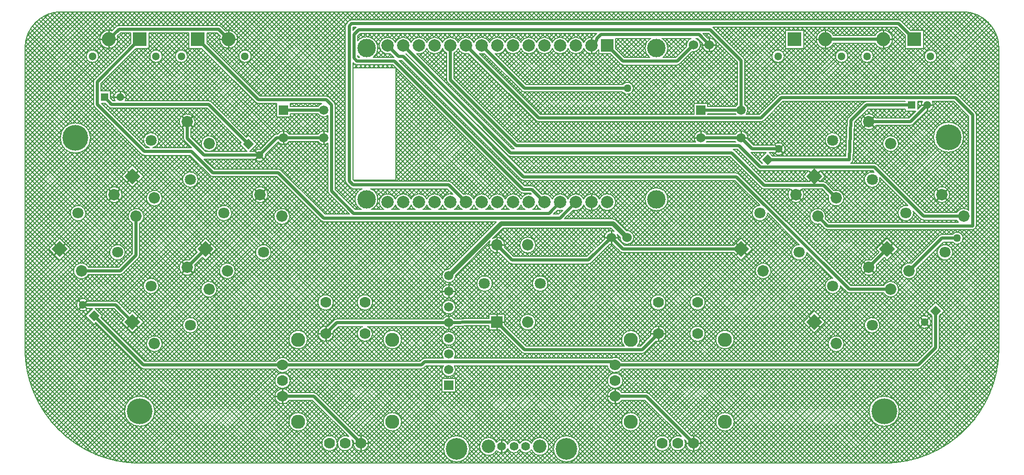
<source format=gbl>
G04*
G04 #@! TF.GenerationSoftware,Altium Limited,Altium Designer,23.7.1 (13)*
G04*
G04 Layer_Physical_Order=2*
G04 Layer_Color=16711680*
%FSLAX44Y44*%
%MOMM*%
G71*
G04*
G04 #@! TF.SameCoordinates,F0151953-7860-4C4B-BC48-228A45E59CF9*
G04*
G04*
G04 #@! TF.FilePolarity,Positive*
G04*
G01*
G75*
%ADD12C,0.2540*%
%ADD21P,2.6163X4X90.0*%
%ADD22C,1.8500*%
%ADD23C,1.8000*%
%ADD28R,1.8500X1.8500*%
%ADD39C,0.2032*%
%ADD40C,0.5080*%
%ADD41C,0.7620*%
%ADD42R,2.0000X2.0000*%
%ADD43C,2.0000*%
%ADD44C,3.0000*%
%ADD45C,4.1910*%
%ADD46C,1.7780*%
%ADD47C,1.3000*%
%ADD48C,2.2500*%
%ADD49C,1.4224*%
%ADD50C,1.5080*%
%ADD51C,1.5240*%
%ADD52C,2.1844*%
%ADD53C,3.5160*%
%ADD54R,1.5080X1.5080*%
%ADD55P,1.8385X4X180.0*%
%ADD56R,1.3000X1.3000*%
%ADD57C,2.2860*%
%ADD58R,2.2500X2.2500*%
%ADD59R,1.5000X1.5000*%
%ADD60C,1.5000*%
%ADD61P,1.8385X4X270.0*%
%ADD62C,1.2700*%
D12*
X1582420Y765990D02*
Y779780D01*
Y793570D01*
Y779780D02*
X1596210D01*
X1474650D02*
X1488440D01*
Y793570D01*
Y765990D02*
Y779780D01*
X1644500Y673100D02*
X1653540D01*
X1662580D01*
X1653540Y664060D02*
Y673100D01*
X1558888Y646072D02*
X1567225Y637735D01*
X1558888Y646072D02*
X1567225Y654409D01*
X1550552Y637735D02*
X1558888Y646072D01*
X1550552Y654409D02*
X1558888Y646072D01*
X1413082Y602070D02*
X1419474Y595678D01*
X1413082Y602070D02*
X1419474Y608463D01*
X1406690D02*
X1413082Y602070D01*
X1406690Y595678D02*
X1413082Y602070D01*
X1470500Y557684D02*
X1478837Y566021D01*
X1462164Y549347D02*
X1470500Y557684D01*
X1478837Y549347D01*
X1462164Y566021D02*
X1470500Y557684D01*
X1300480Y770890D02*
X1310640D01*
X1300480D02*
Y781050D01*
X1290320Y770890D02*
X1300480D01*
Y760730D02*
Y770890D01*
X1109980Y769620D02*
Y782160D01*
Y757080D02*
Y769620D01*
X1352030Y620120D02*
X1362070D01*
X1352030D02*
Y630160D01*
X1287030Y620120D02*
Y630160D01*
X1276990Y620120D02*
X1287030D01*
X1676999Y527962D02*
X1685336Y536299D01*
X1676999Y527962D02*
X1685336Y519625D01*
X1668662Y536299D02*
X1676999Y527962D01*
X1668662Y519625D02*
X1676999Y527962D01*
X1588611Y439573D02*
X1596947Y447910D01*
X1588611Y439573D02*
X1596947Y431237D01*
X1440779Y527962D02*
X1449116Y536299D01*
X1440779Y527962D02*
X1449116Y519625D01*
X1432442Y536299D02*
X1440779Y527962D01*
X1432442Y519625D02*
X1440779Y527962D01*
X1580274Y447910D02*
X1588611Y439573D01*
X1550552Y401515D02*
X1558888Y409852D01*
X1550552Y418189D02*
X1558888Y409852D01*
X1567225Y401515D01*
X1649122Y321220D02*
X1655514Y327612D01*
X1649122Y321220D02*
X1655514Y314827D01*
X1642730Y327612D02*
X1649122Y321220D01*
X1642730Y314827D02*
X1649122Y321220D01*
X1470500Y321464D02*
X1478837Y329801D01*
X1462164Y313127D02*
X1470500Y321464D01*
X1478837Y313127D01*
X1462164Y329801D02*
X1470500Y321464D01*
X1141730Y458470D02*
X1151890D01*
X1141730Y448310D02*
Y458470D01*
Y468630D01*
X1131570Y458470D02*
X1141730D01*
X1352390Y439573D02*
X1360727Y447910D01*
X1344054D02*
X1352390Y439573D01*
X1344054Y431237D02*
X1352390Y439573D01*
X1360727Y431237D01*
X1109980Y515620D02*
Y528160D01*
Y503080D02*
Y515620D01*
X1217930Y302260D02*
X1229360D01*
X1217930D02*
Y313690D01*
X1206500Y302260D02*
X1217930D01*
Y290830D02*
Y302260D01*
X1275080Y124460D02*
X1286510D01*
X1275080D02*
Y135890D01*
X1263650Y124460D02*
X1275080D01*
Y113030D02*
Y124460D01*
X1148080Y200660D02*
Y212090D01*
X1136650Y200660D02*
X1148080D01*
Y189230D02*
Y200660D01*
X522440Y779780D02*
X536230D01*
X522440D02*
Y793570D01*
X508650Y779780D02*
X522440D01*
Y765990D02*
Y779780D01*
X328460D02*
X342250D01*
X328460D02*
Y793570D01*
Y765990D02*
Y779780D01*
X314670D02*
X328460D01*
X346710Y685800D02*
Y694840D01*
Y685800D02*
X355750D01*
X337670D02*
X346710D01*
X676390Y620120D02*
Y630160D01*
Y610080D02*
Y620120D01*
X611390Y610080D02*
Y620120D01*
Y630160D01*
X565860Y585428D02*
X572252Y591820D01*
X578645Y585428D01*
X565860Y598212D02*
X572252Y591820D01*
X573369Y527962D02*
X581706Y536299D01*
X565032Y519625D02*
X573369Y527962D01*
X581706Y519625D01*
X565032Y536299D02*
X573369Y527962D01*
X455258Y646072D02*
X463595Y654409D01*
X446922Y637735D02*
X455258Y646072D01*
X463595Y637735D01*
X446922Y654409D02*
X455258Y646072D01*
X366870Y557684D02*
X375207Y549347D01*
X366870Y557684D02*
X375207Y566021D01*
X358534D02*
X366870Y557684D01*
X358534Y549347D02*
X366870Y557684D01*
X337149Y527962D02*
X345486Y536299D01*
X337149Y527962D02*
X345486Y519625D01*
X328812Y536299D02*
X337149Y527962D01*
X328812Y519625D02*
X337149Y527962D01*
X956710Y446040D02*
Y457830D01*
Y446040D02*
X968500D01*
X944920D02*
X956710D01*
Y434250D02*
Y446040D01*
Y321040D02*
X968500D01*
X956710Y309250D02*
Y321040D01*
Y332830D01*
X878840Y370840D02*
X888920D01*
X878840D02*
Y380920D01*
Y360760D02*
Y370840D01*
Y320040D02*
Y330120D01*
Y309960D02*
Y320040D01*
X868760Y370840D02*
X878840D01*
X964250Y109728D02*
Y119380D01*
Y129032D01*
X736600Y124460D02*
Y135890D01*
Y113030D02*
Y124460D01*
X725170D02*
X736600D01*
X748030D01*
X484981Y439573D02*
X493317Y431237D01*
X484981Y439573D02*
X493317Y447910D01*
X476644D02*
X484981Y439573D01*
X446922Y418189D02*
X455258Y409852D01*
X463595Y401515D01*
X446922D02*
X455258Y409852D01*
X240424Y447910D02*
X248761Y439573D01*
X257097Y447910D01*
X248761Y439573D02*
X257097Y431237D01*
X240424D02*
X248761Y439573D01*
X679450Y302260D02*
X690880D01*
X679450D02*
Y313690D01*
X668020Y302260D02*
X679450D01*
Y290830D02*
Y302260D01*
X609600Y189230D02*
Y200660D01*
Y212090D01*
X598170Y200660D02*
X609600D01*
X366870Y321464D02*
X375207Y329801D01*
X366870Y321464D02*
X375207Y313127D01*
X358534D02*
X366870Y321464D01*
X286412Y349340D02*
X292804Y342948D01*
X286412Y349340D02*
X292804Y355733D01*
X280020D02*
X286412Y349340D01*
X280020Y342948D02*
X286412Y349340D01*
D21*
X484981Y439573D02*
D03*
X366870Y321464D02*
D03*
Y557684D02*
D03*
X1470500Y321464D02*
D03*
Y557684D02*
D03*
X1352390Y439573D02*
D03*
X1588611D02*
D03*
X248761D02*
D03*
D22*
X573369Y527962D02*
D03*
X520336Y404218D02*
D03*
X608724Y492607D02*
D03*
X1006710Y446040D02*
D03*
Y321040D02*
D03*
X956710Y446040D02*
D03*
X402226Y286108D02*
D03*
X455258Y409852D02*
D03*
X490614Y374497D02*
D03*
X490614Y610717D02*
D03*
X402226Y522328D02*
D03*
X455258Y646072D02*
D03*
X1558888Y409852D02*
D03*
X1505856Y286108D02*
D03*
X1594244Y374497D02*
D03*
X1558888Y646072D02*
D03*
X1505856Y522328D02*
D03*
X1594244Y610717D02*
D03*
X1440779Y527962D02*
D03*
X1387746Y404218D02*
D03*
X1476134Y492607D02*
D03*
X1676999Y527962D02*
D03*
X1623966Y404218D02*
D03*
X1712354Y492607D02*
D03*
X372504D02*
D03*
X284116Y404218D02*
D03*
X337149Y527962D02*
D03*
D23*
X515033Y497910D02*
D03*
X578672Y434270D02*
D03*
X1026710Y383540D02*
D03*
X936710D02*
D03*
X460562Y316160D02*
D03*
X396922Y379800D02*
D03*
X460562Y552380D02*
D03*
X396922Y616020D02*
D03*
X1500552Y379800D02*
D03*
X1564192Y316160D02*
D03*
X1500552Y616020D02*
D03*
X1564192Y552380D02*
D03*
X1382443Y497910D02*
D03*
X1446082Y434270D02*
D03*
X1618663Y497910D02*
D03*
X1682302Y434270D02*
D03*
X342452D02*
D03*
X278813Y497910D02*
D03*
D28*
X956710Y321040D02*
D03*
D39*
X1769364Y765810D02*
G03*
X1710690Y824484I-58674J0D01*
G01*
X1611077Y809744D02*
G03*
X1606766Y811530I-4311J-4311D01*
G01*
X1611077Y809744D02*
G03*
X1606766Y811530I-4311J-4311D01*
G01*
X1597226Y779780D02*
G03*
X1568927Y785876I-14806J0D01*
G01*
Y773684D02*
G03*
X1597226Y779780I13493J6096D01*
G01*
X1668976Y752280D02*
G03*
X1668976Y752280I-10056J0D01*
G01*
D02*
G03*
X1668976Y752280I-10056J0D01*
G01*
X1703062Y689603D02*
G03*
X1698752Y691388I-4311J-4311D01*
G01*
X1703062Y689603D02*
G03*
X1698752Y691388I-4311J-4311D01*
G01*
X1565976Y752280D02*
G03*
X1565976Y752280I-10056J0D01*
G01*
D02*
G03*
X1565976Y752280I-10056J0D01*
G01*
X1501933Y785876D02*
G03*
X1501933Y773684I-13493J-6096D01*
G01*
X1524996Y752280D02*
G03*
X1524996Y752280I-10056J0D01*
G01*
D02*
G03*
X1524996Y752280I-10056J0D01*
G01*
X1421996D02*
G03*
X1421996Y752280I-10056J0D01*
G01*
D02*
G03*
X1421996Y752280I-10056J0D01*
G01*
X1417574Y691388D02*
G03*
X1413264Y689603I0J-6096D01*
G01*
X1417574Y691388D02*
G03*
X1413264Y689603I0J-6096D01*
G01*
X1663596Y673100D02*
G03*
X1661538Y679196I-10056J0D01*
G01*
X1645542D02*
G03*
X1643574Y671755I7998J-6096D01*
G01*
X1652195Y663134D02*
G03*
X1663596Y673100I1345J9966D01*
G01*
X1732788Y657352D02*
G03*
X1731003Y661663I-6096J0D01*
G01*
X1732788Y657352D02*
G03*
X1731003Y661663I-6096J0D01*
G01*
X1626512Y639976D02*
G03*
X1630822Y641761I0J6096D01*
G01*
X1626512Y639976D02*
G03*
X1630822Y641761I0J6096D01*
G01*
X1555242Y679196D02*
G03*
X1550932Y677411I0J-6096D01*
G01*
X1555242Y679196D02*
G03*
X1550932Y677411I0J-6096D01*
G01*
X1567944Y637017D02*
G03*
X1570150Y639976I-9055J9055D01*
G01*
Y652168D02*
G03*
X1549833Y655127I-11262J-6096D01*
G01*
D02*
G03*
X1567944Y637017I9055J-9055D01*
G01*
X1712341Y621030D02*
G03*
X1712341Y621030I-24511J0D01*
G01*
X1603299Y601661D02*
G03*
X1607050Y610717I-9055J9055D01*
G01*
D02*
G03*
X1585188Y619772I-12806J0D01*
G01*
D02*
G03*
X1603299Y601661I9055J-9055D01*
G01*
X1576748Y552380D02*
G03*
X1576360Y555477I-12556J0D01*
G01*
X1572239Y576840D02*
G03*
X1567929Y578625I-4311J-4311D01*
G01*
X1572239Y576840D02*
G03*
X1567929Y578625I-4311J-4311D01*
G01*
X1576748Y552380D02*
G03*
X1576360Y555477I-12556J0D01*
G01*
X1573070Y543502D02*
G03*
X1576748Y552380I-8878J8878D01*
G01*
X1573070Y543502D02*
G03*
X1576748Y552380I-8878J8878D01*
G01*
X1567288Y564549D02*
G03*
X1555314Y561259I-3096J-12168D01*
G01*
X1567288Y564549D02*
G03*
X1555314Y561259I-3096J-12168D01*
G01*
D02*
G03*
X1573070Y543502I8878J-8878D01*
G01*
X1555314Y561259D02*
G03*
X1573070Y543502I8878J-8878D01*
G01*
X1525531Y652010D02*
G03*
X1523752Y647976I4311J-4311D01*
G01*
X1525531Y652010D02*
G03*
X1523752Y647964I4311J-4311D01*
G01*
X1509431Y607142D02*
G03*
X1513108Y616020I-8878J8878D01*
G01*
D02*
G03*
X1491674Y624898I-12556J0D01*
G01*
X1509431Y607142D02*
G03*
X1513108Y616020I-8878J8878D01*
G01*
D02*
G03*
X1491674Y624898I-12556J0D01*
G01*
D02*
G03*
X1509431Y607142I8878J-8878D01*
G01*
X1491674Y624898D02*
G03*
X1509431Y607142I8878J-8878D01*
G01*
X1384554Y646176D02*
G03*
X1388864Y647962I0J6096D01*
G01*
X1384554Y646176D02*
G03*
X1388864Y647962I0J6096D01*
G01*
X1423138Y602070D02*
G03*
X1405972Y609181I-10056J0D01*
G01*
X1420193Y594960D02*
G03*
X1423138Y602070I-7111J7111D01*
G01*
X1405972Y609181D02*
G03*
X1405085Y608166I7111J-7111D01*
G01*
Y595974D02*
G03*
X1420193Y594960I7998J6096D01*
G01*
X1529619Y578625D02*
G03*
X1533047Y583833I-2661J5484D01*
G01*
X1529619Y578625D02*
G03*
X1533048Y583846I-2661J5484D01*
G01*
X1489696Y547108D02*
G03*
X1485386Y548894I-4311J-4311D01*
G01*
X1489696Y547108D02*
G03*
X1485386Y548894I-4311J-4311D01*
G01*
X1379227Y568219D02*
G03*
X1383538Y566433I4311J4311D01*
G01*
X1379227Y568219D02*
G03*
X1383538Y566433I4311J4311D01*
G01*
X1385191Y538488D02*
G03*
X1389502Y536702I4311J4311D01*
G01*
X1385191Y538488D02*
G03*
X1389502Y536702I4311J4311D01*
G01*
X1311656Y770890D02*
G03*
X1298167Y781824I-11176J0D01*
G01*
X1286256Y770890D02*
G03*
X1279136Y781304I-11176J0D01*
G01*
X1289546Y773203D02*
G03*
X1311656Y770890I10934J-2313D01*
G01*
X1358126Y745248D02*
G03*
X1356340Y749559I-6096J0D01*
G01*
X1358126Y745248D02*
G03*
X1356340Y749559I-6096J0D01*
G01*
X1271024Y781304D02*
G03*
X1264146Y768577I4056J-10414D01*
G01*
X1272767Y759956D02*
G03*
X1286256Y770890I2313J10934D01*
G01*
X1233536Y765420D02*
G03*
X1224573Y781304I-18556J0D01*
G01*
X1233536Y765420D02*
G03*
X1224573Y781304I-18556J0D01*
G01*
X1225760Y750316D02*
G03*
X1233536Y765420I-10779J15104D01*
G01*
X1205387Y781304D02*
G03*
X1204201Y750316I9593J-15884D01*
G01*
X1225760D02*
G03*
X1233536Y765420I-10779J15104D01*
G01*
X1205387Y781304D02*
G03*
X1204201Y750316I9593J-15884D01*
G01*
X1248410Y738124D02*
G03*
X1252720Y739910I0J6096D01*
G01*
X1248410Y738124D02*
G03*
X1252720Y739910I0J6096D01*
G01*
X1114052Y785360D02*
G03*
X1112562Y782928I4311J-4311D01*
G01*
X1114052Y785360D02*
G03*
X1112562Y782928I4311J-4311D01*
G01*
D02*
G03*
X1097280Y774361I-2582J-13308D01*
G01*
D02*
G03*
X1071880Y774361I-12700J-4741D01*
G01*
D02*
G03*
X1046480Y774361I-12700J-4741D01*
G01*
D02*
G03*
X1021080Y774361I-12700J-4741D01*
G01*
D02*
G03*
X995680Y774361I-12700J-4741D01*
G01*
X1156469Y739910D02*
G03*
X1160780Y738124I4311J4311D01*
G01*
X1156469Y739910D02*
G03*
X1160780Y738124I4311J4311D01*
G01*
X1177798Y700278D02*
G03*
X1160084Y706374I-9906J0D01*
G01*
Y694182D02*
G03*
X1177798Y700278I7808J6096D01*
G01*
X1071880Y764879D02*
G03*
X1097280Y764879I12700J4741D01*
G01*
X1046480D02*
G03*
X1071880Y764879I12700J4741D01*
G01*
X1097280D02*
G03*
X1121824Y763026I12700J4741D01*
G01*
X1021080Y764879D02*
G03*
X1046480Y764879I12700J4741D01*
G01*
X995680D02*
G03*
X1021080Y764879I12700J4741D01*
G01*
X997212Y695967D02*
G03*
X1001522Y694182I4311J4311D01*
G01*
X997212Y695967D02*
G03*
X1001522Y694182I4311J4311D01*
G01*
X1345934Y674343D02*
G03*
X1342806Y671216I6096J-9224D01*
G01*
X1363086Y665120D02*
G03*
X1358126Y674343I-11056J0D01*
G01*
X1360785Y658368D02*
G03*
X1363086Y665120I-8755J6752D01*
G01*
X1342806Y659024D02*
G03*
X1343275Y658368I9224J6096D01*
G01*
X1363086Y620120D02*
G03*
X1342806Y626216I-11056J0D01*
G01*
X1362862Y617909D02*
G03*
X1363086Y620120I-10833J2211D01*
G01*
X1296254Y626216D02*
G03*
X1278243Y613410I-9224J-6096D01*
G01*
X1368508Y596180D02*
G03*
X1370080Y595974I1572J5890D01*
G01*
X1368508Y596180D02*
G03*
X1370080Y595974I1572J5890D01*
G01*
X1340726Y600195D02*
G03*
X1339367Y601218I-4311J-4311D01*
G01*
X1340726Y600195D02*
G03*
X1339367Y601218I-4311J-4311D01*
G01*
X1348956Y561109D02*
G03*
X1344646Y562895I-4311J-4311D01*
G01*
X1348956Y561109D02*
G03*
X1344646Y562895I-4311J-4311D01*
G01*
X1019818Y647962D02*
G03*
X1024128Y646176I4311J4311D01*
G01*
X1019818Y647962D02*
G03*
X1024128Y646176I4311J4311D01*
G01*
X995911Y552488D02*
G03*
X1000221Y550703I4311J4311D01*
G01*
X995911Y552488D02*
G03*
X1000221Y550703I4311J4311D01*
G01*
X1017516Y540504D02*
G03*
X1013206Y542290I-4311J-4311D01*
G01*
X1017516Y540504D02*
G03*
X1013206Y542290I-4311J-4311D01*
G01*
X994926Y531884D02*
G03*
X999236Y530098I4311J4311D01*
G01*
X994926Y531884D02*
G03*
X999236Y530098I4311J4311D01*
G01*
X1689805Y527962D02*
G03*
X1667944Y537017I-12806J0D01*
G01*
X1720596Y502408D02*
G03*
X1703299Y501662I-8242J-9801D01*
G01*
D02*
G03*
X1701092Y498703I9055J-9055D01*
G01*
Y486511D02*
G03*
X1703765Y483108I11262J6096D01*
G01*
X1686054Y518907D02*
G03*
X1689805Y527962I-9055J9055D01*
G01*
X1667944Y537017D02*
G03*
X1686054Y518907I9055J-9055D01*
G01*
X1631219Y497910D02*
G03*
X1630831Y501006I-12556J0D01*
G01*
X1631219Y497910D02*
G03*
X1630831Y501006I-12556J0D01*
G01*
X1621759Y510078D02*
G03*
X1609784Y506788I-3096J-12168D01*
G01*
X1621759Y510078D02*
G03*
X1609784Y506788I-3096J-12168D01*
G01*
X1627541Y489031D02*
G03*
X1631219Y497910I-8878J8878D01*
G01*
X1609784Y506788D02*
G03*
X1627541Y489031I8878J-8878D01*
G01*
D02*
G03*
X1631219Y497910I-8878J8878D01*
G01*
X1609784Y506788D02*
G03*
X1627541Y489031I8878J-8878D01*
G01*
X1643541Y488296D02*
G03*
X1647851Y486511I4311J4311D01*
G01*
X1643541Y488296D02*
G03*
X1647851Y486511I4311J4311D01*
G01*
X1726692Y470916D02*
G03*
X1732788Y477012I0J6096D01*
G01*
X1726692Y470916D02*
G03*
X1732788Y477012I0J6096D01*
G01*
X1711706Y457200D02*
G03*
X1693992Y463296I-9906J0D01*
G01*
Y451104D02*
G03*
X1711706Y457200I7808J6096D01*
G01*
X1691180Y425392D02*
G03*
X1694858Y434270I-8878J8878D01*
G01*
D02*
G03*
X1673423Y443149I-12556J0D01*
G01*
X1691180Y425392D02*
G03*
X1694858Y434270I-8878J8878D01*
G01*
D02*
G03*
X1673423Y443149I-12556J0D01*
G01*
X1676948Y463296D02*
G03*
X1672637Y461511I0J-6096D01*
G01*
X1676948Y463296D02*
G03*
X1672637Y461511I0J-6096D01*
G01*
X1673423Y443149D02*
G03*
X1691180Y425392I8878J-8878D01*
G01*
X1673423Y443149D02*
G03*
X1691180Y425392I8878J-8878D01*
G01*
X1514911Y513273D02*
G03*
X1518662Y522328I-9055J9055D01*
G01*
D02*
G03*
X1502203Y534602I-12806J0D01*
G01*
X1493582Y525981D02*
G03*
X1514911Y513273I12274J-3653D01*
G01*
X1453585Y527962D02*
G03*
X1450139Y536702I-12806J0D01*
G01*
X1449834Y518907D02*
G03*
X1453585Y527962I-9055J9055D01*
G01*
X1431419Y536702D02*
G03*
X1449834Y518907I9360J-8740D01*
G01*
X1488940Y492607D02*
G03*
X1467079Y501662I-12806J0D01*
G01*
X1488408Y488954D02*
G03*
X1488940Y492607I-12274J3653D01*
G01*
X1487418Y472701D02*
G03*
X1491729Y470916I4311J4311D01*
G01*
X1467079Y501662D02*
G03*
X1479787Y480333I9055J-9055D01*
G01*
X1487418Y472701D02*
G03*
X1491729Y470916I4311J4311D01*
G01*
X1454960Y425392D02*
G03*
X1458638Y434185I-8878J8878D01*
G01*
X1437204Y443149D02*
G03*
X1454960Y425392I8878J-8878D01*
G01*
D02*
G03*
X1458638Y434185I-8878J8878D01*
G01*
X1445997Y446826D02*
G03*
X1437204Y443149I85J-12556D01*
G01*
X1445997Y446826D02*
G03*
X1437204Y443149I85J-12556D01*
G01*
D02*
G03*
X1454960Y425392I8878J-8878D01*
G01*
X1656233Y314109D02*
G03*
X1659178Y321220I-7111J7111D01*
G01*
D02*
G03*
X1642011Y328330I-10056J0D01*
G01*
D02*
G03*
X1656233Y314109I7111J-7111D01*
G01*
X1627619Y416492D02*
G03*
X1614910Y413273I-3653J-12274D01*
G01*
X1636772Y404218D02*
G03*
X1636240Y407871I-12806J0D01*
G01*
X1614910Y413273D02*
G03*
X1633021Y395163I9055J-9055D01*
G01*
D02*
G03*
X1636772Y404218I-9055J9055D01*
G01*
X1571694Y409852D02*
G03*
X1571142Y413574I-12806J0D01*
G01*
X1567944Y400797D02*
G03*
X1571694Y409852I-9055J9055D01*
G01*
X1603299Y365441D02*
G03*
X1607050Y374497I-9055J9055D01*
G01*
D02*
G03*
X1585189Y383552I-12806J0D01*
G01*
X1582982Y368401D02*
G03*
X1603299Y365441I11262J6096D01*
G01*
X1585189Y383552D02*
G03*
X1582982Y380593I9055J-9055D01*
G01*
X1576748Y316160D02*
G03*
X1555314Y325039I-12556J0D01*
G01*
X1573070Y307282D02*
G03*
X1576748Y316160I-8878J8878D01*
G01*
D02*
G03*
X1555314Y325039I-12556J0D01*
G01*
X1573070Y307282D02*
G03*
X1576748Y316160I-8878J8878D01*
G01*
X1555314Y325039D02*
G03*
X1573070Y307282I8878J-8878D01*
G01*
X1555314Y325039D02*
G03*
X1573070Y307282I8878J-8878D01*
G01*
X1583690Y92456D02*
G03*
X1769364Y278130I0J185674D01*
G01*
X1671393Y275089D02*
G03*
X1673178Y279400I-4311J4311D01*
G01*
X1671393Y275089D02*
G03*
X1673178Y279400I-4311J4311D01*
G01*
X1639142Y245364D02*
G03*
X1643453Y247150I0J6096D01*
G01*
X1639142Y245364D02*
G03*
X1643453Y247150I0J6096D01*
G01*
X1608201Y176530D02*
G03*
X1608201Y176530I-24511J0D01*
G01*
X1562471Y422146D02*
G03*
X1549833Y418907I-3583J-12294D01*
G01*
D02*
G03*
X1567944Y400797I9055J-9055D01*
G01*
X1522637Y370186D02*
G03*
X1526947Y368401I4311J4311D01*
G01*
X1522637Y370186D02*
G03*
X1526947Y368401I4311J4311D01*
G01*
X1509431Y370922D02*
G03*
X1513108Y379715I-8878J8878D01*
G01*
X1509431Y370922D02*
G03*
X1513108Y379715I-8878J8878D01*
G01*
X1514911Y277053D02*
G03*
X1518662Y286108I-9055J9055D01*
G01*
D02*
G03*
X1496801Y295163I-12806J0D01*
G01*
D02*
G03*
X1514911Y277053I9055J-9055D01*
G01*
X1500467Y392356D02*
G03*
X1491674Y388679I85J-12556D01*
G01*
X1500467Y392356D02*
G03*
X1491674Y388679I85J-12556D01*
G01*
D02*
G03*
X1509431Y370922I8878J-8878D01*
G01*
X1491674Y388679D02*
G03*
X1509431Y370922I8878J-8878D01*
G01*
X1382358Y510465D02*
G03*
X1373564Y506788I85J-12556D01*
G01*
X1391321Y489031D02*
G03*
X1394998Y497825I-8878J8878D01*
G01*
X1391321Y489031D02*
G03*
X1394998Y497825I-8878J8878D01*
G01*
X1382358Y510465D02*
G03*
X1373564Y506788I85J-12556D01*
G01*
D02*
G03*
X1391321Y489031I8878J-8878D01*
G01*
X1373564Y506788D02*
G03*
X1391321Y489031I8878J-8878D01*
G01*
X1233536Y520320D02*
G03*
X1233536Y520320I-18556J0D01*
G01*
D02*
G03*
X1233536Y520320I-18556J0D01*
G01*
X1178306Y458470D02*
G03*
X1166395Y469622I-11176J0D01*
G01*
X1152906Y458470D02*
G03*
X1151737Y463446I-11176J0D01*
G01*
X1152664Y456157D02*
G03*
X1152906Y458470I-10934J2313D01*
G01*
X1155978Y459205D02*
G03*
X1178306Y458470I11152J-735D01*
G01*
X1149733Y486284D02*
G03*
X1144524Y488442I-5209J-5209D01*
G01*
X1149733Y486284D02*
G03*
X1144524Y488442I-5209J-5209D01*
G01*
X1139417Y447536D02*
G03*
X1144043Y447536I2313J10934D01*
G01*
X1400552Y404218D02*
G03*
X1378690Y413273I-12806J0D01*
G01*
D02*
G03*
X1396801Y395163I9055J-9055D01*
G01*
D02*
G03*
X1400552Y404218I-9055J9055D01*
G01*
X1156316Y435263D02*
G03*
X1160627Y433477I4311J4311D01*
G01*
X1156316Y435263D02*
G03*
X1160627Y433477I4311J4311D01*
G01*
X1293876Y353060D02*
G03*
X1293876Y353060I-12446J0D01*
G01*
X1230376D02*
G03*
X1230376Y353060I-12446J0D01*
G01*
X1148936Y515620D02*
G03*
X1122680Y520361I-13556J0D01*
G01*
Y510879D02*
G03*
X1148936Y515620I12700J4741D01*
G01*
X1122680Y520361D02*
G03*
X1097280Y520361I-12700J-4741D01*
G01*
Y510879D02*
G03*
X1122680Y510879I12700J4741D01*
G01*
X1080329Y502748D02*
G03*
X1097280Y510879I4251J12872D01*
G01*
Y520361D02*
G03*
X1071880Y520361I-12700J-4741D01*
G01*
X1146706Y468477D02*
G03*
X1130796Y456157I-4976J-10007D01*
G01*
X1071880Y520361D02*
G03*
X1046480Y520361I-12700J-4741D01*
G01*
D02*
G03*
X1029529Y528492I-12700J-4741D01*
G01*
X1012133Y528646D02*
G03*
X995680Y520361I-3752J-13026D01*
G01*
X1021080Y510879D02*
G03*
X1027358Y503682I12700J4741D01*
G01*
X1014803D02*
G03*
X1021080Y510879I-6423J11938D01*
G01*
X995680D02*
G03*
X1001958Y503682I12700J4741D01*
G01*
X1054929Y502748D02*
G03*
X1062933Y502594I4251J12872D01*
G01*
X1019516Y446040D02*
G03*
X1019516Y446040I-12806J0D01*
G01*
X1104810Y415454D02*
G03*
X1109121Y417240I0J6096D01*
G01*
X1104810Y415454D02*
G03*
X1109121Y417240I0J6096D01*
G01*
X1039266Y383540D02*
G03*
X1039266Y383540I-12556J0D01*
G01*
D02*
G03*
X1039266Y383540I-12556J0D01*
G01*
X1340866Y292735D02*
G03*
X1340866Y292735I-14986J0D01*
G01*
X1293876Y302260D02*
G03*
X1293876Y302260I-12446J0D01*
G01*
X1214568Y290277D02*
G03*
X1230376Y302260I3362J11983D01*
G01*
D02*
G03*
X1205947Y298898I-12446J0D01*
G01*
X1184132Y282194D02*
G03*
X1188466Y292735I-10652J10541D01*
G01*
X1191768Y270002D02*
G03*
X1196078Y271787I0J6096D01*
G01*
X1203191Y204970D02*
G03*
X1198880Y206756I-4311J-4311D01*
G01*
X1203191Y204970D02*
G03*
X1198880Y206756I-4311J-4311D01*
G01*
X1191768Y270002D02*
G03*
X1196078Y271787I0J6096D01*
G01*
X1340866Y159385D02*
G03*
X1340866Y159385I-14986J0D01*
G01*
X1287526Y124460D02*
G03*
X1271718Y136443I-12446J0D01*
G01*
X1263097Y127822D02*
G03*
X1287526Y124460I11983J-3362D01*
G01*
X1255411Y135508D02*
G03*
X1262126Y124460I-5731J-11048D01*
G01*
X1236726D02*
G03*
X1236726Y124460I-12446J0D01*
G01*
X1262126D02*
G03*
X1260728Y130191I-12446J0D01*
G01*
X1188466Y292735D02*
G03*
X1162828Y282194I-14986J0D01*
G01*
X1158931Y257556D02*
G03*
X1142603Y262636I-10851J-6096D01*
G01*
X1135676Y250444D02*
G03*
X1158931Y245364I12405J1016D01*
G01*
X1160526Y226060D02*
G03*
X1160526Y226060I-12446J0D01*
G01*
X997342Y271787D02*
G03*
X1001652Y270002I4311J4311D01*
G01*
X1019516Y321040D02*
G03*
X1019516Y321040I-12806J0D01*
G01*
X997342Y271787D02*
G03*
X1001652Y270002I4311J4311D01*
G01*
X1158931Y206756D02*
G03*
X1158931Y194564I-10851J-6096D01*
G01*
X1188466Y159385D02*
G03*
X1188466Y159385I-14986J0D01*
G01*
X1090476Y115570D02*
G03*
X1090476Y115570I-21136J0D01*
G01*
X1012667Y114368D02*
G03*
X1040728Y119380I13583J5013D01*
G01*
D02*
G03*
X1012667Y124392I-14478J0D01*
G01*
D02*
G03*
X993750Y124233I-9417J-5013D01*
G01*
Y114527D02*
G03*
X1012667Y114368I9500J4853D01*
G01*
X970280Y764879D02*
G03*
X995680Y764879I12700J4741D01*
G01*
Y774361D02*
G03*
X970280Y774361I-12700J-4741D01*
G01*
D02*
G03*
X944880Y774361I-12700J-4741D01*
G01*
D02*
G03*
X919480Y774361I-12700J-4741D01*
G01*
X953827Y756594D02*
G03*
X970280Y764879I3753J13026D01*
G01*
X919480Y774361D02*
G03*
X894080Y774361I-12700J-4741D01*
G01*
D02*
G03*
X868680Y774361I-12700J-4741D01*
G01*
Y764879D02*
G03*
X875284Y757512I12700J4741D01*
G01*
X894080Y764879D02*
G03*
X911031Y756748I12700J4741D01*
G01*
X887476Y757512D02*
G03*
X894080Y764879I-6096J12108D01*
G01*
X868680Y774361D02*
G03*
X843280Y774361I-12700J-4741D01*
G01*
Y764879D02*
G03*
X868680Y764879I12700J4741D01*
G01*
X826827Y756594D02*
G03*
X843280Y764879I3753J13026D01*
G01*
X928427Y756594D02*
G03*
X936431Y756748I3753J13026D01*
G01*
X843280Y774361D02*
G03*
X817880Y774361I-12700J-4741D01*
G01*
D02*
G03*
X792480Y774361I-12700J-4741D01*
G01*
D02*
G03*
X784031Y756748I-12700J-4741D01*
G01*
X721614Y811530D02*
G03*
X717303Y809744I0J-6096D01*
G01*
X721614Y811530D02*
G03*
X717303Y809744I0J-6096D01*
G01*
X764036Y765420D02*
G03*
X731266Y777348I-18556J0D01*
G01*
X764036Y765420D02*
G03*
X731266Y777348I-18556J0D01*
G01*
X713240Y805680D02*
G03*
X711454Y801370I4311J-4311D01*
G01*
X713240Y805680D02*
G03*
X711454Y801370I4311J-4311D01*
G01*
X756607Y750570D02*
G03*
X764036Y765420I-11127J14850D01*
G01*
X756607Y750570D02*
G03*
X764036Y765420I-11127J14850D01*
G01*
X731266Y753492D02*
G03*
X734353Y750570I14214J11928D01*
G01*
X731266Y753492D02*
G03*
X734353Y750570I14214J11928D01*
G01*
X725686Y740163D02*
G03*
X729996Y738378I4311J4311D01*
G01*
X725686Y740163D02*
G03*
X729996Y738378I4311J4311D01*
G01*
X875284Y713740D02*
G03*
X877069Y709429I6096J0D01*
G01*
X875284Y713740D02*
G03*
X877069Y709429I6096J0D01*
G01*
X983495Y603004D02*
G03*
X984855Y601980I4311J4311D01*
G01*
X983495Y603004D02*
G03*
X984855Y601980I4311J4311D01*
G01*
X974605Y591573D02*
G03*
X978916Y589788I4311J4311D01*
G01*
X974605Y591573D02*
G03*
X978916Y589788I4311J4311D01*
G01*
X995680Y520361D02*
G03*
X970280Y520361I-12700J-4741D01*
G01*
D02*
G03*
X944880Y520361I-12700J-4741D01*
G01*
X883150Y547870D02*
G03*
X878840Y549656I-4311J-4311D01*
G01*
X883150Y547870D02*
G03*
X878840Y549656I-4311J-4311D01*
G01*
X944880Y520361D02*
G03*
X919480Y520361I-12700J-4741D01*
G01*
D02*
G03*
X902529Y528492I-12700J-4741D01*
G01*
X885133Y528646D02*
G03*
X868680Y520361I-3752J-13026D01*
G01*
D02*
G03*
X843280Y520361I-12700J-4741D01*
G01*
X695198Y673100D02*
G03*
X693412Y677411I-6096J0D01*
G01*
X695198Y673100D02*
G03*
X693412Y677411I-6096J0D01*
G01*
X684777Y686047D02*
G03*
X680466Y687832I-4311J-4311D01*
G01*
X684777Y686047D02*
G03*
X680466Y687832I-4311J-4311D01*
G01*
X667166Y659024D02*
G03*
X683006Y656262I9224J6096D01*
G01*
Y628978D02*
G03*
X667166Y626216I-6616J-8858D01*
G01*
X843280Y520361D02*
G03*
X817880Y520361I-12700J-4741D01*
G01*
D02*
G03*
X792480Y520361I-12700J-4741D01*
G01*
X711454Y549910D02*
G03*
X713240Y545600I6096J0D01*
G01*
X711454Y549910D02*
G03*
X713240Y545600I6096J0D01*
G01*
X764036Y520320D02*
G03*
X752580Y537464I-18556J0D01*
G01*
X764036Y520320D02*
G03*
X752580Y537464I-18556J0D01*
G01*
X719589Y539249D02*
G03*
X723900Y537464I4311J4311D01*
G01*
X719589Y539249D02*
G03*
X723900Y537464I4311J4311D01*
G01*
X683006Y533400D02*
G03*
X684791Y529090I6096J0D01*
G01*
X683006Y533400D02*
G03*
X684791Y529090I6096J0D01*
G01*
X510240Y800601D02*
G03*
X505930Y802386I-4311J-4311D01*
G01*
X510240Y800601D02*
G03*
X505930Y802386I-4311J-4311D01*
G01*
X537246Y779780D02*
G03*
X517210Y793631I-14806J0D01*
G01*
X508588Y785010D02*
G03*
X537246Y779780I13851J-5230D01*
G01*
X558996Y752280D02*
G03*
X558996Y752280I-10056J0D01*
G01*
D02*
G03*
X558996Y752280I-10056J0D01*
G01*
X455996D02*
G03*
X455996Y752280I-10056J0D01*
G01*
D02*
G03*
X455996Y752280I-10056J0D01*
G01*
X415016D02*
G03*
X415016Y752280I-10056J0D01*
G01*
D02*
G03*
X415016Y752280I-10056J0D01*
G01*
X566174Y677426D02*
G03*
X570484Y675640I4311J4311D01*
G01*
X566174Y677426D02*
G03*
X570484Y675640I4311J4311D01*
G01*
X494266Y678427D02*
G03*
X489956Y680212I-4311J-4311D01*
G01*
X494266Y678427D02*
G03*
X489956Y680212I-4311J-4311D01*
G01*
X344970Y802386D02*
G03*
X340659Y800601I0J-6096D01*
G01*
X344970Y802386D02*
G03*
X340659Y800601I0J-6096D01*
G01*
X333690Y793631D02*
G03*
X343266Y779780I-5230J-13851D01*
G01*
D02*
G03*
X342311Y785010I-14806J0D01*
G01*
X251460Y824484D02*
G03*
X192786Y765810I0J-58674D01*
G01*
X305315Y715257D02*
G03*
X303530Y710946I4311J-4311D01*
G01*
X312016Y752280D02*
G03*
X312016Y752280I-10056J0D01*
G01*
D02*
G03*
X312016Y752280I-10056J0D01*
G01*
X305315Y715257D02*
G03*
X303530Y710946I4311J-4311D01*
G01*
X355070Y680212D02*
G03*
X356766Y685800I-8360J5588D01*
G01*
D02*
G03*
X338349Y680212I-10056J0D01*
G01*
X672990Y675640D02*
G03*
X667166Y671216I3400J-10520D01*
G01*
Y614024D02*
G03*
X683006Y611262I9224J6096D01*
G01*
X620614Y626216D02*
G03*
X602167Y626216I-9224J-6096D01*
G01*
X600552D02*
G03*
X596242Y624431I0J-6096D01*
G01*
X602543Y613490D02*
G03*
X620614Y614024I8847J6630D01*
G01*
X600552Y626216D02*
G03*
X596242Y624431I0J-6096D01*
G01*
X573597Y601786D02*
G03*
X564255Y597916I-1345J-9966D01*
G01*
X499669Y601661D02*
G03*
X503420Y610717I-9055J9055D01*
G01*
D02*
G03*
X481558Y619772I-12806J0D01*
G01*
X490986Y597916D02*
G03*
X499669Y601661I-372J12801D01*
G01*
X481558Y619772D02*
G03*
X490242Y597916I9055J-9055D01*
G01*
X607307Y567429D02*
G03*
X602996Y569214I-4311J-4311D01*
G01*
X607307Y567429D02*
G03*
X602996Y569214I-4311J-4311D01*
G01*
X565142Y584709D02*
G03*
X582308Y591820I7111J7111D01*
G01*
X586175Y527962D02*
G03*
X564314Y537017I-12806J0D01*
G01*
X582308Y591820D02*
G03*
X582218Y593165I-10056J0D01*
G01*
X564255Y585724D02*
G03*
X565142Y584709I7998J6096D01*
G01*
X492259Y558807D02*
G03*
X496570Y557022I4311J4311D01*
G01*
X492259Y558807D02*
G03*
X496570Y557022I4311J4311D01*
G01*
X468064Y646072D02*
G03*
X446203Y655127I-12806J0D01*
G01*
X464314Y637017D02*
G03*
X468064Y646072I-9055J9055D01*
G01*
X461354Y634810D02*
G03*
X464314Y637017I-6096J11262D01*
G01*
X446203Y655127D02*
G03*
X449162Y634810I9055J-9055D01*
G01*
Y619162D02*
G03*
X450948Y614851I6096J0D01*
G01*
X449162Y619162D02*
G03*
X450948Y614851I6096J0D01*
G01*
X328684Y669806D02*
G03*
X332994Y668020I4311J4311D01*
G01*
X328684Y669806D02*
G03*
X332994Y668020I4311J4311D01*
G01*
X303530Y674116D02*
G03*
X305315Y669806I6096J0D01*
G01*
X303530Y674116D02*
G03*
X305315Y669806I6096J0D01*
G01*
X405801Y607142D02*
G03*
X409478Y616020I-8878J8878D01*
G01*
D02*
G03*
X388044Y624898I-12556J0D01*
G01*
X405801Y607142D02*
G03*
X409478Y616020I-8878J8878D01*
G01*
D02*
G03*
X388044Y624898I-12556J0D01*
G01*
X399623Y603758D02*
G03*
X405801Y607142I-2701J12262D01*
G01*
X399623Y603758D02*
G03*
X405801Y607142I-2701J12262D01*
G01*
X388044Y624898D02*
G03*
X394221Y603758I8878J-8878D01*
G01*
X473118Y552380D02*
G03*
X451684Y561259I-12556J0D01*
G01*
X469440Y543502D02*
G03*
X473118Y552380I-8878J8878D01*
G01*
X469440Y543502D02*
G03*
X473118Y552380I-8878J8878D01*
G01*
D02*
G03*
X451684Y561259I-12556J0D01*
G01*
D02*
G03*
X469440Y543502I8878J-8878D01*
G01*
X451684Y561259D02*
G03*
X469440Y543502I8878J-8878D01*
G01*
X415032Y522328D02*
G03*
X393171Y531383I-12806J0D01*
G01*
X388044Y624898D02*
G03*
X394221Y603758I8878J-8878D01*
G01*
X381769Y593352D02*
G03*
X386080Y591566I4311J4311D01*
G01*
X381769Y593352D02*
G03*
X386080Y591566I4311J4311D01*
G01*
X298831Y619760D02*
G03*
X298831Y619760I-24511J0D01*
G01*
X349955Y527962D02*
G03*
X328094Y537017I-12806J0D01*
G01*
X989403Y503682D02*
G03*
X995680Y510879I-6423J11938D01*
G01*
X970280D02*
G03*
X976558Y503682I12700J4741D01*
G01*
X964003D02*
G03*
X970280Y510879I-6423J11938D01*
G01*
X968984Y442387D02*
G03*
X969516Y446040I-12274J3653D01*
G01*
X976889Y417240D02*
G03*
X981200Y415454I4311J4311D01*
G01*
X976889Y417240D02*
G03*
X981200Y415454I4311J4311D01*
G01*
X969516Y446040D02*
G03*
X949907Y456890I-12806J0D01*
G01*
X945860Y452843D02*
G03*
X960363Y433766I10850J-6803D01*
G01*
X938603Y503682D02*
G03*
X944880Y510879I-6423J11938D01*
G01*
X919480D02*
G03*
X925758Y503682I12700J4741D01*
G01*
X944880Y510879D02*
G03*
X951158Y503682I12700J4741D01*
G01*
X894080Y510879D02*
G03*
X900358Y503682I12700J4741D01*
G01*
X887803D02*
G03*
X894080Y510879I-6423J11938D01*
G01*
X913203Y503682D02*
G03*
X919480Y510879I-6423J11938D01*
G01*
X949266Y383540D02*
G03*
X949266Y383540I-12556J0D01*
G01*
D02*
G03*
X949266Y383540I-12556J0D01*
G01*
X843280Y510879D02*
G03*
X849558Y503682I12700J4741D01*
G01*
X868680Y510879D02*
G03*
X874958Y503682I12700J4741D01*
G01*
X862403D02*
G03*
X868680Y510879I-6423J11938D01*
G01*
X817880D02*
G03*
X824158Y503682I12700J4741D01*
G01*
X811603D02*
G03*
X817880Y510879I-6423J11938D01*
G01*
X837003Y503682D02*
G03*
X843280Y510879I-6423J11938D01*
G01*
X889936Y370840D02*
G03*
X889936Y370840I-11096J0D01*
G01*
X879499Y407316D02*
G03*
X889936Y396240I-659J-11076D01*
G01*
X738380Y537464D02*
G03*
X737264Y503682I7100J-17144D01*
G01*
X738380Y537464D02*
G03*
X737264Y503682I7100J-17144D01*
G01*
X786203D02*
G03*
X792480Y510879I-6423J11938D01*
G01*
Y520361D02*
G03*
X773358Y503682I-12700J-4741D01*
G01*
X792480Y510879D02*
G03*
X798758Y503682I12700J4741D01*
G01*
X753696D02*
G03*
X764036Y520320I-8216J16638D01*
G01*
X753696Y503682D02*
G03*
X764036Y520320I-8216J16638D01*
G01*
X889936Y345440D02*
G03*
X889936Y345440I-11096J0D01*
G01*
X887956Y326367D02*
G03*
X869568Y326136I-9116J-6327D01*
G01*
Y313944D02*
G03*
X888261Y314179I9272J6096D01*
G01*
X755396Y353060D02*
G03*
X755396Y353060I-12446J0D01*
G01*
X697230Y326136D02*
G03*
X692919Y324351I0J-6096D01*
G01*
X697230Y326136D02*
G03*
X692919Y324351I0J-6096D01*
G01*
X889936Y243840D02*
G03*
X887757Y250444I-11096J0D01*
G01*
X889936Y294640D02*
G03*
X889936Y294640I-11096J0D01*
G01*
Y269240D02*
G03*
X869923Y262636I-11096J0D01*
G01*
X887757D02*
G03*
X889936Y269240I-8917J6604D01*
G01*
X869923Y250444D02*
G03*
X889936Y243840I8917J-6604D01*
G01*
X839724Y262636D02*
G03*
X835414Y260851I0J-6096D01*
G01*
X839724Y262636D02*
G03*
X835414Y260851I0J-6096D01*
G01*
X834644Y245364D02*
G03*
X838954Y247150I0J6096D01*
G01*
X834644Y245364D02*
G03*
X838954Y247150I0J6096D01*
G01*
X974250Y115664D02*
G03*
X993750Y114527I10000J3716D01*
G01*
Y124233D02*
G03*
X974250Y123096I-9500J-4853D01*
G01*
D02*
G03*
X956031Y126181I-10000J-3716D01*
G01*
D02*
G03*
X956031Y112579I-12781J-6801D01*
G01*
D02*
G03*
X974250Y115664I8219J6801D01*
G01*
X912676Y115570D02*
G03*
X912676Y115570I-21136J0D01*
G01*
X802386Y292735D02*
G03*
X802386Y292735I-14986J0D01*
G01*
X755396Y302260D02*
G03*
X747238Y313944I-12446J0D01*
G01*
X738662D02*
G03*
X755396Y302260I4288J-11684D01*
G01*
X802386Y159385D02*
G03*
X802386Y159385I-14986J0D01*
G01*
X749046Y124460D02*
G03*
X733238Y136443I-12446J0D01*
G01*
X724617Y127822D02*
G03*
X749046Y124460I11983J-3362D01*
G01*
X723646D02*
G03*
X722248Y130191I-12446J0D01*
G01*
X716931Y135508D02*
G03*
X723646Y124460I-5731J-11048D01*
G01*
X698246D02*
G03*
X698246Y124460I-12446J0D01*
G01*
X582424Y518907D02*
G03*
X586175Y527962I-9055J9055D01*
G01*
X564314Y537017D02*
G03*
X582424Y518907I9055J-9055D01*
G01*
X671837Y485656D02*
G03*
X676148Y483870I4311J4311D01*
G01*
X671837Y485656D02*
G03*
X676148Y483870I4311J4311D01*
G01*
X621530Y492607D02*
G03*
X599669Y501662I-12806J0D01*
G01*
D02*
G03*
X617779Y483551I9055J-9055D01*
G01*
D02*
G03*
X621530Y492607I-9055J9055D01*
G01*
X587550Y425392D02*
G03*
X591228Y434270I-8878J8878D01*
G01*
X587550Y425392D02*
G03*
X591228Y434270I-8878J8878D01*
G01*
D02*
G03*
X569794Y443149I-12556J0D01*
G01*
X591228Y434270D02*
G03*
X569794Y443149I-12556J0D01*
G01*
X411281Y513273D02*
G03*
X415032Y522328I-9055J9055D01*
G01*
X393171Y531383D02*
G03*
X411281Y513273I9055J-9055D01*
G01*
X523911Y489031D02*
G03*
X527589Y497910I-8878J8878D01*
G01*
D02*
G03*
X506154Y506788I-12556J0D01*
G01*
X523911Y489031D02*
G03*
X527589Y497910I-8878J8878D01*
G01*
D02*
G03*
X506154Y506788I-12556J0D01*
G01*
D02*
G03*
X523911Y489031I8878J-8878D01*
G01*
X506154Y506788D02*
G03*
X523911Y489031I8878J-8878D01*
G01*
X381559Y483551D02*
G03*
X385310Y492607I-9055J9055D01*
G01*
X378600Y481345D02*
G03*
X381559Y483551I-6096J11262D01*
G01*
X376815Y425598D02*
G03*
X378600Y429908I-4311J4311D01*
G01*
X376815Y425598D02*
G03*
X378600Y429908I-4311J4311D01*
G01*
X569794Y443149D02*
G03*
X587550Y425392I8878J-8878D01*
G01*
X569794Y443149D02*
G03*
X587550Y425392I8878J-8878D01*
G01*
X533142Y404218D02*
G03*
X511281Y413273I-12806J0D01*
G01*
X458842Y422146D02*
G03*
X446203Y418907I-3583J-12294D01*
G01*
D02*
G03*
X464314Y400797I9055J-9055D01*
G01*
X511281Y413273D02*
G03*
X529391Y395163I9055J-9055D01*
G01*
D02*
G03*
X533142Y404218I-9055J9055D01*
G01*
X468064Y409852D02*
G03*
X467511Y413574I-12806J0D01*
G01*
X464314Y400797D02*
G03*
X468064Y409852I-9055J9055D01*
G01*
X409478Y379800D02*
G03*
X388044Y388679I-12556J0D01*
G01*
X409478Y379800D02*
G03*
X388044Y388679I-12556J0D01*
G01*
X346204Y518907D02*
G03*
X349955Y527962I-9055J9055D01*
G01*
X385310Y492607D02*
G03*
X363449Y501662I-12806J0D01*
G01*
D02*
G03*
X366408Y481345I9055J-9055D01*
G01*
X351330Y425392D02*
G03*
X355008Y434270I-8878J8878D01*
G01*
X351330Y425392D02*
G03*
X355008Y434270I-8878J8878D01*
G01*
D02*
G03*
X333573Y443149I-12556J0D01*
G01*
X355008Y434270D02*
G03*
X333573Y443149I-12556J0D01*
G01*
D02*
G03*
X351330Y425392I8878J-8878D01*
G01*
X333573Y443149D02*
G03*
X351330Y425392I8878J-8878D01*
G01*
X328094Y537017D02*
G03*
X346204Y518907I9055J-9055D01*
G01*
X291369Y497910D02*
G03*
X269934Y506788I-12556J0D01*
G01*
X291369Y497910D02*
G03*
X269934Y506788I-12556J0D01*
G01*
D02*
G03*
X287691Y489031I8878J-8878D01*
G01*
X269934Y506788D02*
G03*
X287691Y489031I8878J-8878D01*
G01*
D02*
G03*
X291369Y497910I-8878J8878D01*
G01*
X287691Y489031D02*
G03*
X291369Y497910I-8878J8878D01*
G01*
X346814Y398122D02*
G03*
X351125Y399908I0J6096D01*
G01*
X346814Y398122D02*
G03*
X351125Y399908I0J6096D01*
G01*
X295378Y410314D02*
G03*
X275061Y413273I-11262J-6096D01*
G01*
D02*
G03*
X293171Y395163I9055J-9055D01*
G01*
D02*
G03*
X295378Y398122I-9055J9055D01*
G01*
X691896Y302260D02*
G03*
X691433Y305622I-12446J0D01*
G01*
X691896Y353060D02*
G03*
X691896Y353060I-12446J0D01*
G01*
X682812Y314243D02*
G03*
X691896Y302260I-3362J-11983D01*
G01*
X649986Y292735D02*
G03*
X649986Y292735I-14986J0D01*
G01*
X598749Y245364D02*
G03*
X620451Y245364I10851J6096D01*
G01*
Y257556D02*
G03*
X598749Y257556I-10851J-6096D01*
G01*
X622046Y226060D02*
G03*
X622046Y226060I-12446J0D01*
G01*
X503420Y374497D02*
G03*
X481559Y383552I-12806J0D01*
G01*
X499669Y365441D02*
G03*
X503420Y374497I-9055J9055D01*
G01*
X481559Y383552D02*
G03*
X499669Y365441I9055J-9055D01*
G01*
X473118Y316160D02*
G03*
X451684Y325039I-12556J0D01*
G01*
X473118Y316160D02*
G03*
X451684Y325039I-12556J0D01*
G01*
D02*
G03*
X469440Y307282I8878J-8878D01*
G01*
X405801Y370922D02*
G03*
X409478Y379800I-8878J8878D01*
G01*
X405801Y370922D02*
G03*
X409478Y379800I-8878J8878D01*
G01*
X451684Y325039D02*
G03*
X469440Y307282I8878J-8878D01*
G01*
D02*
G03*
X473118Y316160I-8878J8878D01*
G01*
X469440Y307282D02*
G03*
X473118Y316160I-8878J8878D01*
G01*
X411281Y277053D02*
G03*
X415032Y286108I-9055J9055D01*
G01*
X664710Y204970D02*
G03*
X660400Y206756I-4311J-4311D01*
G01*
X664710Y204970D02*
G03*
X660400Y206756I-4311J-4311D01*
G01*
X649986Y159385D02*
G03*
X649986Y159385I-14986J0D01*
G01*
X620451Y206756D02*
G03*
X620451Y194564I-10851J-6096D01*
G01*
X388044Y388679D02*
G03*
X405801Y370922I8878J-8878D01*
G01*
X388044Y388679D02*
G03*
X405801Y370922I8878J-8878D01*
G01*
X415032Y286108D02*
G03*
X393171Y295163I-12806J0D01*
G01*
D02*
G03*
X411281Y277053I9055J-9055D01*
G01*
X379981Y247150D02*
G03*
X384292Y245364I4311J4311D01*
G01*
X379981Y247150D02*
G03*
X384292Y245364I4311J4311D01*
G01*
X343304Y353651D02*
G03*
X338994Y355436I-4311J-4311D01*
G01*
X343304Y353651D02*
G03*
X338994Y355436I-4311J-4311D01*
G01*
X294410D02*
G03*
X293523Y356451I-7998J-6096D01*
G01*
D02*
G03*
X279301Y342230I-7111J-7111D01*
G01*
D02*
G03*
X294410Y343244I7111J7111D01*
G01*
X192786Y278130D02*
G03*
X378460Y92456I185674J0D01*
G01*
X402971Y176530D02*
G03*
X402971Y176530I-24511J0D01*
G01*
X1647226Y785121D02*
X1686589Y824484D01*
X1647226Y792305D02*
X1679405Y824484D01*
X1647226Y777937D02*
X1693774Y824484D01*
X1635139Y794586D02*
X1665037Y824484D01*
X1627955Y794586D02*
X1657852Y824484D01*
X1642323Y794586D02*
X1672221Y824484D01*
X1704357D02*
X1769364Y759477D01*
X1711547Y824478D02*
X1769358Y766667D01*
X1719371Y823838D02*
X1768718Y774491D01*
X1647226Y770753D02*
X1700958Y824484D01*
X1660271Y762245D02*
X1721505Y823479D01*
X1608672Y811225D02*
X1621931Y824484D01*
X1601793Y811530D02*
X1614747Y824484D01*
X1612727Y808095D02*
X1629116Y824484D01*
X1589409D02*
X1602363Y811530D01*
X1587425D02*
X1600379Y824484D01*
X1594609Y811530D02*
X1607563Y824484D01*
X1619911Y800911D02*
X1643484Y824484D01*
X1610962D02*
X1640860Y794586D01*
X1623503Y797319D02*
X1650668Y824484D01*
X1603778D02*
X1633676Y794586D01*
X1596594Y824484D02*
X1626492Y794586D01*
X1616319Y804503D02*
X1636300Y824484D01*
X1742401Y815176D02*
X1760056Y797522D01*
X1728762Y821631D02*
X1766512Y783882D01*
X1617614Y764974D02*
X1647226D01*
X1626236Y794586D02*
X1647226D01*
X1611077Y809744D02*
X1626236Y794586D01*
X1617614Y764974D02*
Y785965D01*
X1668300Y755905D02*
X1732625Y820230D01*
X1665280Y760069D02*
X1727296Y822085D01*
X1647226Y773851D02*
X1658743Y762334D01*
X1647226Y766667D02*
X1653285Y760609D01*
X1647226Y764974D02*
Y794586D01*
X1641735Y764974D02*
X1649928Y756781D01*
X1604241Y799338D02*
X1617614Y785965D01*
X1600187Y799338D02*
X1617614Y781911D01*
X1593838Y789206D02*
X1603970Y799338D01*
X1596419Y784603D02*
X1607698Y795882D01*
X1593003Y799338D02*
X1617614Y774726D01*
X1585819Y799338D02*
X1617614Y767542D01*
X1597134Y778134D02*
X1611290Y792290D01*
X1558688Y811530D02*
X1571642Y824484D01*
X1553488D02*
X1566442Y811530D01*
X1560673Y824484D02*
X1573627Y811530D01*
X1546304Y824484D02*
X1559258Y811530D01*
X1544319D02*
X1557274Y824484D01*
X1551504Y811530D02*
X1564458Y824484D01*
X1580241Y811530D02*
X1593195Y824484D01*
X1575041D02*
X1587995Y811530D01*
X1582225Y824484D02*
X1595179Y811530D01*
X1567857Y824484D02*
X1580811Y811530D01*
X1565872D02*
X1578826Y824484D01*
X1573056Y811530D02*
X1586010Y824484D01*
X1537135Y811530D02*
X1550089Y824484D01*
X1531936D02*
X1544890Y811530D01*
X1539120Y824484D02*
X1552074Y811530D01*
X1524751Y824484D02*
X1537706Y811530D01*
X1522767D02*
X1535721Y824484D01*
X1529951Y811530D02*
X1542905Y824484D01*
X1535529Y799338D02*
X1548991Y785876D01*
X1533034D02*
X1546496Y799338D01*
X1540218Y785876D02*
X1553680Y799338D01*
X1525850Y785876D02*
X1539312Y799338D01*
X1528345D02*
X1541807Y785876D01*
X1584676Y794413D02*
X1589601Y799338D01*
X1578634D02*
X1583420Y794552D01*
X1589966Y792519D02*
X1596785Y799338D01*
X1571450D02*
X1577166Y793622D01*
X1564266Y799338D02*
X1572676Y790928D01*
X1576375Y793296D02*
X1582417Y799338D01*
X1568367Y773684D02*
X1569497Y772555D01*
X1561771Y785876D02*
X1575233Y799338D01*
X1563509Y758878D02*
X1572994Y768362D01*
X1554587Y785876D02*
X1568049Y799338D01*
X1549897D02*
X1563360Y785876D01*
X1557082Y799338D02*
X1569467Y786953D01*
X1547402Y785876D02*
X1560864Y799338D01*
X1542713D02*
X1556175Y785876D01*
X1546815Y773684D02*
X1558499Y762000D01*
X1551645Y761382D02*
X1563947Y773684D01*
X1539630D02*
X1551842Y761472D01*
X1559225Y761777D02*
X1569681Y772234D01*
X1521461Y759935D02*
X1535210Y773684D01*
X1532446D02*
X1547850Y758280D01*
X1682804Y824484D02*
X1769364Y737924D01*
X1675620Y824484D02*
X1769364Y730740D01*
X1668436Y824484D02*
X1769364Y723556D01*
X1697173Y824484D02*
X1769364Y752293D01*
X1689988Y824484D02*
X1769364Y745108D01*
X1668341Y748762D02*
X1737553Y817974D01*
X1661252Y824484D02*
X1769364Y716372D01*
X1654067Y824484D02*
X1769364Y709187D01*
X1675625Y691388D02*
X1766893Y782656D01*
X1661257Y691388D02*
X1762747Y792878D01*
X1654072Y691388D02*
X1760115Y797430D01*
X1668441Y691388D02*
X1765020Y787967D01*
X1646883Y824484D02*
X1769364Y702003D01*
X1639699Y824484D02*
X1769364Y694819D01*
X1639704Y691388D02*
X1753861Y805545D01*
X1625336Y691388D02*
X1746351Y812403D01*
X1618151Y691388D02*
X1742119Y815356D01*
X1632520Y691388D02*
X1750262Y809131D01*
X1625331Y824484D02*
X1769364Y680451D01*
X1618146Y824484D02*
X1769364Y673266D01*
X1647226Y788220D02*
X1769364Y666082D01*
X1632515Y824484D02*
X1769364Y687635D01*
X1646888Y691388D02*
X1757148Y801647D01*
X1717188Y675477D02*
X1769364Y727653D01*
X1713596Y679069D02*
X1769364Y734837D01*
X1720780Y671885D02*
X1769364Y720469D01*
X1706411Y686254D02*
X1769364Y749206D01*
X1702813Y689839D02*
X1769364Y756390D01*
X1710004Y682661D02*
X1769364Y742022D01*
X1732788Y655156D02*
X1769364Y691732D01*
X1731521Y661073D02*
X1769364Y698916D01*
X1732788Y647972D02*
X1769364Y684548D01*
X1727964Y664701D02*
X1769364Y706101D01*
X1724372Y668293D02*
X1769364Y713285D01*
X1703062Y689603D02*
X1731003Y661663D01*
X1697178Y691388D02*
X1769364Y763574D01*
X1647226Y781035D02*
X1769364Y658898D01*
X1668975Y752103D02*
X1769364Y651714D01*
X1689993Y691388D02*
X1769171Y770566D01*
X1682809Y691388D02*
X1768309Y776888D01*
X1696227Y679196D02*
X1720596Y654827D01*
X1667249Y746645D02*
X1769364Y644529D01*
X1663422Y743288D02*
X1769364Y637345D01*
X1657143Y742382D02*
X1769364Y630161D01*
X1691592Y679196D02*
X1720596Y650192D01*
X1684408Y679196D02*
X1720596Y643008D01*
X1582230Y691388D02*
X1715156Y824314D01*
X1575046Y691388D02*
X1708142Y824484D01*
X1584159Y765077D02*
X1657847Y691388D01*
X1575195Y766857D02*
X1650663Y691388D01*
X1565826Y754010D02*
X1577597Y765781D01*
X1567862Y691388D02*
X1641448Y764974D01*
X1620183D02*
X1693769Y691388D01*
X1597192Y780780D02*
X1686584Y691388D01*
X1627367Y764974D02*
X1701729Y690611D01*
X1596262Y774526D02*
X1679400Y691388D01*
X1593568Y770036D02*
X1672216Y691388D01*
X1589592Y766827D02*
X1665032Y691388D01*
X1531941D02*
X1617614Y777062D01*
X1524756Y691388D02*
X1617614Y784246D01*
X1539125Y691388D02*
X1617614Y769877D01*
X1525262Y773684D02*
X1545894Y753052D01*
X1524400Y755689D02*
X1542395Y773684D01*
X1524159Y748265D02*
X1549579Y773684D01*
X1561183D02*
X1643479Y691388D01*
X1553999Y773684D02*
X1636295Y691388D01*
X1560678D02*
X1634264Y764974D01*
X1546309Y691388D02*
X1619895Y764974D01*
X1553493Y691388D02*
X1627079Y764974D01*
X1634551D02*
X1649023Y750502D01*
X1603783Y691388D02*
X1655295Y742900D01*
X1610967Y691388D02*
X1662439Y742859D01*
X1677224Y679196D02*
X1720596Y635824D01*
X1670040Y679196D02*
X1720596Y628639D01*
X1663549Y672128D02*
X1670617Y679196D01*
X1641303D02*
X1644056Y676443D01*
X1606799Y608193D02*
X1677801Y679196D01*
X1561920Y744210D02*
X1614742Y691388D01*
X1524995Y752398D02*
X1586005Y691388D01*
X1556692Y742254D02*
X1607558Y691388D01*
X1523386Y746823D02*
X1578821Y691388D01*
X1596599D02*
X1651131Y745920D01*
X1589414Y691388D02*
X1648955Y750929D01*
X1577434Y571645D02*
X1684986Y679196D01*
X1565640Y754859D02*
X1629111Y691388D01*
X1565112Y748202D02*
X1621926Y691388D01*
X1501214Y811530D02*
X1514168Y824484D01*
X1496015D02*
X1508969Y811530D01*
X1503199Y824484D02*
X1516153Y811530D01*
X1488830Y824484D02*
X1501784Y811530D01*
X1486846D02*
X1499800Y824484D01*
X1494030Y811530D02*
X1506984Y824484D01*
X1515583Y811530D02*
X1528537Y824484D01*
X1510383D02*
X1523337Y811530D01*
X1517567Y824484D02*
X1530521Y811530D01*
X1508398D02*
X1521353Y824484D01*
X1485240Y799338D02*
X1490083Y794495D01*
X1491196Y794327D02*
X1496207Y799338D01*
X1472477Y811530D02*
X1485431Y824484D01*
X1467278D02*
X1480232Y811530D01*
X1474462Y824484D02*
X1487416Y811530D01*
X1460094Y824484D02*
X1473048Y811530D01*
X1458109D02*
X1471063Y824484D01*
X1465293Y811530D02*
X1478247Y824484D01*
X1481646D02*
X1494600Y811530D01*
X1479662D02*
X1492616Y824484D01*
X1483378Y793694D02*
X1489022Y799338D01*
X1463687D02*
X1475700Y787325D01*
X1453246Y770746D02*
X1481838Y799338D01*
X1478055D02*
X1483616Y793778D01*
X1511481Y785876D02*
X1524943Y799338D01*
X1506792D02*
X1520254Y785876D01*
X1501933D02*
X1568927D01*
X1500118Y788881D02*
X1510575Y799338D01*
X1499608D02*
X1513070Y785876D01*
X1504297D02*
X1517759Y799338D01*
X1521161D02*
X1534623Y785876D01*
X1518665D02*
X1532128Y799338D01*
X1501933Y773684D02*
X1568927D01*
X1513976Y799338D02*
X1527438Y785876D01*
X1503709Y773684D02*
X1515058Y762335D01*
X1516549Y762206D02*
X1528026Y773684D01*
X1496349Y792297D02*
X1503391Y799338D01*
X1492424D02*
X1505886Y785876D01*
X1306561Y799338D02*
X1604241D01*
X1470871D02*
X1479012Y791197D01*
X1456503Y799338D02*
X1473807Y782034D01*
X1453246Y777930D02*
X1474654Y799338D01*
X1449319D02*
X1474926Y773730D01*
X1429372Y811530D02*
X1442326Y824484D01*
X1424173D02*
X1437126Y811530D01*
X1431357Y824484D02*
X1444311Y811530D01*
X1415004D02*
X1427958Y824484D01*
X1409804D02*
X1422758Y811530D01*
X1422188D02*
X1435142Y824484D01*
X1450925Y811530D02*
X1463879Y824484D01*
X1445725D02*
X1458679Y811530D01*
X1452909Y824484D02*
X1465863Y811530D01*
X1438541Y824484D02*
X1451495Y811530D01*
X1436556D02*
X1449510Y824484D01*
X1443741Y811530D02*
X1456695Y824484D01*
X1386267Y811530D02*
X1399221Y824484D01*
X1381067D02*
X1394021Y811530D01*
X1388251Y824484D02*
X1401205Y811530D01*
X1373883Y824484D02*
X1386837Y811530D01*
X1371898D02*
X1384852Y824484D01*
X1379083Y811530D02*
X1392037Y824484D01*
X1402620D02*
X1415574Y811530D01*
X1400635D02*
X1413589Y824484D01*
X1407820Y811530D02*
X1420773Y824484D01*
X1393451Y811530D02*
X1406405Y824484D01*
X1395436D02*
X1408390Y811530D01*
X1441165Y794586D02*
X1445917Y799338D01*
X1434950D02*
X1439702Y794586D01*
X1423634D02*
X1453246D01*
X1427766Y799338D02*
X1432518Y794586D01*
X1426797D02*
X1431549Y799338D01*
X1433981Y794586D02*
X1438733Y799338D01*
X1453246Y785114D02*
X1467470Y799338D01*
X1453246Y792298D02*
X1460285Y799338D01*
X1453246Y764974D02*
Y794586D01*
X1448349D02*
X1453101Y799338D01*
X1442134D02*
X1446886Y794586D01*
X1423634Y764974D02*
X1453246D01*
X1416988Y824484D02*
X1429942Y811530D01*
X1391845Y799338D02*
X1423634Y767549D01*
X1420582Y799338D02*
X1425334Y794586D01*
X1413398Y799338D02*
X1423634Y789102D01*
X1406213Y799338D02*
X1423634Y781918D01*
X1399029Y799338D02*
X1423634Y774734D01*
Y764974D02*
Y794586D01*
X1408189Y761610D02*
X1423634Y777055D01*
X1415462Y761699D02*
X1423634Y769870D01*
X1370292Y799338D02*
X1408069Y761561D01*
X1377476Y799338D02*
X1414935Y761880D01*
X1453246Y773858D02*
X1535716Y691388D01*
X1453246Y781042D02*
X1542900Y691388D01*
X1453246Y766674D02*
X1528532Y691388D01*
X1499857Y770352D02*
X1509483Y760726D01*
X1495985Y767040D02*
X1506048Y756977D01*
X1490694Y765147D02*
X1504985Y750855D01*
X1517572Y691388D02*
X1614882Y788698D01*
X1510894Y773684D02*
X1593190Y691388D01*
X1518078Y773684D02*
X1600374Y691388D01*
X1482390Y766266D02*
X1557269Y691388D01*
X1474467D02*
X1556763Y773684D01*
X1510388Y691388D02*
X1584066Y765066D01*
X1453246Y788227D02*
X1550084Y691388D01*
X1438546D02*
X1520842Y773684D01*
X1447762Y764974D02*
X1521348Y691388D01*
X1424178D02*
X1506474Y773684D01*
X1384661Y799338D02*
X1492611Y691388D01*
X1431362D02*
X1513658Y773684D01*
X1376789Y658368D02*
X1484058Y765637D01*
X1369605Y658368D02*
X1479339Y768102D01*
X1416963Y691357D02*
X1490763Y765157D01*
X1361111Y671426D02*
X1474526Y784842D01*
X1362421Y658368D02*
X1475923Y771871D01*
X1481651Y691388D02*
X1546818Y756555D01*
X1488835Y691388D02*
X1546423Y748975D01*
X1467283Y691388D02*
X1518955Y743060D01*
X1460099Y691388D02*
X1511530Y742820D01*
X1519637Y743388D02*
X1571637Y691388D01*
X1503204D02*
X1554190Y742374D01*
X1513515Y742325D02*
X1564453Y691388D01*
X1496020D02*
X1549323Y744691D01*
X1461697Y679196D02*
X1522414Y618479D01*
X1519171Y679196D02*
X1535944Y662423D01*
X1440577Y764974D02*
X1514163Y691388D01*
X1433393Y764974D02*
X1506979Y691388D01*
X1417574D02*
X1698752D01*
X1426209Y764974D02*
X1499795Y691388D01*
X1421539Y755275D02*
X1485426Y691388D01*
X1421221Y748409D02*
X1478242Y691388D01*
X1452914D02*
X1507285Y745759D01*
X1437943Y590206D02*
X1526933Y679196D01*
X1445127Y590206D02*
X1534117Y679196D01*
X1445730Y691388D02*
X1505013Y750671D01*
X1416247Y611615D02*
X1483828Y679196D01*
X1421887Y753755D02*
X1433106Y764974D01*
X1419665Y758718D02*
X1425921Y764974D01*
X1363108Y799338D02*
X1403998Y758448D01*
X1358126Y740284D02*
X1417180Y799338D01*
X1363036Y666168D02*
X1473893Y777024D01*
X1358126Y682810D02*
X1440290Y764974D01*
X1358126Y675626D02*
X1447474Y764974D01*
X1358126Y725915D02*
X1423634Y791423D01*
X1358126Y733099D02*
X1424364Y799338D01*
X1358126Y718731D02*
X1423634Y784239D01*
X1357818Y747160D02*
X1409996Y799338D01*
X1354686Y751213D02*
X1402812Y799338D01*
X1312818D02*
X1420768Y691388D01*
X1351094Y754805D02*
X1395627Y799338D01*
X1347502Y758397D02*
X1388443Y799338D01*
X1355924D02*
X1401938Y753324D01*
X1341555Y799338D02*
X1449505Y691388D01*
X1334371Y799338D02*
X1442321Y691388D01*
X1348740Y799338D02*
X1456690Y691388D01*
X1320003Y799338D02*
X1427953Y691388D01*
X1327187Y799338D02*
X1435137Y691388D01*
X1418108Y744338D02*
X1471058Y691388D01*
X1412984Y742278D02*
X1463874Y691388D01*
X1358126Y696557D02*
X1389172Y665511D01*
X1358126Y689373D02*
X1385580Y661919D01*
X1391246Y608166D02*
X1462275Y679196D01*
X1384061Y608166D02*
X1455091Y679196D01*
X1398430Y608166D02*
X1469459Y679196D01*
X1382029Y658368D02*
X1413264Y689603D01*
X1367557Y613214D02*
X1433538Y679196D01*
X1376877Y608166D02*
X1447907Y679196D01*
X1358126Y689994D02*
X1410464Y742333D01*
X1357821Y747151D02*
X1414447Y690525D01*
X1358126Y739662D02*
X1410724Y687064D01*
X1358126Y704363D02*
X1402521Y748758D01*
X1358126Y711547D02*
X1402609Y756030D01*
X1358126Y697178D02*
X1405502Y744555D01*
X1358126Y725294D02*
X1403540Y679879D01*
X1358126Y732478D02*
X1407132Y683472D01*
X1358126Y718110D02*
X1399948Y676287D01*
X1358126Y710925D02*
X1396356Y672695D01*
X1358126Y703741D02*
X1392764Y669103D01*
X1663454Y671413D02*
X1689375Y645492D01*
X1661538Y679196D02*
X1696227D01*
X1687245Y645534D02*
X1708567Y666856D01*
X1662291Y678054D02*
X1663433Y679196D01*
X1661153Y666530D02*
X1682687Y644995D01*
X1732788Y633604D02*
X1769364Y670180D01*
X1732788Y640788D02*
X1769364Y677364D01*
X1693718Y644823D02*
X1712159Y663264D01*
X1678018Y643491D02*
X1704975Y670448D01*
X1662855Y679196D02*
X1699428Y642624D01*
X1656883Y663616D02*
X1677324Y643175D01*
X1638196Y679196D02*
X1645542D01*
X1638196Y675512D02*
X1641880Y679196D01*
X1638196Y675118D02*
X1642567Y670748D01*
X1638196Y666377D02*
X1643574Y671755D01*
X1638196Y668327D02*
X1643498Y673629D01*
X1638196Y666377D02*
Y679196D01*
Y667934D02*
X1638975Y667156D01*
X1703303Y640040D02*
X1719343Y656080D01*
X1698952Y642873D02*
X1715751Y659672D01*
X1651188Y662127D02*
X1672869Y640445D01*
X1647596Y658535D02*
X1669187Y636943D01*
X1732788Y626419D02*
X1769364Y662995D01*
X1732012Y660329D02*
X1769364Y622977D01*
X1709424Y632628D02*
X1720596Y621455D01*
X1709710Y632078D02*
X1720596Y642964D01*
X1706889Y636442D02*
X1720596Y650148D01*
X1711645Y626829D02*
X1720596Y635780D01*
X1630822Y641761D02*
X1652195Y663134D01*
X1618084Y663044D02*
X1634863D01*
X1623987Y652168D02*
X1634863Y663044D01*
X1628718D02*
X1631790Y659971D01*
X1621534Y663044D02*
X1628198Y656379D01*
X1622036Y652168D02*
X1632912Y663044D01*
X1644003Y654942D02*
X1666265Y632681D01*
X1640412Y651350D02*
X1664204Y627558D01*
X1636819Y647758D02*
X1663320Y621258D01*
X1578931Y652168D02*
X1593767Y667004D01*
X1574468D02*
X1589305Y652168D01*
X1581653Y667004D02*
X1596489Y652168D01*
X1567730Y655335D02*
X1579399Y667004D01*
X1567284D02*
X1582120Y652168D01*
X1571747D02*
X1586583Y667004D01*
X1600484Y652168D02*
X1615320Y667004D01*
X1596021D02*
X1610857Y652168D01*
X1603205Y667004D02*
X1618041Y652168D01*
X1588837Y667004D02*
X1603673Y652168D01*
X1586115D02*
X1600952Y667004D01*
X1593300Y652168D02*
X1608136Y667004D01*
X1555242Y679196D02*
X1618084D01*
X1555242D02*
X1618084D01*
X1547908D02*
X1550312Y676792D01*
X1540724Y679196D02*
X1546720Y673199D01*
X1563303Y658093D02*
X1572215Y667004D01*
X1556719Y658693D02*
X1565030Y667004D01*
X1560100D02*
X1574936Y652168D01*
X1535825Y645061D02*
X1557767Y667004D01*
X1535821Y644979D02*
X1557846Y667004D01*
X1614852Y652168D02*
X1625728Y663044D01*
X1610389Y667004D02*
X1624606Y652787D01*
X1570150Y639976D02*
X1626512D01*
X1618084Y663044D02*
Y667004D01*
X1607668Y652168D02*
X1618544Y663044D01*
X1570150Y652168D02*
X1623987D01*
X1593361Y623492D02*
X1609844Y639976D01*
X1579944D02*
X1596619Y623300D01*
X1599463Y622411D02*
X1617029Y639976D01*
X1572760D02*
X1589953Y622782D01*
X1557767Y667004D02*
X1618084D01*
X1555341Y664578D02*
X1561264Y658656D01*
X1551749Y660986D02*
X1554598Y658138D01*
X1548157Y657394D02*
X1550134Y655418D01*
X1544565Y653802D02*
X1547158Y651209D01*
X1540973Y650210D02*
X1546122Y645060D01*
X1732788Y638000D02*
X1769364Y601424D01*
X1732788Y604867D02*
X1769364Y641443D01*
X1732788Y597683D02*
X1769364Y634259D01*
X1732788Y612051D02*
X1769364Y648627D01*
X1732788Y652369D02*
X1769364Y615793D01*
X1732788Y645184D02*
X1769364Y608608D01*
X1732788Y616447D02*
X1769364Y579871D01*
X1732788Y583314D02*
X1769364Y619890D01*
X1732788Y576130D02*
X1769364Y612706D01*
X1732788Y590498D02*
X1769364Y627074D01*
X1732788Y630816D02*
X1769364Y594240D01*
X1732788Y623632D02*
X1769364Y587056D01*
X1732788Y619235D02*
X1769364Y655811D01*
X1711796Y615887D02*
X1720596Y607087D01*
X1709975Y610524D02*
X1720596Y599903D01*
X1712331Y620331D02*
X1720596Y628596D01*
X1712292Y622575D02*
X1720596Y614271D01*
X1710203Y611019D02*
X1720596Y621412D01*
X1629468Y640741D02*
X1720596Y549613D01*
X1623049Y639976D02*
X1720596Y542429D01*
X1615865Y639976D02*
X1720596Y535245D01*
X1588211Y560868D02*
X1701383Y674040D01*
X1732788Y554577D02*
X1769364Y591153D01*
X1732788Y594895D02*
X1769364Y558319D01*
X1732788Y587711D02*
X1769364Y551135D01*
X1732788Y602079D02*
X1769364Y565503D01*
X1732788Y568946D02*
X1769364Y605522D01*
X1732788Y561762D02*
X1769364Y598338D01*
X1732788Y533025D02*
X1769364Y569601D01*
X1732788Y573342D02*
X1769364Y536766D01*
X1732788Y566158D02*
X1769364Y529582D01*
X1732788Y580526D02*
X1769364Y543950D01*
X1732788Y547393D02*
X1769364Y583969D01*
X1732788Y540209D02*
X1769364Y576785D01*
X1732788Y609263D02*
X1769364Y572687D01*
X1694358Y597404D02*
X1720596Y571166D01*
X1688058Y596520D02*
X1720596Y563982D01*
X1707245Y606069D02*
X1720596Y592718D01*
X1703743Y602387D02*
X1720596Y585534D01*
X1699481Y599465D02*
X1720596Y578350D01*
X1686270Y536796D02*
X1720596Y571122D01*
X1682029Y539739D02*
X1720596Y578306D01*
X1689024Y532366D02*
X1720596Y563938D01*
X1679367Y598026D02*
X1720596Y556797D01*
X1675819Y540713D02*
X1720596Y585491D01*
X1633227Y644166D02*
X1664826Y612567D01*
X1595395Y553684D02*
X1663326Y621615D01*
X1598987Y550092D02*
X1664037Y615142D01*
X1606340Y614919D02*
X1654512Y663091D01*
X1603647Y619410D02*
X1624213Y639976D01*
X1606827Y613092D02*
X1679374Y540546D01*
X1606310Y606426D02*
X1672708Y540028D01*
X1609763Y539316D02*
X1672418Y601971D01*
X1606171Y542908D02*
X1668820Y605557D01*
X1602579Y546500D02*
X1665987Y609908D01*
X1603590Y601962D02*
X1668244Y537308D01*
X1541310Y578625D02*
X1602660Y639976D01*
X1568234Y637317D02*
X1585489Y620062D01*
X1564026Y634341D02*
X1582513Y615854D01*
X1557877Y633306D02*
X1581478Y609705D01*
X1584619Y564460D02*
X1697791Y677633D01*
X1581026Y568053D02*
X1692170Y679196D01*
X1591803Y557276D02*
X1665369Y630842D01*
X1548494Y578625D02*
X1581468Y611600D01*
X1555678Y578625D02*
X1582550Y605497D01*
X1573842Y575237D02*
X1596767Y598162D01*
X1569764Y578343D02*
X1590041Y598620D01*
X1613355Y535724D02*
X1676782Y599150D01*
X1599381Y598986D02*
X1665268Y533099D01*
X1616947Y532132D02*
X1682031Y597215D01*
X1576261Y548919D02*
X1579590Y552247D01*
X1565404Y566433D02*
X1567288Y564549D01*
X1562862Y578625D02*
X1585550Y601313D01*
X1560092Y566433D02*
X1561815Y564710D01*
X1552908Y566433D02*
X1556806Y562534D01*
X1563524Y564919D02*
X1565039Y566433D01*
X1538539D02*
X1551670Y553302D01*
X1545723Y566433D02*
X1553385Y558772D01*
X1533539Y679196D02*
X1543128Y669607D01*
X1526355Y679196D02*
X1539536Y666015D01*
X1525531Y652010D02*
X1550932Y677411D01*
X1511987Y679196D02*
X1532352Y658831D01*
X1504803Y679196D02*
X1528760Y655239D01*
X1535479Y637453D02*
X1546268Y648241D01*
X1535138Y629927D02*
X1546868Y641657D01*
X1533773Y599825D02*
X1573923Y639976D01*
X1521132Y590206D02*
X1523752Y647964D01*
X1504435Y627961D02*
X1523719Y647245D01*
X1497618Y679196D02*
X1525183Y651631D01*
X1497485Y628196D02*
X1548486Y679196D01*
X1420099D02*
X1555242D01*
X1483250D02*
X1523349Y639096D01*
X1476066Y679196D02*
X1523038Y632224D01*
X1490434Y679196D02*
X1523661Y645969D01*
X1468882Y679196D02*
X1522726Y625351D01*
X1454513Y679196D02*
X1506795Y626914D01*
X1419346Y678443D02*
X1507583Y590206D01*
X1416390D02*
X1505380Y679196D01*
X1415753Y674850D02*
X1500398Y590206D01*
X1534797Y622402D02*
X1549625Y637230D01*
X1534455Y614876D02*
X1553869Y634290D01*
X1534114Y607351D02*
X1560085Y633322D01*
X1513070Y615044D02*
X1522695Y624669D01*
X1512006Y621164D02*
X1523036Y632194D01*
X1511446Y622263D02*
X1522103Y611607D01*
X1533431Y592300D02*
X1581108Y639976D01*
X1512881Y613644D02*
X1521791Y604734D01*
X1509785Y590206D02*
X1521671Y602092D01*
X1510706Y608634D02*
X1521479Y597862D01*
X1516969Y590206D02*
X1521330Y594566D01*
X1508983Y625325D02*
X1523378Y639720D01*
X1502600Y590206D02*
X1522012Y609618D01*
X1495416Y590206D02*
X1522354Y617143D01*
X1506944Y605213D02*
X1521167Y590989D01*
X1501474Y603498D02*
X1514767Y590206D01*
X1403247D02*
X1521132D01*
X1440145Y679196D02*
X1493167Y626174D01*
X1420584Y608768D02*
X1491012Y679196D01*
X1447329D02*
X1498176Y628349D01*
X1425776Y679196D02*
X1488030Y616942D01*
X1408436Y610989D02*
X1476644Y679196D01*
X1432961D02*
X1489745Y622412D01*
X1422959Y603959D02*
X1498196Y679196D01*
X1412161Y671258D02*
X1493214Y590206D01*
X1408569Y667666D02*
X1486030Y590206D01*
X1404977Y664074D02*
X1478846Y590206D01*
X1401385Y660482D02*
X1471661Y590206D01*
X1390609Y649706D02*
X1450109Y590206D01*
X1388864Y647962D02*
X1420099Y679196D01*
X1363965Y616806D02*
X1426354Y679196D01*
X1379770Y646176D02*
X1413849Y612097D01*
X1362760Y622786D02*
X1386453Y646479D01*
X1386600Y646530D02*
X1442925Y590206D01*
X1371149Y609622D02*
X1440722Y679196D01*
X1372586Y646176D02*
X1408009Y610753D01*
X1351033Y646176D02*
X1389043Y608166D01*
X1358217Y646176D02*
X1396227Y608166D01*
X1466679Y590206D02*
X1488611Y612138D01*
X1459495Y590206D02*
X1488377Y619087D01*
X1481048Y590206D02*
X1495408Y604566D01*
X1421765Y596997D02*
X1428556Y590206D01*
X1418177Y593400D02*
X1421372Y590206D01*
X1409206D02*
X1411194Y592193D01*
X1372605Y608166D02*
X1405085D01*
X1397478Y595974D02*
X1405085D01*
X1365401Y646176D02*
X1403411Y608166D01*
X1024128Y646176D02*
X1384554D01*
X1370080Y595974D02*
X1392765D01*
X1397478D02*
X1403247Y590206D01*
X1402634Y590818D02*
X1406385Y594569D01*
X1386866Y595974D02*
X1389816Y593025D01*
X1399042Y594411D02*
X1400606Y595974D01*
X1533090Y584774D02*
X1588292Y639976D01*
X1533048Y583846D02*
X1535825Y645061D01*
X1529619Y578625D02*
X1567929D01*
X1531778Y580378D02*
X1533531Y578625D01*
X1534401Y613677D02*
X1569722Y578355D01*
X1534125Y578625D02*
X1595476Y639976D01*
X1534089Y606804D02*
X1562268Y578625D01*
X1533777Y599932D02*
X1555084Y578625D01*
X1533466Y593059D02*
X1547900Y578625D01*
X1533154Y586187D02*
X1540715Y578625D01*
X1430758Y590206D02*
X1519749Y679196D01*
X1423574Y590206D02*
X1512565Y679196D01*
X1452311Y590206D02*
X1541301Y679196D01*
X1473864Y590206D02*
X1491248Y607589D01*
X1397793Y656890D02*
X1464477Y590206D01*
X1488232D02*
X1501528Y603502D01*
X1486529Y559766D02*
X1493197Y566433D01*
X1482841Y548894D02*
X1500381Y566433D01*
X1496152Y540652D02*
X1521933Y566433D01*
X1482937Y563358D02*
X1486012Y566433D01*
X1479862D02*
X1488611Y557684D01*
X1492560Y544244D02*
X1514749Y566433D01*
X1488906Y547775D02*
X1507565Y566433D01*
X1479862D02*
X1565404D01*
X1482029Y551102D02*
X1484236Y548894D01*
X1511075Y534022D02*
X1543486Y566433D01*
X1504972Y535104D02*
X1536302Y566433D01*
X1515259Y531022D02*
X1550670Y566433D01*
X1499745Y537060D02*
X1529117Y566433D01*
X1485621Y554694D02*
X1505197Y535117D01*
X1489696Y547108D02*
X1502203Y534602D01*
X1452390Y557684D02*
X1461139Y566433D01*
X1383538D02*
X1461139D01*
X1479821Y548894D02*
X1485386D01*
X1479821D02*
X1488611Y557684D01*
X1450139Y536702D02*
X1482861D01*
X1452390Y557684D02*
X1461180Y548894D01*
X1392027D02*
X1461180D01*
X1423109Y602837D02*
X1435740Y590206D01*
X1394201Y653298D02*
X1457293Y590206D01*
X1412352Y592041D02*
X1414188Y590206D01*
X1401235Y595974D02*
X1407003Y590206D01*
X1380901Y584110D02*
X1386385Y578625D01*
X1383553Y557368D02*
X1392617Y566433D01*
X1396631Y548894D02*
X1414170Y566433D01*
X1394855D02*
X1412394Y548894D01*
X1439736D02*
X1457275Y566433D01*
X1387671D02*
X1405210Y548894D01*
X1387145Y553776D02*
X1399802Y566433D01*
X1390737Y550184D02*
X1406986Y566433D01*
X1379682Y595974D02*
X1386224Y589433D01*
X1377476Y587212D02*
X1386238Y595974D01*
X1380901Y584110D02*
X1392765Y595974D01*
X1372498D02*
X1382632Y585841D01*
X1368508Y596180D02*
X1386063Y578625D01*
X1345702Y601218D02*
X1398026Y548894D01*
X1340726Y600195D02*
X1392027Y548894D01*
X1379960Y560960D02*
X1385433Y566433D01*
X1333891Y589788D02*
X1385191Y538488D01*
X1452328Y566433D02*
X1456734Y562028D01*
X1445144Y566433D02*
X1453142Y558436D01*
X1459513Y566433D02*
X1460326Y565620D01*
X1425368Y548894D02*
X1442907Y566433D01*
X1423592D02*
X1441131Y548894D01*
X1430776Y566433D02*
X1448315Y548894D01*
X1454105D02*
X1457642Y552432D01*
X1437960Y566433D02*
X1455499Y548894D01*
X1452560Y532981D02*
X1456281Y536702D01*
X1446920Y548894D02*
X1454050Y556024D01*
X1432552Y548894D02*
X1450091Y566433D01*
X1424586Y536702D02*
X1428800Y532488D01*
X1416407Y566433D02*
X1433947Y548894D01*
X1410999D02*
X1428539Y566433D01*
X1418184Y548894D02*
X1435723Y566433D01*
X1403815Y548894D02*
X1421354Y566433D01*
X1402039D02*
X1419578Y548894D01*
X1409223Y566433D02*
X1426763Y548894D01*
X1389502Y536702D02*
X1431419D01*
X1375309Y534756D02*
X1382116Y541563D01*
X1378901Y531164D02*
X1385739Y538002D01*
X1343162Y811530D02*
X1356116Y824484D01*
X1337962D02*
X1350916Y811530D01*
X1345146Y824484D02*
X1358100Y811530D01*
X1330778Y824484D02*
X1343732Y811530D01*
X1328793D02*
X1341747Y824484D01*
X1335977Y811530D02*
X1348931Y824484D01*
X1364714Y811530D02*
X1377668Y824484D01*
X1359515D02*
X1372469Y811530D01*
X1366699Y824484D02*
X1379653Y811530D01*
X1352330Y824484D02*
X1365284Y811530D01*
X1350346D02*
X1363300Y824484D01*
X1357530Y811530D02*
X1370484Y824484D01*
X1294857D02*
X1307811Y811530D01*
X1292872D02*
X1305826Y824484D01*
X1300056Y811530D02*
X1313010Y824484D01*
X1285688Y811530D02*
X1298642Y824484D01*
X1280488D02*
X1293442Y811530D01*
X1287672Y824484D02*
X1300627Y811530D01*
X1321609D02*
X1334563Y824484D01*
X1316409D02*
X1329363Y811530D01*
X1323594Y824484D02*
X1336548Y811530D01*
X1307240D02*
X1320195Y824484D01*
X1302041D02*
X1314995Y811530D01*
X1309225Y824484D02*
X1322179Y811530D01*
X1318765Y787134D02*
X1330970Y799338D01*
X1314425Y811530D02*
X1327379Y824484D01*
X1322357Y783542D02*
X1338154Y799338D01*
X1311581Y794318D02*
X1316601Y799338D01*
X1307989Y797910D02*
X1309417Y799338D01*
X1315173Y790726D02*
X1323785Y799338D01*
X1333134Y772765D02*
X1359706Y799338D01*
X1329542Y776357D02*
X1352522Y799338D01*
X1336726Y769173D02*
X1366891Y799338D01*
X1325950Y779949D02*
X1345338Y799338D01*
X1309337Y777706D02*
X1310144Y778513D01*
X1311510Y772694D02*
X1313736Y774921D01*
X1295035Y784956D02*
X1299368Y789289D01*
X1293988Y789432D02*
X1301391Y782029D01*
X1299263Y782000D02*
X1302960Y785697D01*
X1291443Y788548D02*
X1292327Y789432D01*
X1290559D02*
X1298167Y781824D01*
X1290559Y789432D02*
X1299225D01*
X1305381Y780934D02*
X1306552Y782105D01*
X1223015Y824484D02*
X1235969Y811530D01*
X1221030D02*
X1233984Y824484D01*
X1228214Y811530D02*
X1241168Y824484D01*
X1213846Y811530D02*
X1226800Y824484D01*
X1208646D02*
X1221600Y811530D01*
X1215830Y824484D02*
X1228784Y811530D01*
X1273304Y824484D02*
X1286258Y811530D01*
X1271320D02*
X1284274Y824484D01*
X1278504Y811530D02*
X1291458Y824484D01*
X1264135Y811530D02*
X1277089Y824484D01*
X1258936D02*
X1271890Y811530D01*
X1266120Y824484D02*
X1279074Y811530D01*
X1185109D02*
X1198063Y824484D01*
X1179909D02*
X1192863Y811530D01*
X1187094Y824484D02*
X1200048Y811530D01*
X1172725Y824484D02*
X1185679Y811530D01*
X1170741D02*
X1183695Y824484D01*
X1177925Y811530D02*
X1190879Y824484D01*
X1201462D02*
X1214416Y811530D01*
X1199477D02*
X1212431Y824484D01*
X1206662Y811530D02*
X1219616Y824484D01*
X1192293Y811530D02*
X1205247Y824484D01*
X1194278D02*
X1207232Y811530D01*
X1268304Y779777D02*
X1269830Y781304D01*
X1256951Y811530D02*
X1269905Y824484D01*
X1279136Y781304D02*
X1281445D01*
X1249767Y811530D02*
X1262721Y824484D01*
X1244567D02*
X1257521Y811530D01*
X1251751Y824484D02*
X1264705Y811530D01*
X1281445Y781304D02*
X1289546Y773203D01*
X1280563Y781304D02*
X1289414Y772453D01*
X1285358Y775279D02*
X1286414Y776335D01*
X1266195Y781304D02*
X1267979Y779520D01*
X1259010Y781304D02*
X1264873Y775442D01*
X1242583Y811530D02*
X1255537Y824484D01*
X1237383D02*
X1250337Y811530D01*
X1224573Y781304D02*
X1271024D01*
X1235398Y811530D02*
X1248352Y824484D01*
X1230199D02*
X1243153Y811530D01*
X1225867Y780446D02*
X1226725Y781304D01*
X1229535Y776930D02*
X1233909Y781304D01*
X1201537D02*
X1203136Y779705D01*
X1232178Y772389D02*
X1241094Y781304D01*
X1187168D02*
X1197329Y771143D01*
X1194352Y781304D02*
X1199703Y775953D01*
X1340318Y765581D02*
X1374075Y799338D01*
X1306561D02*
X1356340Y749559D01*
X1343910Y761989D02*
X1381259Y799338D01*
X1286058Y768795D02*
X1289371Y772107D01*
X1307138Y761914D02*
X1345934Y723117D01*
X1286030Y768653D02*
X1345934Y708749D01*
X1302043Y759824D02*
X1345934Y715933D01*
X1311619Y771801D02*
X1345934Y737486D01*
X1299225Y789432D02*
X1345934Y742723D01*
X1310432Y765804D02*
X1345934Y730302D01*
X1283710Y763789D02*
X1345934Y701565D01*
X1279632Y760683D02*
X1345934Y694381D01*
X1273268Y759862D02*
X1345934Y687196D01*
X1190000Y658368D02*
X1293664Y762033D01*
X1182815Y658368D02*
X1290436Y765989D01*
X1197184Y658368D02*
X1298676Y759861D01*
X1225921Y658368D02*
X1328105Y760552D01*
X1218736Y658368D02*
X1324513Y764144D01*
X1233105Y658368D02*
X1331697Y756960D01*
X1204368Y658368D02*
X1317328Y771329D01*
X1211552Y658368D02*
X1320921Y767736D01*
X1294018Y676176D02*
X1345934Y728092D01*
X1279650Y676176D02*
X1345934Y742460D01*
X1269379Y756567D02*
X1345934Y680012D01*
X1286834Y676176D02*
X1345934Y735276D01*
X1358126Y674343D02*
Y745248D01*
X1310611Y671216D02*
X1345934Y706539D01*
X1317795Y671216D02*
X1345934Y699355D01*
Y674343D02*
Y742723D01*
X1298086Y673060D02*
X1345934Y720907D01*
X1303426Y671216D02*
X1345934Y713723D01*
X1265786Y752975D02*
X1345060Y673702D01*
X1255010Y742199D02*
X1325993Y671216D01*
X1251217Y738808D02*
X1318809Y671216D01*
X1237533Y738124D02*
X1304441Y671216D01*
X1230348Y738124D02*
X1292296Y676176D01*
X1244717Y738124D02*
X1311625Y671216D01*
X1262194Y749383D02*
X1340362Y671216D01*
X1247473Y658368D02*
X1338881Y749776D01*
X1254658Y658368D02*
X1342473Y746184D01*
X1240289Y658368D02*
X1335289Y753368D01*
X1258602Y745791D02*
X1333177Y671216D01*
X1251826Y781304D02*
X1264052Y769078D01*
X1237458Y781304D02*
X1257165Y761596D01*
X1233503Y766529D02*
X1248278Y781304D01*
X1244642D02*
X1260757Y765189D01*
X1238842Y750316D02*
X1266193Y777666D01*
X1231658Y750316D02*
X1262646Y781304D01*
X1245885Y750316D02*
X1264146Y768577D01*
X1232291Y772102D02*
X1249981Y754412D01*
X1231851Y757693D02*
X1255462Y781304D01*
X1233461Y763748D02*
X1246389Y750820D01*
X1230274Y781304D02*
X1253573Y758004D01*
X1179984Y781304D02*
X1196433Y764855D01*
X1172800Y781304D02*
X1203788Y750316D01*
X1174184D02*
X1199461Y775593D01*
X1181369Y750316D02*
X1196424Y765372D01*
X1252720Y739910D02*
X1272767Y759956D01*
X1231999Y758026D02*
X1239709Y750316D01*
X1225760D02*
X1245885D01*
X1229265Y753576D02*
X1232525Y750316D01*
X1195737D02*
X1199954Y754533D01*
X1202921Y750316D02*
X1203470Y750865D01*
X1215980Y738124D02*
X1277928Y676176D01*
X1201611Y738124D02*
X1275974Y663761D01*
X1223164Y738124D02*
X1285112Y676176D01*
X1208796Y738124D02*
X1275974Y670945D01*
X1177357Y703199D02*
X1212282Y738124D01*
X1176152Y694810D02*
X1219466Y738124D01*
X1172875D02*
X1252631Y658368D01*
X1188553Y750316D02*
X1197482Y759245D01*
X1169790Y710001D02*
X1197914Y738124D01*
X1174569Y707595D02*
X1205098Y738124D01*
X1187243D02*
X1266999Y658368D01*
X1175631D02*
X1277175Y759912D01*
X1194427Y738124D02*
X1274183Y658368D01*
X1180059Y738124D02*
X1259815Y658368D01*
X1177440Y697638D02*
X1216710Y658368D01*
X1142004Y811530D02*
X1154958Y824484D01*
X1136804D02*
X1149758Y811530D01*
X1143988Y824484D02*
X1156942Y811530D01*
X1129620Y824484D02*
X1142574Y811530D01*
X1127635D02*
X1140589Y824484D01*
X1134819Y811530D02*
X1147773Y824484D01*
X1163556Y811530D02*
X1176510Y824484D01*
X1158357D02*
X1171311Y811530D01*
X1165541Y824484D02*
X1178495Y811530D01*
X1151172Y824484D02*
X1164127Y811530D01*
X1149188D02*
X1162142Y824484D01*
X1156372Y811530D02*
X1169326Y824484D01*
X1084530Y811530D02*
X1097484Y824484D01*
X1079330D02*
X1092284Y811530D01*
X1086515Y824484D02*
X1099469Y811530D01*
X1072146Y824484D02*
X1085100Y811530D01*
X1070162D02*
X1083115Y824484D01*
X1077346Y811530D02*
X1090300Y824484D01*
X1108067D02*
X1121021Y811530D01*
X1100883Y824484D02*
X1113837Y811530D01*
X1122436Y824484D02*
X1135390Y811530D01*
X1093699Y824484D02*
X1106653Y811530D01*
X1091714D02*
X1104668Y824484D01*
X1098898Y811530D02*
X1111852Y824484D01*
X1115251D02*
X1128205Y811530D01*
X1113267D02*
X1126221Y824484D01*
X1120451Y811530D02*
X1133405Y824484D01*
X1114382Y789432D02*
X1116253Y787562D01*
X1106083Y811530D02*
X1119037Y824484D01*
X1114052Y785360D02*
X1118123Y789432D01*
X1148936Y775357D02*
X1154883Y781304D01*
X1148936D02*
X1205387D01*
X1107198Y789432D02*
X1112891Y783739D01*
X1100014Y789432D02*
X1106678Y782768D01*
X1092830Y789432D02*
X1101818Y780443D01*
X1105807Y782518D02*
X1112721Y789432D01*
X1084909Y783172D02*
X1091169Y789432D01*
X1078461D02*
X1084718Y783175D01*
X1090658Y781737D02*
X1098353Y789432D01*
X1094721Y778616D02*
X1105537Y789432D01*
X1085646D02*
X1098404Y776674D01*
X1070931Y776379D02*
X1083985Y789432D01*
X1043409Y824484D02*
X1056363Y811530D01*
X1041425D02*
X1054379Y824484D01*
X1048609Y811530D02*
X1061563Y824484D01*
X1034240Y811530D02*
X1047195Y824484D01*
X1029043D02*
X1041997Y811530D01*
X1036225Y824484D02*
X1049179Y811530D01*
X1062977D02*
X1075931Y824484D01*
X1057778D02*
X1070732Y811530D01*
X1064962Y824484D02*
X1077916Y811530D01*
X1055793D02*
X1068747Y824484D01*
X1050593D02*
X1063548Y811530D01*
X1034599Y783151D02*
X1040879Y789432D01*
X1012688Y811530D02*
X1025642Y824484D01*
X1007490D02*
X1020444Y811530D01*
X1014674Y824484D02*
X1027628Y811530D01*
X1000306Y824484D02*
X1013260Y811530D01*
X998319D02*
X1011273Y824484D01*
X1005504Y811530D02*
X1018458Y824484D01*
X1027056Y811530D02*
X1040010Y824484D01*
X1021858D02*
X1034812Y811530D01*
X1028173Y789432D02*
X1034446Y783160D01*
X1019872Y811530D02*
X1032826Y824484D01*
X1006621Y789432D02*
X1014180Y781872D01*
X1062853Y782669D02*
X1069616Y789432D01*
X1056910D02*
X1064084Y782258D01*
X1071277Y789432D02*
X1078819Y781891D01*
X1049726Y789432D02*
X1056293Y782865D01*
X1040194Y781563D02*
X1048064Y789432D01*
X1055729Y782729D02*
X1062432Y789432D01*
X1067607Y780239D02*
X1076800Y789432D01*
X1064094D02*
X1074664Y778863D01*
X1042542Y789432D02*
X1051314Y780660D01*
X1035358Y789432D02*
X1047802Y776988D01*
X1044158Y778342D02*
X1055248Y789432D01*
X1017088Y780009D02*
X1026511Y789432D01*
X1013805D02*
X1024113Y779124D01*
X1020989Y789432D02*
X1028371Y782050D01*
X1005598Y782887D02*
X1012142Y789432D01*
X999437D02*
X1005918Y782951D01*
X1012447Y782552D02*
X1019327Y789432D01*
X1020314Y776051D02*
X1033695Y789432D01*
X1020633Y775420D02*
X1021253Y774800D01*
X993587Y778061D02*
X1004958Y789432D01*
X1157968Y755653D02*
X1183620Y781304D01*
X1154376Y759245D02*
X1176436Y781304D01*
X1161561Y752060D02*
X1190804Y781304D01*
X1150784Y762837D02*
X1169251Y781304D01*
X1148936Y768173D02*
X1162067Y781304D01*
X1148936Y776431D02*
X1175051Y750316D01*
X1165616Y781304D02*
X1196604Y750316D01*
X1158431Y781304D02*
X1189419Y750316D01*
X1167000D02*
X1197988Y781304D01*
X1151247D02*
X1182235Y750316D01*
X1148936Y769247D02*
X1167867Y750316D01*
X1148936Y764685D02*
X1163305Y750316D01*
X1117034Y758044D02*
X1165252Y709826D01*
X1111718Y756176D02*
X1160750Y707143D01*
X1140315Y756064D02*
X1156469Y739910D01*
X1148936Y764685D02*
Y781304D01*
X1087137Y706374D02*
X1136827Y756064D01*
X1121824D02*
X1140315D01*
X1126198D02*
X1223894Y658368D01*
X1102167Y758542D02*
X1154335Y706374D01*
X1133382Y756064D02*
X1231078Y658368D01*
X1093823Y759704D02*
X1147152Y706374D01*
X1089395Y756948D02*
X1139968Y706374D01*
X1163305Y750316D02*
X1204201D01*
X1158979Y706374D02*
X1190729Y738124D01*
X1160780D02*
X1248410D01*
X1165690D02*
X1245446Y658368D01*
X1161263D02*
X1241019Y738124D01*
X1168447Y658368D02*
X1248203Y738124D01*
X1157628Y739002D02*
X1238262Y658368D01*
X1154079D02*
X1233835Y738124D01*
X1123058Y706374D02*
X1156532Y739848D01*
X1115874Y706374D02*
X1152940Y743439D01*
X1004047Y706374D02*
X1160084D01*
X1101506D02*
X1145755Y750624D01*
X1094321Y706374D02*
X1142163Y754216D01*
X1108690Y706374D02*
X1149347Y747032D01*
X1151795Y706374D02*
X1183545Y738124D01*
X1144611Y706374D02*
X1176361Y738124D01*
X1146894Y658368D02*
X1226650Y738124D01*
X1130242Y706374D02*
X1161992Y738124D01*
X1137427Y706374D02*
X1169177Y738124D01*
X1121152Y761941D02*
X1121824Y762614D01*
X1120804Y761458D02*
X1121824Y760437D01*
X1096851Y763858D02*
X1098903Y761807D01*
X1121824Y756064D02*
Y763026D01*
X1070220Y761753D02*
X1125600Y706374D01*
X1066548Y758241D02*
X1118416Y706374D01*
X1065584D02*
X1117659Y758449D01*
X1051216Y706374D02*
X1102901Y758059D01*
X1015295Y706374D02*
X1072463Y763542D01*
X998895Y711526D02*
X1048562Y761193D01*
X1002487Y707934D02*
X1052422Y757869D01*
X1046210Y764211D02*
X1047264Y763157D01*
X1044032Y706374D02*
X1099139Y761481D01*
X1043284Y759953D02*
X1096863Y706374D01*
X1022479D02*
X1075584Y759479D01*
X1019629Y762055D02*
X1075310Y706374D01*
X1016055Y758446D02*
X1068126Y706374D01*
X1061364Y756241D02*
X1111231Y706374D01*
X1058400D02*
X1108207Y756180D01*
X1072769Y706374D02*
X1122459Y756064D01*
X1052718Y757704D02*
X1104047Y706374D01*
X1038960Y757093D02*
X1089679Y706374D01*
X1036848D02*
X1086705Y756232D01*
X1083002Y756156D02*
X1132784Y706374D01*
X1079953D02*
X1129643Y756064D01*
X1089421Y658368D02*
X1125235Y694182D01*
X1080318D02*
X1116132Y658368D01*
X1051581Y694182D02*
X1087395Y658368D01*
X1087502Y694182D02*
X1123316Y658368D01*
X1029663Y706374D02*
X1080111Y756822D01*
X1010997Y756319D02*
X1060942Y706374D01*
X1032767Y756102D02*
X1082495Y706374D01*
X1002919Y757213D02*
X1053758Y706374D01*
X995303Y715118D02*
X1036530Y756346D01*
X1008111Y706374D02*
X1057865Y756128D01*
X1030029Y694182D02*
X1065843Y658368D01*
X1001287Y694186D02*
X1037106Y658368D01*
X1031947D02*
X1067761Y694182D01*
X1339348Y671216D02*
X1345934Y677802D01*
X1338185Y659024D02*
X1338841Y658368D01*
X1333684D02*
X1334340Y659024D01*
X1340868Y658368D02*
X1341524Y659024D01*
X1358126Y675004D02*
X1374762Y658368D01*
X1358126Y682189D02*
X1381946Y658368D01*
X1360785D02*
X1382029D01*
X1362891Y663055D02*
X1367578Y658368D01*
X1332163Y671216D02*
X1345934Y684986D01*
X1324979Y671216D02*
X1345934Y692171D01*
X1298086Y658368D02*
X1343275D01*
X1323817Y659024D02*
X1324473Y658368D01*
X1298086Y671216D02*
X1342806D01*
X1298086Y659024D02*
X1342806D01*
X1331001D02*
X1331657Y658368D01*
X1308716Y626216D02*
X1328676Y646176D01*
X1323085Y626216D02*
X1343044Y646176D01*
X1326500Y658368D02*
X1327155Y659024D01*
X1301532Y626216D02*
X1321492Y646176D01*
X1307928D02*
X1327888Y626216D01*
X1356032Y630426D02*
X1371781Y646176D01*
X1349239Y630818D02*
X1364597Y646176D01*
X1360275Y627486D02*
X1378965Y646176D01*
X1337453Y626216D02*
X1357413Y646176D01*
X1336665D02*
X1351670Y631170D01*
X1332896Y614024D02*
X1333510Y613410D01*
X1331831D02*
X1332445Y614024D01*
X1339015Y613410D02*
X1339630Y614024D01*
X1329480Y646176D02*
X1346164Y629492D01*
X1322296Y646176D02*
X1342256Y626216D01*
X1296254D02*
X1342806D01*
X1315112Y646176D02*
X1335072Y626216D01*
X1300744Y646176D02*
X1320703Y626216D01*
X1315900D02*
X1335860Y646176D01*
X1330269Y626216D02*
X1350229Y646176D01*
X1296254Y614024D02*
X1342806D01*
X1295817Y613410D02*
X1343243D01*
X1324647D02*
X1325261Y614024D01*
X1325711D02*
X1326325Y613410D01*
X1302264Y659024D02*
X1302920Y658368D01*
X1298086Y671216D02*
Y676176D01*
X1304947Y658368D02*
X1305603Y659024D01*
X1275974Y676176D02*
X1298086D01*
X1275974Y658368D02*
Y676176D01*
X1269026Y658368D02*
X1275974Y665316D01*
X1316633Y659024D02*
X1317289Y658368D01*
X1312131D02*
X1312787Y659024D01*
X1319315Y658368D02*
X1319971Y659024D01*
X1309448D02*
X1310104Y658368D01*
X1264823Y646176D02*
X1281377Y629622D01*
X1272007Y646176D02*
X1287007Y631176D01*
X1261842Y658368D02*
X1275974Y672501D01*
X1250454Y646176D02*
X1275987Y620644D01*
X1257638Y646176D02*
X1277724Y626090D01*
X1228902Y646176D02*
X1261667Y613410D01*
X1216884D02*
X1249650Y646176D01*
X1231252Y613410D02*
X1264018Y646176D01*
X1245621Y613410D02*
X1278387Y646176D01*
X1243270D02*
X1276036Y613410D01*
X1252805D02*
X1285571Y646176D01*
X1236086D02*
X1268852Y613410D01*
X1238436D02*
X1271202Y646176D01*
X1293559D02*
X1313519Y626216D01*
X1291276Y630328D02*
X1307123Y646176D01*
X1295435Y627303D02*
X1314308Y646176D01*
X1286375D02*
X1306335Y626216D01*
X1284689Y630925D02*
X1299939Y646176D01*
X1317463Y613410D02*
X1318077Y614024D01*
X1304159D02*
X1304773Y613410D01*
X1318527Y614024D02*
X1319141Y613410D01*
X1296974Y614024D02*
X1297589Y613410D01*
X1295910D02*
X1296524Y614024D01*
X1303094Y613410D02*
X1303708Y614024D01*
X1279191Y646176D02*
X1299151Y626216D01*
X1209699Y613410D02*
X1242466Y646176D01*
X1202515Y613410D02*
X1235281Y646176D01*
X1200166D02*
X1232932Y613410D01*
X1207350Y646176D02*
X1240117Y613410D01*
X1259989D02*
X1292755Y646176D01*
X1224068Y613410D02*
X1256834Y646176D01*
X1214533D02*
X1247299Y613410D01*
X1221717Y646176D02*
X1254483Y613410D01*
X1363080Y619761D02*
X1374674Y608166D01*
X1343849Y646176D02*
X1381859Y608166D01*
X1362862Y617909D02*
X1372605Y608166D01*
X1344039Y596881D02*
X1347302Y600144D01*
X1340438Y600465D02*
X1341192Y601218D01*
X1370291Y594397D02*
X1371869Y595974D01*
X1346228Y601218D02*
X1379227Y568219D01*
X1373884Y590805D02*
X1379053Y595974D01*
X1347632Y593289D02*
X1350894Y596552D01*
X1351224Y589697D02*
X1354486Y592960D01*
X1339367Y601218D02*
X1346228D01*
X1340080Y614024D02*
X1340694Y613410D01*
X1285289Y589788D02*
X1312183Y562895D01*
X1292474Y589788D02*
X1319367Y562895D01*
X1306842Y589788D02*
X1333736Y562895D01*
X1302868D02*
X1329762Y589788D01*
X1314026D02*
X1340920Y562895D01*
X1295684D02*
X1322578Y589788D01*
X1299658D02*
X1326551Y562895D01*
X1369184Y571737D02*
X1372447Y574999D01*
X1365592Y575329D02*
X1368855Y578591D01*
X1372776Y568145D02*
X1376039Y571407D01*
X1358408Y582513D02*
X1361671Y585776D01*
X1354816Y586105D02*
X1358078Y589368D01*
X1362000Y578921D02*
X1365263Y582183D01*
X1376368Y564552D02*
X1379650Y567834D01*
X1368125Y541940D02*
X1374932Y548747D01*
X1371717Y538348D02*
X1378524Y545155D01*
X1360941Y549125D02*
X1367747Y555932D01*
X1357348Y552717D02*
X1364155Y559524D01*
X1364533Y545532D02*
X1371340Y552339D01*
X1331605Y562895D02*
X1346195Y577484D01*
X1324421Y562895D02*
X1342603Y581076D01*
X1338789Y562895D02*
X1349787Y573892D01*
X1310052Y562895D02*
X1335418Y588260D01*
X1288500Y562895D02*
X1315393Y589788D01*
X1317237Y562895D02*
X1339010Y584668D01*
X1350164Y559901D02*
X1356971Y566708D01*
X1345853Y562774D02*
X1353379Y570300D01*
X1353756Y556309D02*
X1360563Y563116D01*
X1310278Y613410D02*
X1310893Y614024D01*
X1274357Y613410D02*
X1276822Y615874D01*
X1311343Y614024D02*
X1311957Y613410D01*
X1267173D02*
X1276225Y622462D01*
X1202289Y562895D02*
X1229183Y589788D01*
X1206265D02*
X1233158Y562895D01*
X1270921Y589788D02*
X1297815Y562895D01*
X1252579D02*
X1279472Y589788D01*
X1281316Y562895D02*
X1308209Y589788D01*
X1213449D02*
X1240342Y562895D01*
X1209473D02*
X1236367Y589788D01*
X1216658Y562895D02*
X1243551Y589788D01*
X1192982Y646176D02*
X1225748Y613410D01*
X1188147D02*
X1220913Y646176D01*
X1195331Y613410D02*
X1228097Y646176D01*
X1185798D02*
X1218564Y613410D01*
X1180963D02*
X1213729Y646176D01*
X1180737Y562895D02*
X1207630Y589788D01*
X1195105Y562895D02*
X1221999Y589788D01*
X1191896D02*
X1218790Y562895D01*
X1199081Y589788D02*
X1225974Y562895D01*
X1184712Y589788D02*
X1211606Y562895D01*
X1187921D02*
X1214814Y589788D01*
X1245395Y562895D02*
X1272288Y589788D01*
X1242186D02*
X1269079Y562895D01*
X1249370Y589788D02*
X1276264Y562895D01*
X1235002Y589788D02*
X1261895Y562895D01*
X1231026D02*
X1257920Y589788D01*
X1238210Y562895D02*
X1265104Y589788D01*
X1274131Y562895D02*
X1301025Y589788D01*
X1266947Y562895D02*
X1293841Y589788D01*
X1278105D02*
X1304999Y562895D01*
X1259763D02*
X1286656Y589788D01*
X1256554D02*
X1283448Y562895D01*
X1263738Y589788D02*
X1290632Y562895D01*
X1223842D02*
X1250735Y589788D01*
X1220633D02*
X1247527Y562895D01*
X1227817Y589788D02*
X1254711Y562895D01*
X1214174Y538858D02*
X1226018Y550703D01*
X1202245D02*
X1214093Y538855D01*
X1220527Y538027D02*
X1233203Y550703D01*
X1225375Y535691D02*
X1240387Y550703D01*
X1209429D02*
X1223152Y536980D01*
X1229159Y532290D02*
X1247571Y550703D01*
X1187877D02*
X1203601Y534978D01*
X1195061Y550703D02*
X1208179Y537584D01*
X1137792Y694182D02*
X1173606Y658368D01*
X1130608Y694182D02*
X1166422Y658368D01*
X1139710D02*
X1173360Y692018D01*
X1125342Y658368D02*
X1160575Y693601D01*
X1123423Y694182D02*
X1159237Y658368D01*
X1132526D02*
X1164970Y690813D01*
X1174757Y693136D02*
X1209525Y658368D01*
X1159344Y694182D02*
X1195158Y658368D01*
X1170090Y690619D02*
X1202341Y658368D01*
X1152160Y694182D02*
X1187974Y658368D01*
X1144976Y694182D02*
X1180790Y658368D01*
X1128324Y646176D02*
X1161090Y613410D01*
X1103789Y658368D02*
X1139603Y694182D01*
X1001522D02*
X1160084D01*
X1026653Y658368D02*
X1275974D01*
X1096605D02*
X1132419Y694182D01*
X1094687D02*
X1130501Y658368D01*
X1101871Y694182D02*
X1137685Y658368D01*
X1116239Y694182D02*
X1152053Y658368D01*
X1110973D02*
X1146787Y694182D01*
X1118158Y658368D02*
X1153971Y694182D01*
X1109055D02*
X1144869Y658368D01*
X1092403Y646176D02*
X1125169Y613410D01*
X1152226D02*
X1184992Y646176D01*
X1149877D02*
X1182643Y613410D01*
X1157061Y646176D02*
X1189827Y613410D01*
X1142693Y646176D02*
X1175459Y613410D01*
X1137857D02*
X1170623Y646176D01*
X1145042Y613410D02*
X1177808Y646176D01*
X1173778Y613410D02*
X1206544Y646176D01*
X1171429D02*
X1204195Y613410D01*
X1178614Y646176D02*
X1211380Y613410D01*
X1164245Y646176D02*
X1197011Y613410D01*
X1159410D02*
X1192176Y646176D01*
X1166594Y613410D02*
X1199360Y646176D01*
X1109120Y613410D02*
X1141887Y646176D01*
X1106771D02*
X1139538Y613410D01*
X1113956Y646176D02*
X1146722Y613410D01*
X1099587Y646176D02*
X1132353Y613410D01*
X1094752D02*
X1127518Y646176D01*
X1101936Y613410D02*
X1134702Y646176D01*
X1130673Y613410D02*
X1163439Y646176D01*
X1123489Y613410D02*
X1156255Y646176D01*
X1135508D02*
X1168274Y613410D01*
X1116305D02*
X1149071Y646176D01*
X1121140D02*
X1153906Y613410D01*
X1053500Y658368D02*
X1089314Y694182D01*
X1046315Y658368D02*
X1082129Y694182D01*
X1058765D02*
X1094579Y658368D01*
X1039131D02*
X1074945Y694182D01*
X1025708Y659313D02*
X1060577Y694182D01*
X1044397D02*
X1080211Y658368D01*
X1075052D02*
X1110866Y694182D01*
X1073134D02*
X1108948Y658368D01*
X1082236D02*
X1118050Y694182D01*
X1065950D02*
X1101764Y658368D01*
X1060684D02*
X1096498Y694182D01*
X1067868Y658368D02*
X1103682Y694182D01*
X1011339Y673682D02*
X1031840Y694182D01*
X1007747Y677274D02*
X1024656Y694182D01*
X1014932Y670089D02*
X1039024Y694182D01*
X1000563Y684458D02*
X1010287Y694182D01*
X996971Y688050D02*
X1003103Y694182D01*
X1004155Y680866D02*
X1017471Y694182D01*
X1022116Y662905D02*
X1053392Y694182D01*
X1015660D02*
X1051474Y658368D01*
X1022844Y694182D02*
X1058659Y658368D01*
X1008476Y694182D02*
X1044290Y658368D01*
X1018524Y666497D02*
X1046208Y694182D01*
X1051647Y613410D02*
X1084413Y646176D01*
X1049298D02*
X1082064Y613410D01*
X1056482Y646176D02*
X1089248Y613410D01*
X1042114Y646176D02*
X1074880Y613410D01*
X1037278D02*
X1070044Y646176D01*
X1044463Y613410D02*
X1077229Y646176D01*
X1085219D02*
X1117985Y613410D01*
X1080384D02*
X1113150Y646176D01*
X1087568Y613410D02*
X1120334Y646176D01*
X1063666D02*
X1096432Y613410D01*
X1058831D02*
X1091597Y646176D01*
X1066015Y613410D02*
X1098781Y646176D01*
X1037213Y694182D02*
X1073027Y658368D01*
X1001357Y613410D02*
X1034123Y646176D01*
X1008542Y613410D02*
X1041308Y646176D01*
X994173Y613410D02*
X1026939Y646176D01*
X1030094Y613410D02*
X1062860Y646176D01*
X1027745D02*
X1060511Y613410D01*
X1034929Y646176D02*
X1067695Y613410D01*
X1015726D02*
X1048492Y646176D01*
X1022910Y613410D02*
X1055676Y646176D01*
X1105686Y589788D02*
X1132579Y562895D01*
X1101710D02*
X1128604Y589788D01*
X1108895Y562895D02*
X1135788Y589788D01*
X1094526Y562895D02*
X1121420Y589788D01*
X1091317D02*
X1118211Y562895D01*
X1098502Y589788D02*
X1125395Y562895D01*
X1173552D02*
X1200446Y589788D01*
X1170344D02*
X1197237Y562895D01*
X1177528Y589788D02*
X1204421Y562895D01*
X1163159Y589788D02*
X1190053Y562895D01*
X1112870Y589788D02*
X1139764Y562895D01*
X1166368D02*
X1193262Y589788D01*
X1073199Y613410D02*
X1105965Y646176D01*
X1070851D02*
X1103616Y613410D01*
X1078035Y646176D02*
X1110801Y613410D01*
X1065789Y562895D02*
X1092683Y589788D01*
X1062581D02*
X1089474Y562895D01*
X1069765Y589788D02*
X1096658Y562895D01*
X1084133Y589788D02*
X1111027Y562895D01*
X1080158D02*
X1107051Y589788D01*
X1087342Y562895D02*
X1114235Y589788D01*
X1072973Y562895D02*
X1099867Y589788D01*
X1076949D02*
X1103842Y562895D01*
X1144816D02*
X1171709Y589788D01*
X1141607D02*
X1168500Y562895D01*
X1148791Y589788D02*
X1175685Y562895D01*
X1134423Y589788D02*
X1161316Y562895D01*
X1130447D02*
X1157341Y589788D01*
X1137631Y562895D02*
X1164525Y589788D01*
X1159184Y562895D02*
X1186077Y589788D01*
X1155975D02*
X1182869Y562895D01*
X1180692Y550703D02*
X1200053Y531342D01*
X1152000Y562895D02*
X1178893Y589788D01*
X1132294Y528820D02*
X1154176Y550703D01*
X1139265Y528607D02*
X1161360Y550703D01*
X1127238Y589788D02*
X1154132Y562895D01*
X1002747D02*
X1344646D01*
X1000221Y550703D02*
X1342121D01*
X1120054Y589788D02*
X1146948Y562895D01*
X1116079D02*
X1142972Y589788D01*
X1123263Y562895D02*
X1150156Y589788D01*
X1111055Y529133D02*
X1132624Y550703D01*
X1087298D02*
X1108870Y529130D01*
X1116034Y550703D02*
X1137774Y528963D01*
X1065745Y550703D02*
X1087616Y528832D01*
X1082139Y528954D02*
X1103887Y550703D01*
X1033844Y589788D02*
X1060737Y562895D01*
X1029868D02*
X1056762Y589788D01*
X1037052Y562895D02*
X1063946Y589788D01*
X1022684Y562895D02*
X1049577Y589788D01*
X1019475D02*
X1046369Y562895D01*
X1026659Y589788D02*
X1053553Y562895D01*
X1055396Y589788D02*
X1082290Y562895D01*
X1051421D02*
X1078314Y589788D01*
X1058605Y562895D02*
X1085499Y589788D01*
X1044237Y562895D02*
X1071130Y589788D01*
X1041028D02*
X1067921Y562895D01*
X1048212Y589788D02*
X1075106Y562895D01*
X1005107Y589788D02*
X1032000Y562895D01*
X1001939Y563702D02*
X1028025Y589788D01*
X1008316Y562895D02*
X1035209Y589788D01*
X998347Y567294D02*
X1020841Y589788D01*
X994755Y570886D02*
X1013656Y589788D01*
X997923D02*
X1024816Y562895D01*
X1015500D02*
X1042393Y589788D01*
X1012291D02*
X1039185Y562895D01*
X994736Y549315D02*
X997027Y551606D01*
X1023274Y534747D02*
X1039229Y550703D01*
X1019682Y538340D02*
X1032045Y550703D01*
X1026866Y531155D02*
X1046413Y550703D01*
X1015846Y541688D02*
X1024860Y550703D01*
X1058561D02*
X1080665Y528598D01*
X1037008Y550703D02*
X1058549Y529161D01*
X1060720Y529088D02*
X1082334Y550703D01*
X1031946Y529051D02*
X1053597Y550703D01*
X1015455D02*
X1037503Y528655D01*
X1010681Y530098D02*
X1012133Y528646D01*
X1009264Y542290D02*
X1017676Y550703D01*
X1002079Y542290D02*
X1010492Y550703D01*
X1001761Y542290D02*
X1013206D01*
X1001087Y550703D02*
X1009500Y542290D01*
X998328Y545723D02*
X1003308Y550703D01*
X1008271D02*
X1030262Y528712D01*
X999236Y530098D02*
X1010681D01*
X1010371Y529029D02*
X1011060Y529718D01*
X1007323Y530098D02*
X1008246Y529175D01*
X1732788Y551790D02*
X1769364Y515214D01*
X1732788Y518656D02*
X1769364Y555232D01*
X1732788Y511472D02*
X1769364Y548048D01*
X1732788Y558974D02*
X1769364Y522398D01*
X1732788Y525840D02*
X1769364Y562416D01*
X1689617Y525774D02*
X1720596Y556754D01*
X1732788Y504288D02*
X1769364Y540864D01*
X1732788Y544605D02*
X1769364Y508029D01*
X1732788Y537421D02*
X1769364Y500845D01*
X1720596Y502408D02*
Y654827D01*
X1676913Y498703D02*
X1720596Y542385D01*
X1684097Y498703D02*
X1720596Y535201D01*
X1608681Y639976D02*
X1720596Y528060D01*
X1601496Y639976D02*
X1720596Y520876D01*
X1627724Y521355D02*
X1720596Y614227D01*
X1624132Y524947D02*
X1697841Y598657D01*
X1620540Y528540D02*
X1688529Y596529D01*
X1638500Y510579D02*
X1720596Y592675D01*
X1587128Y639976D02*
X1720596Y506508D01*
X1669729Y498703D02*
X1720596Y549570D01*
X1631316Y517763D02*
X1720596Y607043D01*
X1594312Y639976D02*
X1720596Y513692D01*
X1634908Y514171D02*
X1720596Y599859D01*
X1732788Y497104D02*
X1769364Y533680D01*
X1698466Y498703D02*
X1720596Y520833D01*
X1718155Y504023D02*
X1720596Y506464D01*
X1712360Y505413D02*
X1720596Y513648D01*
X1732788Y489919D02*
X1769364Y526495D01*
X1732788Y530237D02*
X1769364Y493661D01*
X1732788Y523053D02*
X1769364Y486477D01*
X1697488Y486511D02*
X1700891Y483108D01*
X1697240D02*
X1700642Y486511D01*
X1689583Y530337D02*
X1714729Y505190D01*
X1689065Y523671D02*
X1708063Y504672D01*
X1686345Y519207D02*
X1703599Y501952D01*
X1675987Y515196D02*
X1692480Y498703D01*
X1650376D02*
X1701092D01*
X1691282D02*
X1720596Y528017D01*
X1682136Y516231D02*
X1699664Y498703D01*
X1647851Y486511D02*
X1701092D01*
X1690056Y483108D02*
X1693458Y486511D01*
X1690304D02*
X1693706Y483108D01*
X1642092Y506987D02*
X1664247Y529142D01*
X1655361Y498703D02*
X1672595Y515937D01*
X1649276Y499803D02*
X1668165Y518691D01*
X1662545Y498703D02*
X1679186Y515344D01*
X1645684Y503395D02*
X1665222Y522932D01*
X1630831Y501006D02*
X1643541Y488296D01*
X1631067Y495961D02*
X1633471Y498366D01*
X1593232Y597951D02*
X1664233Y526950D01*
X1616676Y510307D02*
X1619103Y512734D01*
X1589477Y483108D02*
X1606265Y499896D01*
X1654135Y483108D02*
X1657537Y486511D01*
X1647159Y486550D02*
X1650601Y483108D01*
X1654383Y486511D02*
X1657785Y483108D01*
X1646950D02*
X1650353Y486511D01*
X1682871Y483108D02*
X1686274Y486511D01*
X1668751D02*
X1672154Y483108D01*
X1683120Y486511D02*
X1686522Y483108D01*
X1661567Y486511D02*
X1664970Y483108D01*
X1661319D02*
X1664721Y486511D01*
X1668503Y483108D02*
X1671906Y486511D01*
X1625054Y487102D02*
X1629048Y483108D01*
X1618213D02*
X1620611Y485506D01*
X1619585Y485387D02*
X1621864Y483108D01*
X1603845D02*
X1609776Y489039D01*
X1596661Y483108D02*
X1606947Y493394D01*
X1611029Y483108D02*
X1614124Y486203D01*
X1632582Y483108D02*
X1640655Y491181D01*
X1630992Y495533D02*
X1643417Y483108D01*
X1639766D02*
X1644306Y487648D01*
X1625398Y483108D02*
X1637063Y494774D01*
X1628817Y490524D02*
X1636233Y483108D01*
X1732788Y508684D02*
X1769364Y472108D01*
X1732545Y475308D02*
X1769364Y512127D01*
X1732788Y501500D02*
X1769364Y464924D01*
X1732788Y482735D02*
X1769364Y519311D01*
X1732788Y477012D02*
Y657352D01*
Y515868D02*
X1769364Y479292D01*
Y278130D02*
Y765810D01*
X1731826Y473725D02*
X1769364Y436187D01*
X1727409Y470958D02*
X1769364Y429003D01*
X1732788Y487132D02*
X1769364Y450556D01*
X1732788Y494316D02*
X1769364Y457740D01*
X1732788Y479948D02*
X1769364Y443372D01*
X1707885Y465017D02*
X1713785Y470916D01*
X1698714D02*
X1702553Y467077D01*
X1691530Y470916D02*
X1696734Y465712D01*
X1702745Y467061D02*
X1706600Y470916D01*
X1711142Y453905D02*
X1728396Y471159D01*
X1693913Y429492D02*
X1769364Y504943D01*
X1720267Y470916D02*
X1769364Y421819D01*
X1691796Y463296D02*
X1699416Y470916D01*
X1710979Y460926D02*
X1720969Y470916D01*
X1713083D02*
X1769364Y414635D01*
X1694497Y437260D02*
X1705095Y447858D01*
X1692133Y442080D02*
X1698074Y448021D01*
X1706682Y448580D02*
X1769364Y385898D01*
X1700725Y447352D02*
X1769364Y378714D01*
X1693196Y440513D02*
X1769364Y364345D01*
X1711677Y457953D02*
X1769364Y400266D01*
X1705898Y470916D02*
X1769364Y407450D01*
X1710312Y452134D02*
X1769364Y393082D01*
X1689789Y451104D02*
X1769364Y371529D01*
X1679473Y451104D02*
X1693992D01*
X1676948Y463296D02*
X1693992D01*
X1674782Y345702D02*
X1769364Y440285D01*
X1663078Y434710D02*
X1769364Y328424D01*
X1678374Y342110D02*
X1769364Y433101D01*
X1667597Y352887D02*
X1769364Y454653D01*
X1671190Y349295D02*
X1769364Y447469D01*
X1677162Y470916D02*
X1684782Y463296D01*
X1675935Y486511D02*
X1679338Y483108D01*
X1677428Y463296D02*
X1685048Y470916D01*
X1675687Y483108D02*
X1679090Y486511D01*
X1662793Y470916D02*
X1672418Y461291D01*
X1669977Y470916D02*
X1677597Y463296D01*
X1655609Y470916D02*
X1668826Y457699D01*
X1648425Y470916D02*
X1665234Y454107D01*
X1623972Y417024D02*
X1677863Y470916D01*
X1634056D02*
X1658049Y446923D01*
X1626872Y470916D02*
X1654457Y443331D01*
X1641241Y470916D02*
X1661642Y450515D01*
X1605068Y441226D02*
X1634758Y470916D01*
X1601476Y444818D02*
X1627574Y470916D01*
X1619688D02*
X1650865Y439739D01*
X1594292Y452002D02*
X1613206Y470916D01*
X1590700Y455594D02*
X1606021Y470916D01*
X1597884Y448410D02*
X1620390Y470916D01*
X1605319D02*
X1643681Y432555D01*
X1598135Y470916D02*
X1640089Y428962D01*
X1612504Y470916D02*
X1647273Y436147D01*
X1583767Y470916D02*
X1632905Y421778D01*
X1590951Y470916D02*
X1636497Y425370D01*
X1684612Y463296D02*
X1692232Y470916D01*
X1684346D02*
X1691966Y463296D01*
X1682509Y446825D02*
X1686788Y451104D01*
X1677447Y449078D02*
X1679926Y446600D01*
X1688215Y445347D02*
X1693973Y451104D01*
X1682605D02*
X1688545Y445165D01*
X1673855Y445486D02*
X1674916Y444425D01*
X1670263Y441894D02*
X1671494Y440662D01*
X1666671Y438302D02*
X1669780Y435192D01*
X1588611Y421463D02*
X1606721Y439573D01*
X1603731Y436584D02*
X1623307Y417007D01*
X1588611Y457684D02*
X1606721Y439573D01*
X1636240Y407871D02*
X1679473Y451104D01*
X1627619Y416492D02*
X1672637Y461511D01*
X1636270Y407769D02*
X1679604Y451104D01*
X1636236Y400551D02*
X1669748Y434063D01*
X1600139Y432991D02*
X1617728Y415402D01*
X1535024Y627422D02*
X1663743Y498703D01*
X1534713Y620549D02*
X1656559Y498703D01*
X1576360Y555477D02*
X1621759Y510078D01*
X1576521Y550004D02*
X1616286Y510239D01*
X1574346Y544995D02*
X1611277Y508064D01*
X1570583Y541573D02*
X1607855Y504301D01*
X1537381Y646618D02*
X1685296Y498703D01*
X1535648Y641167D02*
X1678112Y498703D01*
X1535336Y634294D02*
X1670928Y498703D01*
X1572239Y576840D02*
X1650376Y498703D01*
X1531355Y566433D02*
X1614680Y483108D01*
X1524819D02*
X1586774Y545063D01*
X1488250Y566433D02*
X1571575Y483108D01*
X1481065Y566433D02*
X1564391Y483108D01*
X1495434Y566433D02*
X1578759Y483108D01*
X1518411Y519805D02*
X1551654Y553048D01*
X1517952Y526531D02*
X1557854Y566433D01*
X1491576Y485786D02*
X1552829Y547039D01*
X1516987Y566433D02*
X1600312Y483108D01*
X1509802Y566433D02*
X1593127Y483108D01*
X1524171Y566433D02*
X1607496Y483108D01*
X1517634D02*
X1583182Y548655D01*
X1502618Y566433D02*
X1585943Y483108D01*
X1496082D02*
X1555914Y542940D01*
X1565114Y539858D02*
X1606141Y498832D01*
X1532003Y483108D02*
X1590366Y541471D01*
X1539187Y483108D02*
X1593958Y537879D01*
X1518645Y521670D02*
X1557206Y483108D01*
X1517040Y516090D02*
X1550022Y483108D01*
X1575108D02*
X1611918Y519918D01*
X1567924Y483108D02*
X1608326Y523511D01*
X1582292Y483108D02*
X1615511Y516326D01*
X1553555Y483108D02*
X1601142Y530695D01*
X1546371Y483108D02*
X1597550Y534287D01*
X1560740Y483108D02*
X1604734Y527103D01*
X1501166Y510412D02*
X1528470Y483108D01*
X1467691Y536702D02*
X1521285Y483108D01*
X1494254D02*
X1703765D01*
X1460507Y536702D02*
X1514101Y483108D01*
X1510450D02*
X1567653Y540311D01*
X1503266Y483108D02*
X1560529Y540371D01*
X1491729Y470916D02*
X1726692D01*
X1513723Y512223D02*
X1542838Y483108D01*
X1508878Y509884D02*
X1535654Y483108D01*
X1482060Y536702D02*
X1493412Y525350D01*
X1453529Y526766D02*
X1463465Y536702D01*
X1482861D02*
X1493582Y525981D01*
X1474875Y536702D02*
X1493940Y517638D01*
X1453323Y536702D02*
X1506917Y483108D01*
X1475251Y505382D02*
X1493080Y523212D01*
X1453512Y529329D02*
X1477501Y505339D01*
X1452606Y523051D02*
X1471223Y504433D01*
X1417402Y536702D02*
X1428128Y525976D01*
X1404046Y506019D02*
X1428158Y530132D01*
X1407638Y502427D02*
X1428758Y523547D01*
X1432783Y477282D02*
X1487531Y532031D01*
X1429191Y480875D02*
X1483939Y535624D01*
X1436375Y473690D02*
X1491124Y528439D01*
X1422006Y488059D02*
X1470650Y536702D01*
X1425598Y484467D02*
X1477834Y536702D01*
X1488231Y496810D02*
X1501653Y510232D01*
X1485537Y501300D02*
X1497162Y512925D01*
X1488689Y490084D02*
X1508378Y509773D01*
X1481353Y504301D02*
X1494162Y517109D01*
X1488867Y493974D02*
X1499733Y483108D01*
X1488408Y488954D02*
X1494254Y483108D01*
X1479787Y480333D02*
X1487418Y472701D01*
X1449699Y518773D02*
X1466946Y501526D01*
X1445305Y515983D02*
X1464155Y497133D01*
X1438793Y515311D02*
X1463483Y490621D01*
X1414822Y495243D02*
X1435760Y516180D01*
X1411230Y498835D02*
X1431515Y519120D01*
X1418414Y491651D02*
X1441975Y515212D01*
X1450743Y459322D02*
X1471931Y480510D01*
X1447151Y462914D02*
X1467441Y483204D01*
X1454335Y455730D02*
X1478657Y480051D01*
X1439967Y470098D02*
X1463359Y493490D01*
X1443559Y466506D02*
X1464440Y487387D01*
X1519109Y470916D02*
X1565175Y424850D01*
X1511925Y470916D02*
X1560256Y422585D01*
X1526293Y470916D02*
X1568767Y428442D01*
X1504740Y470916D02*
X1553978Y421679D01*
X1497556Y470916D02*
X1549700Y418772D01*
X1497440Y412625D02*
X1555732Y470916D01*
X1543530Y257556D02*
X1769364Y483390D01*
X1536346Y257556D02*
X1769364Y490574D01*
X1550714Y257556D02*
X1769364Y476206D01*
X1529162Y257556D02*
X1769364Y497758D01*
X1501033Y409033D02*
X1562916Y470916D01*
X1504625Y405440D02*
X1570100Y470916D01*
X1274087Y550703D02*
X1567234Y257556D01*
X1266903Y550703D02*
X1560049Y257556D01*
X1410218Y536702D02*
X1566327Y380593D01*
X1395849Y536702D02*
X1551959Y380593D01*
X1259719Y550703D02*
X1552865Y257556D01*
X1403033Y536702D02*
X1559143Y380593D01*
X1302824Y550703D02*
X1595970Y257556D01*
X1295640Y550703D02*
X1588786Y257556D01*
X1310007Y550703D02*
X1603153Y257556D01*
X1281271Y550703D02*
X1574418Y257556D01*
X1288456Y550703D02*
X1581602Y257556D01*
X1570500Y439573D02*
X1588611Y457684D01*
X1569398Y470916D02*
X1585621Y454694D01*
X1570500Y439573D02*
X1575199Y434874D01*
X1562214Y470916D02*
X1582028Y451102D01*
X1562471Y422146D02*
X1575199Y434874D01*
X1580356Y380593D02*
X1670679Y470916D01*
X1573172Y380593D02*
X1663495Y470916D01*
X1565083Y257556D02*
X1769364Y461838D01*
X1576583Y470916D02*
X1629313Y418186D01*
X1558803Y380593D02*
X1649127Y470916D01*
X1565988Y380593D02*
X1656311Y470916D01*
X1547846D02*
X1574844Y443918D01*
X1508217Y401848D02*
X1577285Y470916D01*
X1555030D02*
X1578436Y447510D01*
X1540661Y470916D02*
X1571252Y440325D01*
X1533477Y470916D02*
X1572359Y432034D01*
X1557709Y422603D02*
X1572590Y437484D01*
X1551619Y380593D02*
X1641942Y470916D01*
X1518993Y391072D02*
X1598837Y470916D01*
X1557898Y257556D02*
X1769364Y469022D01*
X1511809Y398256D02*
X1584469Y470916D01*
X1515401Y394664D02*
X1591653Y470916D01*
X1475888Y434177D02*
X1512627Y470916D01*
X1472296Y437769D02*
X1505443Y470916D01*
X1479480Y430585D02*
X1519811Y470916D01*
X1465112Y444953D02*
X1491106Y470948D01*
X1461519Y448546D02*
X1486547Y473573D01*
X1468704Y441361D02*
X1498258Y470916D01*
X1490169Y471119D02*
X1546909Y414379D01*
X1474148Y479955D02*
X1546237Y407867D01*
X1493848Y416217D02*
X1548548Y470916D01*
X1486664Y423401D02*
X1534179Y470916D01*
X1483072Y426993D02*
X1526995Y470916D01*
X1490256Y419809D02*
X1541364Y470916D01*
X1394998Y497825D02*
X1445997Y446826D01*
X1394615Y494831D02*
X1443003Y446443D01*
X1457927Y452138D02*
X1482955Y477165D01*
X1392224Y490037D02*
X1438210Y444052D01*
X1388283Y486795D02*
X1434967Y440111D01*
X1382539Y485354D02*
X1433526Y434367D01*
X1328395Y589788D02*
X1537590Y380593D01*
X1321211Y589788D02*
X1530406Y380593D01*
X1388598Y536769D02*
X1544774Y380593D01*
X1348956Y561109D02*
X1529473Y380593D01*
X1386862Y416994D02*
X1431346Y461477D01*
X1458638Y434185D02*
X1500467Y392356D01*
X1399842Y408421D02*
X1442122Y450701D01*
X1333839Y433477D02*
X1509760Y257556D01*
X1397149Y412912D02*
X1438530Y454293D01*
X1392965Y415912D02*
X1434938Y457885D01*
X1400301Y401695D02*
X1433544Y434938D01*
X1283549Y433477D02*
X1459471Y257556D01*
X1276365Y433477D02*
X1452286Y257556D01*
X1290733Y433477D02*
X1466655Y257556D01*
X1261996Y433477D02*
X1437918Y257556D01*
X1254812Y433477D02*
X1430734Y257556D01*
X1269181Y433477D02*
X1445102Y257556D01*
X1319470Y433477D02*
X1495392Y257556D01*
X1312286Y433477D02*
X1488207Y257556D01*
X1326654Y433477D02*
X1502576Y257556D01*
X1297917Y433477D02*
X1473839Y257556D01*
X1305102Y433477D02*
X1481023Y257556D01*
X1683224Y421748D02*
X1769364Y335608D01*
X1673178Y329731D02*
X1769364Y425916D01*
X1673178Y322547D02*
X1769364Y418732D01*
X1694631Y431894D02*
X1769364Y357161D01*
X1692456Y426885D02*
X1769364Y349977D01*
X1688694Y423463D02*
X1769364Y342793D01*
X1673178Y308178D02*
X1769364Y404364D01*
X1652302Y423933D02*
X1769364Y306871D01*
X1673178Y300994D02*
X1769364Y397180D01*
X1659486Y431118D02*
X1769364Y321240D01*
X1655894Y427525D02*
X1769364Y314056D01*
X1673178Y315362D02*
X1769364Y411548D01*
X1574023Y323970D02*
X1674492Y424439D01*
X1570105Y327237D02*
X1671226Y428357D01*
X1626988Y391774D02*
X1666221Y352541D01*
X1580980Y423413D02*
X1659037Y345356D01*
X1573796Y416229D02*
X1660986Y329039D01*
X1619276Y392302D02*
X1662629Y348949D01*
X1645118Y416749D02*
X1769364Y292503D01*
X1641526Y413157D02*
X1769364Y285319D01*
X1637934Y409565D02*
X1769364Y278135D01*
X1576387Y319150D02*
X1679312Y422076D01*
X1575803Y311382D02*
X1687081Y422659D01*
X1648710Y420341D02*
X1769364Y299687D01*
X1673178Y331055D02*
X1681304Y339180D01*
X1667082Y353402D02*
X1681304Y339180D01*
X1658375Y317282D02*
X1660986Y314670D01*
X1659054Y322791D02*
X1660986Y324723D01*
X1656797Y327718D02*
X1660560Y331481D01*
X1658763Y324077D02*
X1660986Y321854D01*
X1673178Y286625D02*
X1769364Y382811D01*
X1673178Y293810D02*
X1769364Y389995D01*
X1673178Y279441D02*
X1769364Y375627D01*
X1673178Y279400D02*
Y331055D01*
X1660986Y281925D02*
Y331055D01*
X1652861Y339180D02*
X1660986Y331055D01*
X1652861Y339180D02*
X1667082Y353402D01*
X1655236Y313236D02*
X1660986Y307486D01*
X1652563Y330668D02*
X1656968Y335073D01*
X1592258Y361846D02*
X1660986Y293118D01*
X1578519Y368401D02*
X1660986Y285933D01*
X1650079Y311209D02*
X1660986Y300302D01*
X1564151Y368401D02*
X1655806Y276745D01*
X1571335Y368401D02*
X1659398Y280337D01*
X1596547Y429399D02*
X1613861Y412085D01*
X1592955Y425807D02*
X1611521Y407240D01*
X1583820Y426253D02*
X1588611Y421463D01*
X1589362Y422215D02*
X1612050Y399528D01*
X1577388Y419821D02*
X1655445Y341764D01*
X1594250Y387303D02*
X1611160Y404212D01*
X1571621Y411219D02*
X1595611Y387229D01*
X1600045Y385913D02*
X1612549Y398417D01*
X1571506Y407664D02*
X1586958Y423116D01*
X1571142Y413574D02*
X1583820Y426253D01*
X1570715Y404941D02*
X1589333Y386323D01*
X1567809Y400664D02*
X1585056Y383416D01*
X1563415Y397873D02*
X1580695Y380593D01*
X1556903Y397201D02*
X1573511Y380593D01*
X1606977Y375864D02*
X1651980Y330861D01*
X1606514Y370830D02*
X1627633Y391948D01*
X1606071Y369585D02*
X1645184Y330472D01*
X1606548Y378048D02*
X1620415Y391914D01*
X1604050Y382734D02*
X1615729Y394413D01*
X1645183Y330472D02*
X1653376Y338665D01*
X1603164Y365308D02*
X1641138Y327334D01*
X1598771Y362517D02*
X1639112Y322177D01*
X1564399Y328715D02*
X1597911Y362227D01*
X1636755Y403560D02*
X1769230Y271084D01*
X1635150Y397980D02*
X1768847Y264283D01*
X1631833Y394113D02*
X1768237Y257708D01*
X1680443Y338319D02*
X1767421Y251341D01*
X1676850Y334727D02*
X1766414Y245164D01*
X1673258Y331135D02*
X1765229Y239164D01*
X1673178Y316847D02*
X1762371Y227654D01*
X1673178Y324031D02*
X1763878Y233331D01*
X1673178Y309662D02*
X1760716Y222125D01*
X1673178Y295294D02*
X1756990Y211482D01*
X1673178Y302478D02*
X1758920Y216736D01*
X1673178Y288110D02*
X1754931Y206357D01*
X1608124Y178466D02*
X1769364Y339706D01*
X1606896Y184422D02*
X1769364Y346890D01*
X1607483Y170641D02*
X1769364Y332522D01*
X1601488Y193383D02*
X1769364Y361259D01*
X1597619Y196698D02*
X1769364Y368443D01*
X1604603Y189314D02*
X1769364Y354074D01*
X1572404Y92456D02*
X1769364Y289416D01*
X1565219Y92456D02*
X1769364Y296601D01*
X1579588Y92456D02*
X1769364Y282232D01*
X1550851Y92456D02*
X1769364Y310969D01*
X1558035Y92456D02*
X1769364Y303785D01*
X1673178Y280926D02*
X1752748Y201356D01*
X1671606Y275314D02*
X1750445Y196475D01*
X1668019Y271716D02*
X1748026Y191709D01*
X1664427Y268124D02*
X1745494Y187057D01*
X1660835Y264532D02*
X1742852Y182515D01*
X1657243Y260940D02*
X1740103Y178080D01*
X1661196Y109406D02*
X1752413Y200624D01*
X1648883Y104277D02*
X1757543Y212937D01*
X1676006Y117032D02*
X1744788Y185814D01*
X1653651Y257348D02*
X1737247Y173751D01*
X1650059Y253755D02*
X1734289Y169526D01*
X1697878Y131720D02*
X1730100Y163942D01*
X1628077Y97839D02*
X1763981Y233743D01*
X1618873Y95820D02*
X1766000Y242947D01*
X1637997Y100576D02*
X1761245Y223823D01*
X1646467Y250163D02*
X1731228Y165403D01*
X1642836Y246610D02*
X1728066Y161380D01*
X1636898Y245364D02*
X1724804Y157458D01*
X1586798Y92482D02*
X1769338Y275022D01*
X1594257Y92757D02*
X1769063Y267563D01*
X1602050Y93366D02*
X1768454Y259769D01*
X1610231Y94363D02*
X1767457Y251588D01*
X1615372Y257556D02*
X1660986Y303170D01*
X1601004Y257556D02*
X1660986Y317539D01*
X1593819Y257556D02*
X1647551Y311287D01*
X1608188Y257556D02*
X1660986Y310354D01*
X1636617Y257556D02*
X1660986Y281925D01*
X1629740Y257556D02*
X1660986Y288802D01*
X1643453Y247150D02*
X1671393Y275089D01*
X1622556Y257556D02*
X1660986Y295986D01*
X1572267Y257556D02*
X1639870Y325159D01*
X1556966Y368401D02*
X1652214Y273153D01*
X1575878Y320752D02*
X1637846Y258785D01*
X1573974Y308288D02*
X1624706Y257556D01*
X1570032Y305045D02*
X1617522Y257556D01*
X1564288Y303605D02*
X1610337Y257556D01*
X1586635D02*
X1642624Y313545D01*
X1579451Y257556D02*
X1639673Y317778D01*
X1592958Y199221D02*
X1639101Y245364D01*
X1576365Y313081D02*
X1631890Y257556D01*
X1587323Y200770D02*
X1631917Y245364D01*
X1622529D02*
X1717983Y149910D01*
X1615345Y245364D02*
X1714425Y146284D01*
X1629713Y245364D02*
X1721443Y153635D01*
X1600978Y245364D02*
X1707014Y139328D01*
X1593794Y245364D02*
X1703161Y135998D01*
X1608163Y245364D02*
X1710769Y142757D01*
X1608032Y173653D02*
X1668650Y113034D01*
X1607772Y181097D02*
X1673337Y115532D01*
X1606623Y167877D02*
X1663849Y110651D01*
X1604203Y163113D02*
X1658931Y108384D01*
X1600978Y159154D02*
X1653893Y106239D01*
X1597000Y155948D02*
X1648728Y104220D01*
X1579426Y245364D02*
X1695154Y129636D01*
X1572241Y245364D02*
X1690999Y126606D01*
X1586610Y245364D02*
X1699207Y132766D01*
X1580153Y200784D02*
X1624733Y245364D01*
X1565057D02*
X1686742Y123679D01*
X1557873Y245364D02*
X1682381Y120856D01*
X1550689Y245364D02*
X1677913Y118140D01*
X1592214Y153549D02*
X1643433Y102330D01*
X1578904Y152491D02*
X1632428Y98967D01*
X1586409Y152170D02*
X1638002Y100577D01*
X1529473Y380593D02*
X1582982D01*
X1526177Y383888D02*
X1547112Y404822D01*
X1522585Y387480D02*
X1546137Y411031D01*
X1530066Y380593D02*
X1550054Y400581D01*
X1544435Y380593D02*
X1561076Y397234D01*
X1537251Y380593D02*
X1554485Y397827D01*
X1549782Y368401D02*
X1648622Y269561D01*
X1513108Y379715D02*
X1522637Y370186D01*
X1512725Y376721D02*
X1561113Y328333D01*
X1476182Y333893D02*
X1517556Y375267D01*
X1479774Y330300D02*
X1521148Y371674D01*
X1512956Y377851D02*
X1513964Y378859D01*
X1510334Y371928D02*
X1556320Y325942D01*
X1506393Y368685D02*
X1553077Y322001D01*
X1435767Y257556D02*
X1546611Y368401D01*
X1483366Y326708D02*
X1525289Y368631D01*
X1428582Y257556D02*
X1539427Y368401D01*
X1526947D02*
X1582982D01*
X1515661Y294345D02*
X1586007Y364691D01*
X1518159Y289659D02*
X1590693Y362193D01*
X1528230Y368401D02*
X1568783Y327847D01*
X1518125Y282441D02*
X1551638Y315953D01*
X1542598Y368401D02*
X1645030Y265969D01*
X1535414Y368401D02*
X1641438Y262377D01*
X1514793Y257556D02*
X1561203Y303965D01*
X1518579Y284658D02*
X1545681Y257556D01*
X1516722Y279331D02*
X1538497Y257556D01*
X1513230Y275639D02*
X1531313Y257556D01*
X1511657Y297525D02*
X1582532Y368401D01*
X1505862Y298914D02*
X1575348Y368401D01*
X1500649Y367244D02*
X1551636Y316257D01*
X1486958Y323116D02*
X1532243Y368401D01*
X1450135Y257556D02*
X1560980Y368401D01*
X1442951Y257556D02*
X1553795Y368401D01*
X1158931Y257556D02*
X1636617D01*
X1500425D02*
X1553116Y310247D01*
X1499522Y274978D02*
X1516944Y257556D01*
X1498567Y392198D02*
X1499596Y393227D01*
X1458255Y431191D02*
X1497473Y391973D01*
X1458152Y430809D02*
X1460083Y432740D01*
X1455864Y426398D02*
X1492680Y389582D01*
X1451922Y423155D02*
X1489437Y385640D01*
X1446178Y421715D02*
X1487997Y379897D01*
X1400469Y402768D02*
X1467082Y336155D01*
X1398612Y397441D02*
X1463490Y332563D01*
X1395120Y393749D02*
X1459897Y328971D01*
X1381412Y393088D02*
X1452713Y321787D01*
X1339855Y298145D02*
X1467267Y425556D01*
X1337145Y302618D02*
X1463675Y429148D01*
X1340845Y291951D02*
X1470859Y421964D01*
X1327761Y307603D02*
X1442419Y422261D01*
X1319046Y306072D02*
X1437804Y424830D01*
X1333170Y305828D02*
X1449543Y422201D01*
X1349556Y257556D02*
X1492411Y400411D01*
X1342372Y257556D02*
X1488819Y404003D01*
X1356740Y257556D02*
X1496004Y396819D01*
X1263346Y257556D02*
X1434719Y428929D01*
X1320819Y257556D02*
X1478043Y414780D01*
X1485192Y318045D02*
X1504405Y298832D01*
X1472590Y337485D02*
X1502502Y367396D01*
X1470500Y339574D02*
X1488611Y321464D01*
X1470500Y303354D02*
X1488611Y321464D01*
X1481600Y314453D02*
X1499079Y296974D01*
X1478008Y310861D02*
X1495386Y293482D01*
X1493240Y257556D02*
X1509523Y273838D01*
X1474416Y307269D02*
X1493261Y288424D01*
X1470824Y303677D02*
X1494726Y279774D01*
X1471688Y257556D02*
X1494439Y280307D01*
X1452390Y321464D02*
X1470500Y339574D01*
X1390061Y391623D02*
X1456305Y325379D01*
X1452390Y321464D02*
X1470500Y303354D01*
X1363925Y257556D02*
X1488154Y381786D01*
X1464503Y257556D02*
X1493050Y286102D01*
X1392661Y257556D02*
X1454480Y319374D01*
X1421398Y257556D02*
X1468848Y305006D01*
X1521977Y257556D02*
X1568970Y304549D01*
X1514768Y245364D02*
X1566314Y193818D01*
X1521952Y245364D02*
X1570273Y197043D01*
X1507609Y257556D02*
X1556382Y306329D01*
X1500399Y245364D02*
X1560709Y185054D01*
X1507583Y245364D02*
X1563108Y189840D01*
X1543667Y92456D02*
X1769364Y318153D01*
X1536483Y92456D02*
X1769364Y325337D01*
X1478847Y245364D02*
X1626704Y97507D01*
X1493215Y245364D02*
X1559330Y179249D01*
X1486031Y245364D02*
X1559651Y171744D01*
X1464640Y92456D02*
X1617548Y245364D01*
X1457319Y257556D02*
X1568164Y368401D01*
X1450110Y245364D02*
X1602103Y93371D01*
X1158931Y245364D02*
X1639142D01*
X1399982Y92456D02*
X1552890Y245364D01*
X1399820D02*
X1552728Y92456D01*
X1407005Y245364D02*
X1559913Y92456D01*
X1421373Y245364D02*
X1574281Y92456D01*
X1414351D02*
X1567259Y245364D01*
X1421535Y92456D02*
X1574443Y245364D01*
X1407167Y92456D02*
X1560075Y245364D01*
X1414189D02*
X1567097Y92456D01*
X1536320Y245364D02*
X1580813Y200872D01*
X1529136Y245364D02*
X1575037Y199463D01*
X1543505Y245364D02*
X1588257Y200612D01*
X1479009Y92456D02*
X1559450Y172897D01*
X1471825Y92456D02*
X1559435Y180067D01*
X1486193Y92456D02*
X1560999Y167262D01*
X1529298Y92456D02*
X1589579Y152737D01*
X1514930Y92456D02*
X1575798Y153324D01*
X1522114Y92456D02*
X1581754Y152096D01*
X1500562Y92456D02*
X1566837Y158732D01*
X1493377Y92456D02*
X1563522Y162600D01*
X1507746Y92456D02*
X1570906Y155617D01*
X1464478Y245364D02*
X1614767Y95075D01*
X1457294Y245364D02*
X1608533Y94125D01*
X1471662Y245364D02*
X1620820Y96206D01*
X1435741Y245364D02*
X1588585Y92521D01*
X1428557Y245364D02*
X1581465Y92456D01*
X1442926Y245364D02*
X1595460Y92829D01*
X1450272Y92456D02*
X1603180Y245364D01*
X1443088Y92456D02*
X1595996Y245364D01*
X1457456Y92456D02*
X1610364Y245364D01*
X1428719Y92456D02*
X1581627Y245364D01*
X1435904Y92456D02*
X1588812Y245364D01*
X1378293Y257556D02*
X1491666Y370929D01*
X1371109Y257556D02*
X1488837Y375284D01*
X1385477Y257556D02*
X1496014Y368093D01*
X1399846Y257556D02*
X1458072Y315782D01*
X1335188Y257556D02*
X1485227Y407596D01*
X1407030Y257556D02*
X1461664Y312190D01*
X1486056Y257556D02*
X1502305Y273804D01*
X1478872Y257556D02*
X1497619Y276303D01*
X1508171Y273513D02*
X1524128Y257556D01*
X1414214D02*
X1465256Y308598D01*
X1328140Y92456D02*
X1481048Y245364D01*
X1335162D02*
X1488070Y92456D01*
X1328004Y257556D02*
X1481635Y411188D01*
X1313635Y257556D02*
X1474451Y418372D01*
X1306588Y92456D02*
X1459496Y245364D01*
X1299404Y92456D02*
X1452312Y245364D01*
X1299241D02*
X1452149Y92456D01*
X1306426Y245364D02*
X1459334Y92456D01*
X1320956D02*
X1473864Y245364D01*
X1320794D02*
X1473702Y92456D01*
X1327978Y245364D02*
X1480886Y92456D01*
X1313610Y245364D02*
X1466518Y92456D01*
X1313772D02*
X1466680Y245364D01*
X1371084D02*
X1523992Y92456D01*
X1364061D02*
X1516969Y245364D01*
X1371246Y92456D02*
X1524154Y245364D01*
X1356877Y92456D02*
X1509785Y245364D01*
X1356715D02*
X1509623Y92456D01*
X1363899Y245364D02*
X1516807Y92456D01*
X1392636Y245364D02*
X1545544Y92456D01*
X1385614D02*
X1538522Y245364D01*
X1392798Y92456D02*
X1545706Y245364D01*
X1378430Y92456D02*
X1531338Y245364D01*
X1378268D02*
X1531176Y92456D01*
X1385452Y245364D02*
X1538360Y92456D01*
X1292057Y245364D02*
X1444965Y92456D01*
X1285035D02*
X1437943Y245364D01*
X1292219Y92456D02*
X1445127Y245364D01*
X1340125Y154730D02*
X1430759Y245364D01*
X1277689D02*
X1430597Y92456D01*
X1284873Y245364D02*
X1437781Y92456D01*
X1349531Y245364D02*
X1502439Y92456D01*
X1342509D02*
X1495417Y245364D01*
X1349693Y92456D02*
X1502601Y245364D01*
X1335325Y92456D02*
X1488233Y245364D01*
X1342347D02*
X1495255Y92456D01*
X1382493Y527572D02*
X1391623Y536702D01*
X1342121Y550703D02*
X1382358Y510465D01*
X1400454Y509611D02*
X1427544Y536702D01*
X1331559Y550703D02*
X1374570Y507691D01*
X1232430Y514009D02*
X1269124Y550703D01*
X1338743D02*
X1379364Y510082D01*
X1317191Y550703D02*
X1369887Y498006D01*
X1252534Y550703D02*
X1348972Y454265D01*
X1324375Y550703D02*
X1371328Y503750D01*
X1238166Y550703D02*
X1341788Y447081D01*
X1235933Y445669D02*
X1340966Y550703D01*
X1245350D02*
X1345380Y450673D01*
X1200012Y445669D02*
X1305045Y550703D01*
X1192827Y445669D02*
X1297860Y550703D01*
X1207196Y445669D02*
X1312229Y550703D01*
X1178459Y445669D02*
X1283492Y550703D01*
X1171275Y445669D02*
X1276308Y550703D01*
X1185643Y445669D02*
X1290676Y550703D01*
X1228748Y445669D02*
X1333781Y550703D01*
X1223798D02*
X1328831Y445669D01*
X1230982Y550703D02*
X1336015Y445669D01*
X1216613Y550703D02*
X1321647Y445669D01*
X1214380D02*
X1319413Y550703D01*
X1221564Y445669D02*
X1326597Y550703D01*
X1393269Y516796D02*
X1413176Y536702D01*
X1389677Y520388D02*
X1405992Y536702D01*
X1396862Y513204D02*
X1420360Y536702D01*
X1386085Y523980D02*
X1398807Y536702D01*
X1379375Y510085D02*
X1381056Y511767D01*
X1361235Y448840D02*
X1402609Y490214D01*
X1357643Y452432D02*
X1399017Y493806D01*
X1226003Y505392D02*
X1285726Y445669D01*
X1354050Y456024D02*
X1383418Y485392D01*
X1221327Y502883D02*
X1278541Y445669D01*
X1205435Y504407D02*
X1264173Y445669D01*
X1215260Y501766D02*
X1271357Y445669D01*
X1286222D02*
X1366688Y526135D01*
X1231640Y528492D02*
X1314462Y445669D01*
X1233515Y519433D02*
X1307278Y445669D01*
X1232245Y513519D02*
X1300094Y445669D01*
X1229638Y508941D02*
X1292910Y445669D01*
X1233440Y522203D02*
X1261939Y550703D01*
X1231928Y527876D02*
X1254755Y550703D01*
X1173508D02*
X1197543Y526667D01*
X1166324Y550703D02*
X1196426Y520600D01*
X1178226Y459805D02*
X1221291Y502870D01*
X1172386Y468333D02*
X1207425Y503372D01*
X1176215Y464978D02*
X1213097Y501860D01*
X1162851Y473166D02*
X1199609Y509925D01*
X1159259Y476758D02*
X1197273Y514773D01*
X1166497Y469628D02*
X1203010Y506141D01*
X1159140Y550703D02*
X1199068Y510775D01*
X1135021Y488442D02*
X1197281Y550703D01*
X1142205Y488442D02*
X1204466Y550703D01*
X1147230Y522204D02*
X1175729Y550703D01*
X1143959Y526116D02*
X1168545Y550703D01*
X1148894Y516684D02*
X1182913Y550703D01*
X1152074Y483943D02*
X1218834Y550703D01*
X1148330Y487383D02*
X1211650Y550703D01*
X1137587D02*
X1242620Y445669D01*
X1155667Y480351D02*
X1196442Y521126D01*
X1135925Y502075D02*
X1168430Y469570D01*
X1149733Y486284D02*
X1166395Y469622D01*
X1151737Y463446D02*
X1155978Y459205D01*
X1152845Y455976D02*
X1155972Y459104D01*
X1178230Y459770D02*
X1192331Y445669D01*
X1177198Y453618D02*
X1185146Y445669D01*
X1173987Y449645D02*
X1177962Y445669D01*
X1156437Y452384D02*
X1157267Y453214D01*
X1160029Y448792D02*
X1160622Y449385D01*
X1141473Y473710D02*
X1146706Y468477D01*
X1136454Y468322D02*
X1141657Y473526D01*
X1135553Y473710D02*
X1139787Y469476D01*
X1144590Y469274D02*
X1145249Y469934D01*
X1329327Y445669D02*
X1373138Y489479D01*
X1307775Y445669D02*
X1377464Y515359D01*
X1336512Y445669D02*
X1377298Y486456D01*
X1322143Y445669D02*
X1370502Y494028D01*
X1314959Y445669D02*
X1370267Y500978D01*
X1340376Y445669D02*
X1352390Y457684D01*
X1368419Y441656D02*
X1409793Y483030D01*
X1364827Y445248D02*
X1406201Y486622D01*
X1352390Y457684D02*
X1370501Y439573D01*
X1293406Y445669D02*
X1370280Y522543D01*
X1279038Y445669D02*
X1363096Y529727D01*
X1300591Y445669D02*
X1373872Y518951D01*
X1264669Y445669D02*
X1355912Y536911D01*
X1257485Y445669D02*
X1352319Y540504D01*
X1271854Y445669D02*
X1359504Y533319D01*
X1213056Y257556D02*
X1424162Y468661D01*
X1205872Y257556D02*
X1420569Y472253D01*
X1276271Y313586D02*
X1427754Y465069D01*
X1292566Y358618D02*
X1413385Y479438D01*
X1293872Y352740D02*
X1416977Y475846D01*
X1367082Y436155D02*
X1386295Y416942D01*
X1363490Y432563D02*
X1380969Y415084D01*
X1359898Y428971D02*
X1377276Y411592D01*
X1352390Y421463D02*
X1370501Y439573D01*
X1340376Y433477D02*
X1352390Y421463D01*
X1356306Y425378D02*
X1375151Y406534D01*
X1352714Y421786D02*
X1376616Y397884D01*
X1293875Y302453D02*
X1383543Y392122D01*
X1226075Y433477D02*
X1401997Y257556D01*
X1218891Y433477D02*
X1394813Y257556D01*
X1292392Y308155D02*
X1379052Y394815D01*
X1289391Y362627D02*
X1350308Y423545D01*
X1284251Y314382D02*
X1374970Y405102D01*
X1289108Y312055D02*
X1376052Y398999D01*
X1240444Y433477D02*
X1416365Y257556D01*
X1233260Y433477D02*
X1409181Y257556D01*
X1247628Y433477D02*
X1423549Y257556D01*
X1256161D02*
X1390269Y391663D01*
X1293767Y351417D02*
X1387628Y257556D01*
X1250301Y445669D02*
X1348727Y544096D01*
X1243117Y445669D02*
X1345135Y547688D01*
X1163152Y445669D02*
X1340376D01*
X1168997Y447451D02*
X1170778Y445669D01*
X1152736Y456527D02*
X1163594Y445669D01*
X1164090D02*
X1165795Y447374D01*
X1211707Y433477D02*
X1279787Y365397D01*
X1204523Y433477D02*
X1274561Y363439D01*
X1161417Y433477D02*
X1280245Y314650D01*
X1190154Y433477D02*
X1269074Y354557D01*
X1151956Y550703D02*
X1256989Y445669D01*
X1144771Y550703D02*
X1249804Y445669D01*
X1148723Y518014D02*
X1221068Y445669D01*
X1148235Y511317D02*
X1213883Y445669D01*
X1145626Y506743D02*
X1206699Y445669D01*
X1141606Y503578D02*
X1199515Y445669D01*
X1140328Y447382D02*
X1223541Y364169D01*
X1136204Y444323D02*
X1215301Y365225D01*
X1132612Y440731D02*
X1210384Y362958D01*
X1152664Y456157D02*
X1163152Y445669D01*
X1144043Y447536D02*
X1156316Y435263D01*
X1277137Y364742D02*
X1343124Y430729D01*
X1230349Y353876D02*
X1309951Y433477D01*
X1284659Y365080D02*
X1346716Y427137D01*
X1225239Y363134D02*
X1295583Y433477D01*
X1220216Y365294D02*
X1288399Y433477D01*
X1228659Y359369D02*
X1302767Y433477D01*
X1219779Y314568D02*
X1338688Y433477D01*
X1229039Y358671D02*
X1274872Y312838D01*
X1230095Y350431D02*
X1271191Y309336D01*
X1224939Y312544D02*
X1269748Y357353D01*
X1228465Y308886D02*
X1269410Y349831D01*
X1185433Y301775D02*
X1317135Y433477D01*
X1182970D02*
X1314255Y302192D01*
X1160627Y433477D02*
X1340376D01*
X1211380Y363643D02*
X1281214Y433477D01*
X1197338D02*
X1270986Y359830D01*
X1187845Y297003D02*
X1324320Y433477D01*
X1175786D02*
X1311695Y297568D01*
X1188255Y290229D02*
X1331504Y433477D01*
X1168602D02*
X1310984Y291095D01*
X1137115Y282194D02*
X1205696Y350774D01*
X1120482Y524192D02*
X1146992Y550703D01*
X1116571Y527466D02*
X1139808Y550703D01*
X1108850D02*
X1131078Y528475D01*
X1127837Y488442D02*
X1190097Y550703D01*
X1123219D02*
X1228252Y445669D01*
X1130403Y550703D02*
X1235436Y445669D01*
X1121812Y509004D02*
X1142374Y488442D01*
X1106284D02*
X1124884Y507042D01*
X1096609Y521872D02*
X1125439Y550703D01*
X1093436Y525883D02*
X1118255Y550703D01*
X1101666D02*
X1126503Y525865D01*
X1080113Y550703D02*
X1103364Y527452D01*
X1072929Y550703D02*
X1099461Y524171D01*
X1088853Y528485D02*
X1111071Y550703D01*
X1094482D02*
X1123338Y521846D01*
X1077547Y488442D02*
X1098134Y509029D01*
X1118531Y505101D02*
X1135190Y488442D01*
X1113468D02*
X1128796Y503770D01*
X1120653Y488442D02*
X1134316Y502106D01*
X1113826Y502621D02*
X1128006Y488442D01*
X1106828Y502436D02*
X1120821Y488442D01*
X1099100D02*
X1113081Y502424D01*
X1128369Y473710D02*
X1134823Y467256D01*
X1121185Y473710D02*
X1131633Y463262D01*
X1106816Y473710D02*
X1127583Y452944D01*
X1099632Y473710D02*
X1123991Y449352D01*
X1114001Y473710D02*
X1130642Y457068D01*
X1095059Y507020D02*
X1113637Y488442D01*
X1091139Y503756D02*
X1106453Y488442D01*
X1066023D02*
X1144524D01*
X1091916D02*
X1106104Y502630D01*
X1084732Y488442D02*
X1101408Y505118D01*
X1085608Y502103D02*
X1099269Y488442D01*
X1085264Y473710D02*
X1116806Y442167D01*
X1078080Y473710D02*
X1113214Y438575D01*
X1092448Y473710D02*
X1120398Y445760D01*
X1063711Y473710D02*
X1106030Y431391D01*
X1070895Y473710D02*
X1109622Y434983D01*
X1051377Y550703D02*
X1075980Y526099D01*
X1050371Y525923D02*
X1075150Y550703D01*
X1066095Y527280D02*
X1089518Y550703D01*
X1038432Y528353D02*
X1060781Y550703D01*
X1029824D02*
X1052895Y527631D01*
X1042907Y525644D02*
X1067966Y550703D01*
X1069908Y523908D02*
X1096702Y550703D01*
X1044192D02*
X1072716Y522178D01*
X1022640Y550703D02*
X1048893Y524449D01*
X1045979Y521532D02*
X1048877Y524430D01*
X1017516Y540504D02*
X1029529Y528492D01*
X1020563Y509674D02*
X1023925Y506312D01*
X1001397Y527239D02*
X1004256Y530098D01*
X1000139D02*
X1002434Y527803D01*
X995342Y521184D02*
X996761Y522604D01*
X1020945Y503682D02*
X1023757Y506493D01*
X993905Y507595D02*
X997818Y503682D01*
X1056401Y496062D02*
X1062933Y502594D01*
X1056677Y502297D02*
X1059656Y499317D01*
X1051985Y499804D02*
X1055728Y496062D01*
X1049246D02*
X1055702Y502518D01*
X1048243Y496062D02*
X1056401D01*
X1079054Y501473D02*
X1092084Y488442D01*
X1070363D02*
X1083998Y502076D01*
X1075462Y497881D02*
X1084900Y488442D01*
X1071870Y494288D02*
X1077716Y488442D01*
X1066023D02*
X1080329Y502748D01*
X1068277Y490696D02*
X1070532Y488442D01*
X1024473Y505765D02*
X1026555Y503682D01*
X1014803D02*
X1027358D01*
X1048243Y496062D02*
X1054929Y502748D01*
X1017480Y505572D02*
X1019371Y503682D01*
X999392D02*
X1000384Y504674D01*
X1004685Y458685D02*
X1019710Y473710D01*
X1018527Y450975D02*
X1041263Y473710D01*
X1015613Y455245D02*
X1034078Y473710D01*
X1019447Y444710D02*
X1048447Y473710D01*
X1011213Y458029D02*
X1026894Y473710D01*
X1129019Y437138D02*
X1207051Y359106D01*
X1058089Y282194D02*
X1209372Y433477D01*
X1065273Y282194D02*
X1216556Y433477D01*
X1109121Y417240D02*
X1139417Y447536D01*
X1088594Y427646D02*
X1134657Y473710D01*
X1125427Y433546D02*
X1205491Y353483D01*
X1101194Y282194D02*
X1252477Y433477D01*
X1094010Y282194D02*
X1245293Y433477D01*
X1108378Y282194D02*
X1259662Y433477D01*
X1079641Y282194D02*
X1230925Y433477D01*
X1072457Y282194D02*
X1223741Y433477D01*
X1086826Y282194D02*
X1238109Y433477D01*
X1007799Y282194D02*
X1159242Y433637D01*
X1002396Y283975D02*
X1155000Y436579D01*
X1014984Y282194D02*
X1166267Y433477D01*
X1019426Y322557D02*
X1144224Y447355D01*
X995212Y291159D02*
X1147816Y443763D01*
X998804Y287567D02*
X1151408Y440171D01*
X1043720Y282194D02*
X1195004Y433477D01*
X1036536Y282194D02*
X1187820Y433477D01*
X1050905Y282194D02*
X1202188Y433477D01*
X1022168Y282194D02*
X1173451Y433477D01*
X1029352Y282194D02*
X1180635Y433477D01*
X1114651Y422770D02*
X1224750Y312671D01*
X1111059Y419178D02*
X1215727Y314510D01*
X1107137Y415916D02*
X1210678Y312375D01*
X1093230Y415454D02*
X1205517Y303167D01*
X1086046Y415454D02*
X1204275Y297226D01*
X1100414Y415454D02*
X1207238Y308631D01*
X1122747Y282194D02*
X1274030Y433477D01*
X1121835Y429954D02*
X1294234Y257556D01*
X1118243Y426362D02*
X1287049Y257556D01*
X1115563Y282194D02*
X1266846Y433477D01*
X1078862Y415454D02*
X1200682Y293633D01*
X1129931Y282194D02*
X1207347Y359610D01*
X1064493Y415454D02*
X1172275Y307673D01*
X1057309Y415454D02*
X1166676Y306087D01*
X1071678Y415454D02*
X1182232Y304900D01*
X1042941Y415454D02*
X1159721Y298674D01*
X1035757Y415454D02*
X1158494Y292717D01*
X1050125Y415454D02*
X1162570Y303009D01*
X1021388Y415454D02*
X1154648Y282194D01*
X1014204Y415454D02*
X1147464Y282194D01*
X1028572Y415454D02*
X1161832Y282194D01*
X1039262Y383212D02*
X1140280Y282194D01*
X1037743Y377546D02*
X1133095Y282194D01*
X1052672Y427646D02*
X1098736Y473710D01*
X1049343D02*
X1095407Y427646D01*
X1056527Y473710D02*
X1102438Y427799D01*
X1042159Y473710D02*
X1088222Y427646D01*
X1038304D02*
X1084368Y473710D01*
X1045488Y427646D02*
X1091552Y473710D01*
X1095778Y427646D02*
X1131878Y463746D01*
X1081409Y427646D02*
X1127473Y473710D01*
X1102285Y427646D02*
X1130796Y456157D01*
X1067041Y427646D02*
X1113105Y473710D01*
X1059857Y427646D02*
X1105921Y473710D01*
X1074225Y427646D02*
X1120289Y473710D01*
X1013422D02*
X1059486Y427646D01*
X1009567D02*
X1055631Y473710D01*
X1016751Y427646D02*
X1062815Y473710D01*
X1006237D02*
X1052301Y427646D01*
X999053Y473710D02*
X1045117Y427646D01*
X1019516Y446063D02*
X1037933Y427646D01*
X1031120D02*
X1077184Y473710D01*
X1027790D02*
X1073854Y427646D01*
X1034974Y473710D02*
X1081038Y427646D01*
X1020606Y473710D02*
X1066670Y427646D01*
X1023936D02*
X1069999Y473710D01*
X1033498Y394103D02*
X1054849Y415454D01*
X1018137Y440258D02*
X1030749Y427646D01*
X1014963Y436248D02*
X1023565Y427646D01*
X1028216Y396005D02*
X1047665Y415454D01*
X1034451Y373654D02*
X1125911Y282194D01*
X1021718Y372019D02*
X1111543Y282194D01*
X1029600Y371321D02*
X1118727Y282194D01*
X1037128Y390549D02*
X1062033Y415454D01*
X1017547Y327863D02*
X1105148Y415463D01*
X1039132Y385369D02*
X1069217Y415454D01*
X1010284Y433743D02*
X1016380Y427646D01*
X999836Y415454D02*
X1020716Y394573D01*
X1007020Y415454D02*
X1026382Y396092D01*
X1003084Y433759D02*
X1009196Y427646D01*
X995199D02*
X1001776Y434223D01*
X1002383Y427646D02*
X1008040Y433303D01*
X1008962Y333647D02*
X1090770Y415454D01*
X1000199Y332067D02*
X1083586Y415454D01*
X1014041Y331541D02*
X1097954Y415454D01*
X1291809Y346191D02*
X1331290Y306711D01*
X1288200Y342616D02*
X1323316Y307500D01*
X1282927Y340704D02*
X1318093Y305539D01*
X1273444Y292714D02*
X1308602Y257556D01*
X1277714D02*
X1311013Y290854D01*
X1339856Y298144D02*
X1380444Y257556D01*
X1293819Y301075D02*
X1337339Y257556D01*
X1340645Y290171D02*
X1373260Y257556D01*
X1292008Y295702D02*
X1330155Y257556D01*
X1288506Y292021D02*
X1322970Y257556D01*
X1283375Y289967D02*
X1315786Y257556D01*
X1218353Y340621D02*
X1301418Y257556D01*
X1198688D02*
X1281750Y340618D01*
X1230309Y303546D02*
X1271863Y345099D01*
X1223977Y342182D02*
X1271884Y294274D01*
X1191504Y257556D02*
X1275872Y341924D01*
X1270530Y257556D02*
X1312543Y299569D01*
X1228341Y309080D02*
X1279865Y257556D01*
X1241793D02*
X1275535Y291298D01*
X1230180Y300057D02*
X1272681Y257556D01*
X1220240D02*
X1270104Y307419D01*
X1234609Y257556D02*
X1271635Y294582D01*
X1330713Y278550D02*
X1351707Y257556D01*
X1324240Y277839D02*
X1344523Y257556D01*
X1306451D02*
X1326664Y277770D01*
X1292083Y257556D02*
X1315997Y281470D01*
X1284898Y257556D02*
X1312787Y285445D01*
X1299267Y257556D02*
X1320470Y278759D01*
X1335067Y171225D02*
X1409206Y245364D01*
X1330348Y173690D02*
X1402022Y245364D01*
X1338497Y167471D02*
X1416391Y245364D01*
X1338684Y284948D02*
X1366076Y257556D01*
X1335337Y281110D02*
X1358891Y257556D01*
X1323683Y174209D02*
X1394838Y245364D01*
X1228528Y179633D02*
X1294259Y245364D01*
X1224936Y183225D02*
X1287075Y245364D01*
X1232120Y176041D02*
X1301443Y245364D01*
X1248977Y257556D02*
X1281237Y289816D01*
X1217752Y190409D02*
X1272706Y245364D01*
X1221344Y186817D02*
X1279891Y245364D01*
X1248952D02*
X1320824Y173492D01*
X1241768Y245364D02*
X1316258Y170874D01*
X1256136Y245364D02*
X1327186Y174314D01*
X1235712Y172449D02*
X1308627Y245364D01*
X1239304Y168857D02*
X1315811Y245364D01*
X1227828Y345514D02*
X1269137Y304205D01*
X1228045Y295008D02*
X1265497Y257556D01*
X1227424D02*
X1269308Y299439D01*
X1224301Y291568D02*
X1258313Y257556D01*
X1218837Y289847D02*
X1251128Y257556D01*
X1212896Y288605D02*
X1243944Y257556D01*
X1209304Y285012D02*
X1236760Y257556D01*
X1181724Y305250D02*
X1217114Y340641D01*
X1176668Y307378D02*
X1211621Y342332D01*
X1188418Y291530D02*
X1193498Y286449D01*
X1185645Y301486D02*
X1197090Y290041D01*
X1186832Y285931D02*
X1189906Y282857D01*
X1196078Y271787D02*
X1214568Y290277D01*
X1189243Y282194D02*
X1205947Y298898D01*
X1184319Y257556D02*
X1216644Y289881D01*
X1187405Y282194D02*
X1205622Y300411D01*
X1205711Y281420D02*
X1229576Y257556D01*
X1202119Y277828D02*
X1222392Y257556D01*
X1198177Y206756D02*
X1236785Y245364D01*
X1198527Y274236D02*
X1215207Y257556D01*
X1194781Y270798D02*
X1208023Y257556D01*
X1210567Y197594D02*
X1258338Y245364D01*
X1206975Y201186D02*
X1251154Y245364D01*
X1214159Y194002D02*
X1265522Y245364D01*
X1203383Y204778D02*
X1243969Y245364D01*
X1181209Y270002D02*
X1193655Y257556D01*
X1188393Y270002D02*
X1200839Y257556D01*
X1184132Y282194D02*
X1189243D01*
X1174024Y270002D02*
X1186470Y257556D01*
X1177135D02*
X1189581Y270002D01*
X1183809Y206756D02*
X1222417Y245364D01*
X1176625Y206756D02*
X1215232Y245364D01*
X1190993Y206756D02*
X1229601Y245364D01*
X1179076Y173287D02*
X1198354Y192565D01*
X1183501Y170527D02*
X1201946Y188972D01*
X1260857Y147304D02*
X1358917Y245364D01*
X1257265Y150896D02*
X1351733Y245364D01*
X1340568Y162358D02*
X1423575Y245364D01*
X1253673Y154488D02*
X1344548Y245364D01*
X1250081Y158081D02*
X1337364Y245364D01*
X1278667Y136378D02*
X1387654Y245364D01*
X1263320D02*
X1416228Y92456D01*
X1270505Y245364D02*
X1423412Y92456D01*
X1268041Y140120D02*
X1373285Y245364D01*
X1264449Y143712D02*
X1366101Y245364D01*
X1271633Y136528D02*
X1380469Y245364D01*
X1242896Y165265D02*
X1322996Y245364D01*
X1177110D02*
X1330018Y92456D01*
X1246488Y161672D02*
X1330180Y245364D01*
X1227399D02*
X1311073Y161691D01*
X1220215Y245364D02*
X1312112Y153467D01*
X1234584Y245364D02*
X1312964Y166984D01*
X1205847Y245364D02*
X1358755Y92456D01*
X1198662Y245364D02*
X1351570Y92456D01*
X1213031Y245364D02*
X1365939Y92456D01*
X1184294Y245364D02*
X1337202Y92456D01*
X1191478Y245364D02*
X1344386Y92456D01*
X1287500Y123658D02*
X1314040Y150198D01*
X1286884Y128406D02*
X1322834Y92456D01*
X1287051Y121054D02*
X1315649Y92456D01*
X1286366Y129708D02*
X1311575Y154917D01*
X1283289Y133815D02*
X1311056Y161582D01*
X1284544Y116377D02*
X1308465Y92456D01*
X1340809Y160691D02*
X1409044Y92456D01*
X1339987Y154329D02*
X1401860Y92456D01*
X1337369Y149763D02*
X1394676Y92456D01*
X1333479Y146468D02*
X1387491Y92456D01*
X1319962Y145617D02*
X1373123Y92456D01*
X1328186Y144578D02*
X1380307Y92456D01*
X1260698Y118671D02*
X1286913Y92456D01*
X1257448Y114736D02*
X1279728Y92456D01*
X1256298D02*
X1275882Y112040D01*
X1277851Y92456D02*
X1330535Y145140D01*
X1263483Y92456D02*
X1317794Y146768D01*
X1270667Y92456D02*
X1322908Y144697D01*
X1280487Y113250D02*
X1301281Y92456D01*
X1274526Y112026D02*
X1294097Y92456D01*
X1203191Y204970D02*
X1271718Y136443D01*
X1196355Y194564D02*
X1255411Y135508D01*
X1250436Y136883D02*
X1252236Y138683D01*
X1228254Y136254D02*
X1241460Y149459D01*
X1221379Y136563D02*
X1237867Y153052D01*
X1232757Y133573D02*
X1245052Y145867D01*
X1260728Y130191D02*
X1263097Y127822D01*
X1235723Y129355D02*
X1248644Y142275D01*
X1191989Y194564D02*
X1249647Y136906D01*
X1184805Y194564D02*
X1243891Y135478D01*
X1188141Y162491D02*
X1216476Y134156D01*
X1188375Y161033D02*
X1209131Y181788D01*
X1186665Y166507D02*
X1205538Y185380D01*
X1186512Y151985D02*
X1212723Y178196D01*
X1182013Y147066D02*
X1236623Y92456D01*
X1177620Y194564D02*
X1239956Y132228D01*
X1177061Y144833D02*
X1229439Y92456D01*
X1187952Y155495D02*
X1213240Y130207D01*
X1185639Y150625D02*
X1211834Y124429D01*
X1261904Y126799D02*
X1263012Y127907D01*
X1260361Y118072D02*
X1263162Y120873D01*
X1236651Y123098D02*
X1237257Y123704D01*
X1235780Y129221D02*
X1237589Y127411D01*
X1236358Y121458D02*
X1238227Y119589D01*
X1249114Y92456D02*
X1269832Y113174D01*
X1252631Y112369D02*
X1272544Y92456D01*
X1241930D02*
X1265725Y116251D01*
X1234746Y92456D02*
X1256068Y113778D01*
X1244809Y113007D02*
X1265360Y92456D01*
X1213193D02*
X1238928Y118191D01*
X1198825Y92456D02*
X1219385Y113017D01*
X1206009Y92456D02*
X1225641Y112089D01*
X1184456Y92456D02*
X1212486Y120485D01*
X1177272Y92456D02*
X1212177Y127361D01*
X1191640Y92456D02*
X1215167Y115983D01*
X1233976Y116656D02*
X1258176Y92456D01*
X1230027Y113420D02*
X1250991Y92456D01*
X1227561D02*
X1247341Y112236D01*
X1220377Y92456D02*
X1242334Y114413D01*
X1224249Y112014D02*
X1243807Y92456D01*
X1169203Y307098D02*
X1207856Y345751D01*
X1158668Y282194D02*
X1160965Y284491D01*
X1151484Y282194D02*
X1158837Y289547D01*
X1147553Y263895D02*
X1153660Y270002D01*
X1153504Y262662D02*
X1160844Y270002D01*
X1166840D02*
X1179286Y257556D01*
X1162767D02*
X1175213Y270002D01*
X1169951Y257556D02*
X1182397Y270002D01*
X1157556Y259529D02*
X1168028Y270002D01*
X1152472D02*
X1164918Y257556D01*
X1159656Y270002D02*
X1172102Y257556D01*
X1144299Y282194D02*
X1159117Y297012D01*
X1004177Y282194D02*
X1162828D01*
X1001652Y270002D02*
X1191768D01*
X1138103D02*
X1144674Y263431D01*
X1130919Y270002D02*
X1138285Y262636D01*
X1145287Y270002D02*
X1152026Y263264D01*
X1139110Y262636D02*
X1146476Y270002D01*
X1131926Y262636D02*
X1139292Y270002D01*
X1107372Y250444D02*
X1136627Y221189D01*
X1160516Y226568D02*
X1179312Y245364D01*
X1157317Y209001D02*
X1193680Y245364D01*
X1153487Y240250D02*
X1186981Y206756D01*
X1158927Y232163D02*
X1172127Y245364D01*
X1155575Y235996D02*
X1164943Y245364D01*
X1155848Y216336D02*
X1165428Y206756D01*
X1169440D02*
X1208048Y245364D01*
X1162256Y206756D02*
X1200864Y245364D01*
X1158931Y206756D02*
X1198880D01*
X1160526Y226027D02*
X1179797Y206756D01*
X1157544Y243377D02*
X1194165Y206756D01*
X1159098Y220271D02*
X1172613Y206756D01*
X1150636Y238241D02*
X1152064Y239669D01*
X1147007Y213060D02*
X1147572Y213624D01*
X1128924Y250444D02*
X1142291Y237078D01*
X1121740Y250444D02*
X1138356Y233828D01*
X1142285Y237075D02*
X1144694Y239483D01*
X1153156Y212024D02*
X1186496Y245364D01*
X1143209Y214607D02*
X1145078Y212738D01*
X1151031Y213969D02*
X1152840Y212160D01*
X1093003Y250444D02*
X1137040Y206407D01*
X1100188Y250444D02*
X1140276Y210355D01*
X1019075Y324372D02*
X1061253Y282194D01*
X1018959Y317304D02*
X1054069Y282194D01*
X1030340Y270002D02*
X1037706Y262636D01*
X1023156Y270002D02*
X1030522Y262636D01*
X1016978D02*
X1024344Y270002D01*
X1024162Y262636D02*
X1031528Y270002D01*
X1045715Y262636D02*
X1053081Y270002D01*
X1044709D02*
X1052075Y262636D01*
X1051893Y270002D02*
X1059259Y262636D01*
X1037524Y270002D02*
X1044890Y262636D01*
X1031347D02*
X1038713Y270002D01*
X1038531Y262636D02*
X1045897Y270002D01*
X1016405Y312674D02*
X1046885Y282194D01*
X1012351Y309544D02*
X1039701Y282194D01*
X1006474Y308236D02*
X1032517Y282194D01*
X1009794Y262636D02*
X1017160Y270002D01*
X1008788D02*
X1016153Y262636D01*
X1015972Y270002D02*
X1023338Y262636D01*
X1001603Y270002D02*
X1008969Y262636D01*
X1002610D02*
X1009976Y270002D01*
X1103189Y262636D02*
X1110555Y270002D01*
X1102182D02*
X1109548Y262636D01*
X1109367Y270002D02*
X1116732Y262636D01*
X1094998Y270002D02*
X1102364Y262636D01*
X1088820D02*
X1096186Y270002D01*
X1096004Y262636D02*
X1103371Y270002D01*
X1124741Y262636D02*
X1132107Y270002D01*
X1123735D02*
X1131101Y262636D01*
X1114556Y250444D02*
X1135989Y229011D01*
X1116551Y270002D02*
X1123917Y262636D01*
X1110373D02*
X1117739Y270002D01*
X1117557Y262636D02*
X1124923Y270002D01*
X1066261D02*
X1073627Y262636D01*
X1060083D02*
X1067449Y270002D01*
X1067268Y262636D02*
X1074634Y270002D01*
X1052899Y262636D02*
X1060265Y270002D01*
X995425Y262636D02*
X1002792Y270002D01*
X1059077D02*
X1066443Y262636D01*
X1081636D02*
X1089002Y270002D01*
X1080630D02*
X1087996Y262636D01*
X1087814Y270002D02*
X1095180Y262636D01*
X1073445Y270002D02*
X1080811Y262636D01*
X1074452D02*
X1081818Y270002D01*
X1162741Y245364D02*
X1202673Y205432D01*
X1172968Y174362D02*
X1193169Y194564D01*
X1169926Y245364D02*
X1279025Y136264D01*
X1076693Y92456D02*
X1178801Y194564D01*
X1083877Y92456D02*
X1185985Y194564D01*
X1078635Y250444D02*
X1161161Y167918D01*
X1071451Y250444D02*
X1158928Y162966D01*
X1090354Y113301D02*
X1171617Y194564D01*
X1013977Y250444D02*
X1171965Y92456D01*
X1006793Y250444D02*
X1164781Y92456D01*
X1021161Y250444D02*
X1179149Y92456D01*
X1064267Y250444D02*
X1158935Y155775D01*
X999609Y250444D02*
X1157597Y92456D01*
X1062242Y135478D02*
X1141977Y215213D01*
X1049898Y250444D02*
X1207886Y92456D01*
X1042714Y250444D02*
X1200702Y92456D01*
X1057082Y250444D02*
X1215070Y92456D01*
X1028345Y250444D02*
X1186333Y92456D01*
X1035530Y250444D02*
X1193518Y92456D01*
X1163252Y194564D02*
X1221277Y136538D01*
X1158931Y194564D02*
X1196355D01*
X1157775Y192856D02*
X1176586Y174046D01*
X1153827Y189620D02*
X1169590Y173857D01*
X1148049Y188214D02*
X1164719Y171544D01*
X1170436Y194564D02*
X1229041Y135960D01*
X1162904Y92456D02*
X1230683Y160236D01*
X1170088Y92456D02*
X1234275Y156644D01*
X1155719Y92456D02*
X1227091Y163828D01*
X1148535Y92456D02*
X1223499Y167420D01*
X1169870Y144840D02*
X1222255Y92456D01*
X1098246D02*
X1159578Y153789D01*
X1089982Y120113D02*
X1164433Y194564D01*
X1105430Y92456D02*
X1162338Y149364D01*
X1088063Y125378D02*
X1151330Y188646D01*
X1085125Y129625D02*
X1144302Y188801D01*
X1091061Y92456D02*
X1158503Y159897D01*
X1141351Y92456D02*
X1219907Y171012D01*
X1134167Y92456D02*
X1216315Y174604D01*
X1126982Y92456D02*
X1180880Y146353D01*
X1112614Y92456D02*
X1166358Y146200D01*
X1119798Y92456D02*
X1171832Y144490D01*
X1076565Y135433D02*
X1136716Y195584D01*
X1040631Y121052D02*
X1138144Y218565D01*
X1081308Y132992D02*
X1139739Y191423D01*
X1085819Y250444D02*
X1135634Y200629D01*
X1038870Y126475D02*
X1135899Y223504D01*
X1070615Y136667D02*
X1135680Y201733D01*
X1087096Y127036D02*
X1121676Y92456D01*
X1090456Y116491D02*
X1114491Y92456D01*
X1040034Y123808D02*
X1048204Y115638D01*
X1038619Y111856D02*
X1049432Y122668D01*
X1040390Y116268D02*
X1050333Y106325D01*
X1031061Y133035D02*
X1140011Y241984D01*
X1024607Y133764D02*
X1136878Y246036D01*
X1035624Y130414D02*
X1137065Y231855D01*
X1006127Y129653D02*
X1126918Y250444D01*
X997897Y128608D02*
X1119734Y250444D01*
X1010687Y127029D02*
X1134102Y250444D01*
X1026404Y92456D02*
X1048242Y114295D01*
X1062325Y92456D02*
X1064797Y94928D01*
X1060095Y96563D02*
X1064202Y92456D01*
X1069408Y94434D02*
X1071386Y92456D01*
X1047956D02*
X1055285Y99785D01*
X1040772Y92456D02*
X1051918Y103603D01*
X1055140Y92456D02*
X1059532Y96847D01*
X1089736Y110027D02*
X1107307Y92456D01*
X1087620Y104959D02*
X1100123Y92456D01*
X1084526Y100869D02*
X1092939Y92456D01*
X1080555Y97655D02*
X1085754Y92456D01*
X1075634Y95393D02*
X1078570Y92456D01*
X1069509D02*
X1071609Y94556D01*
X1019219Y92456D02*
X1033774Y107011D01*
X1009787Y110949D02*
X1028281Y92456D01*
X1012035D02*
X1024578Y104999D01*
X1004737Y108816D02*
X1021097Y92456D01*
X997667D02*
X1015217Y110006D01*
X1004851Y92456D02*
X1019155Y106760D01*
X1038227Y111246D02*
X1057018Y92456D01*
X1033588D02*
X1049477Y108345D01*
X1034680Y107610D02*
X1049834Y92456D01*
X1022534Y105387D02*
X1035465Y92456D01*
X1029769Y105336D02*
X1042649Y92456D01*
X969583Y811530D02*
X982537Y824484D01*
X964385D02*
X977339Y811530D01*
X971569Y824484D02*
X984523Y811530D01*
X957200Y824484D02*
X970154Y811530D01*
X948030D02*
X960984Y824484D01*
X962398Y811530D02*
X975352Y824484D01*
X991135Y811530D02*
X1004089Y824484D01*
X985937D02*
X998891Y811530D01*
X993121Y824484D02*
X1006075Y811530D01*
X978753Y824484D02*
X991707Y811530D01*
X976767D02*
X989721Y824484D01*
X983951Y811530D02*
X996905Y824484D01*
X919293Y811530D02*
X932247Y824484D01*
X914095D02*
X927049Y811530D01*
X921279Y824484D02*
X934233Y811530D01*
X912109D02*
X925063Y824484D01*
X906911D02*
X919865Y811530D01*
X912109D02*
X925063Y824484D01*
X940846Y811530D02*
X953800Y824484D01*
X935648D02*
X948602Y811530D01*
X942832Y824484D02*
X955786Y811530D01*
X928464Y824484D02*
X941417Y811530D01*
X926477D02*
X939431Y824484D01*
X933661Y811530D02*
X946616Y824484D01*
X977884Y789432D02*
X984194Y783121D01*
X962030Y782425D02*
X969037Y789432D01*
X984272Y783114D02*
X990590Y789432D01*
X955214Y811530D02*
X968168Y824484D01*
X950016D02*
X962970Y811530D01*
X955424Y783003D02*
X961853Y789432D01*
X989723Y781380D02*
X997774Y789432D01*
X970700D02*
X977931Y782201D01*
X992252Y789432D02*
X1000815Y780869D01*
X963515Y789432D02*
X973570Y779378D01*
X956331Y789432D02*
X964467Y781296D01*
X966562Y779773D02*
X976221Y789432D01*
X941963D02*
X950324Y781071D01*
X939243Y781191D02*
X947485Y789432D01*
X949147D02*
X955555Y783024D01*
X927595Y789432D02*
X933969Y783057D01*
X920410Y789432D02*
X927500Y782342D01*
X933931Y783063D02*
X940300Y789432D01*
X934779D02*
X946617Y777594D01*
X924417Y780733D02*
X933116Y789432D01*
X943010Y777773D02*
X954669Y789432D01*
X913226D02*
X923033Y779625D01*
X916030Y779530D02*
X925932Y789432D01*
X878174Y824484D02*
X891128Y811530D01*
X876188D02*
X889142Y824484D01*
X883372Y811530D02*
X896326Y824484D01*
X869004Y811530D02*
X881958Y824484D01*
X863806D02*
X876760Y811530D01*
X870990Y824484D02*
X883944Y811530D01*
X899727Y824484D02*
X912681Y811530D01*
X897740D02*
X910694Y824484D01*
X904925Y811530D02*
X917879Y824484D01*
X890556Y811530D02*
X903510Y824484D01*
X885358D02*
X898312Y811530D01*
X892542Y824484D02*
X905497Y811530D01*
X840267D02*
X853221Y824484D01*
X835069D02*
X848023Y811530D01*
X842253Y824484D02*
X855207Y811530D01*
X827885Y824484D02*
X840839Y811530D01*
X825898D02*
X838852Y824484D01*
X833083Y811530D02*
X846037Y824484D01*
X856621D02*
X869575Y811530D01*
X854635D02*
X867589Y824484D01*
X861819Y811530D02*
X874773Y824484D01*
X847451Y811530D02*
X860405Y824484D01*
X849437D02*
X862391Y811530D01*
X905217Y783086D02*
X911563Y789432D01*
X898858D02*
X905205Y783084D01*
X911604Y782289D02*
X918748Y789432D01*
X883576Y782997D02*
X890011Y789432D01*
X877305D02*
X883774Y782963D01*
X883576Y782997D02*
X890011Y789432D01*
X892426Y777479D02*
X904379Y789432D01*
X891673D02*
X899840Y781265D01*
X906042Y789432D02*
X915352Y780122D01*
X884489Y789432D02*
X896036Y777886D01*
X874947Y781552D02*
X882827Y789432D01*
X888756Y780993D02*
X897195Y789432D01*
X861170Y782143D02*
X868458Y789432D01*
X854981Y783139D02*
X861274Y789432D01*
X870121D02*
X877078Y782475D01*
X833208Y782919D02*
X839721Y789432D01*
X827016D02*
X833616Y782832D01*
X848568Y789432D02*
X854870Y783130D01*
X862937Y789432D02*
X872503Y779865D01*
X841384Y789432D02*
X849364Y781452D01*
X865491Y779280D02*
X875642Y789432D01*
X834200D02*
X845461Y778171D01*
X838263Y780789D02*
X846906Y789432D01*
X985068D02*
X997206Y777294D01*
X973750Y736671D02*
X997991Y760912D01*
X969689Y775715D02*
X983406Y789432D01*
X969257Y776507D02*
X970607Y775157D01*
X992738Y760210D02*
X1046573Y706374D01*
X988517Y757246D02*
X1039389Y706374D01*
X991711Y718711D02*
X1029694Y756694D01*
X988118Y722303D02*
X1025058Y759242D01*
X984526Y725895D02*
X1021838Y763206D01*
X977342Y733079D02*
X1001949Y757686D01*
X962974Y747447D02*
X974539Y759013D01*
X959381Y751040D02*
X971220Y762878D01*
X965554Y758657D02*
X1017837Y706374D01*
X969031Y762364D02*
X1025021Y706374D01*
X891626Y760743D02*
X1038959Y613410D01*
X887606Y757578D02*
X1031774Y613410D01*
X936431Y756748D02*
X997212Y695967D01*
X911031Y756748D02*
X1019818Y647962D01*
X970158Y740263D02*
X986396Y756501D01*
X966566Y743855D02*
X979287Y756577D01*
X955789Y754632D02*
X957226Y756069D01*
X946682Y738339D02*
X950760Y742418D01*
X943090Y741932D02*
X947168Y746011D01*
X950274Y734747D02*
X954353Y738826D01*
X980934Y729487D02*
X1007538Y756090D01*
X960618Y756409D02*
X1010652Y706374D01*
X982507Y756072D02*
X1032205Y706374D01*
X953866Y731155D02*
X957945Y735234D01*
X953827Y756594D02*
X1004047Y706374D01*
X957458Y727563D02*
X961537Y731642D01*
X932225Y756064D02*
X1029922Y658368D01*
X928427Y756594D02*
X1026653Y658368D01*
X887476Y750524D02*
X1024590Y613410D01*
X939497Y745524D02*
X943576Y749603D01*
X935905Y749116D02*
X939984Y753195D01*
X906041Y697700D02*
X938061Y729718D01*
X910227Y756510D02*
X1053327Y613410D01*
X902931Y756622D02*
X1046143Y613410D01*
X887476Y743340D02*
X1017406Y613410D01*
X826827Y756594D02*
X981441Y601980D01*
X887476Y736156D02*
X1010222Y613410D01*
X917282Y778192D02*
X919968Y775505D01*
X919056Y775371D02*
X921067Y777383D01*
X868414Y775020D02*
X869448Y776053D01*
X887476Y750976D02*
X896870Y760370D01*
X867812Y763004D02*
X875284Y755532D01*
X864531Y759101D02*
X875284Y748348D01*
Y713740D02*
Y757512D01*
X855752Y789432D02*
X869338Y775846D01*
X841835Y777177D02*
X854090Y789432D01*
X842821Y763794D02*
X843457Y764431D01*
X849184Y734237D02*
X873522Y758574D01*
X841059Y761020D02*
X875284Y726795D01*
X837139Y757756D02*
X875284Y719611D01*
X845592Y737829D02*
X870007Y762244D01*
X834816Y748605D02*
X846320Y760110D01*
X932313Y752708D02*
X936315Y756710D01*
X887476Y722239D02*
X916508Y751271D01*
X887476Y736608D02*
X906933Y756065D01*
X887476Y743792D02*
X901029Y757345D01*
X887476Y729423D02*
X912916Y754863D01*
X898857Y704884D02*
X930876Y736903D01*
X895265Y708476D02*
X927284Y740495D01*
X902449Y701292D02*
X934468Y733310D01*
X888081Y715660D02*
X920100Y747679D01*
X887476Y716265D02*
Y757512D01*
X891673Y712068D02*
X923692Y744087D01*
X859826Y756621D02*
X875284Y741163D01*
X852828Y756436D02*
X875284Y733979D01*
X842000Y741421D02*
X856660Y756081D01*
X838408Y745013D02*
X850581Y757186D01*
X831224Y752197D02*
X836406Y757380D01*
X842000Y741421D02*
X856660Y756081D01*
X859960Y723461D02*
X875284Y738784D01*
X831608Y756103D02*
X875472Y712239D01*
X863553Y719868D02*
X875284Y731600D01*
X852776Y730645D02*
X875284Y753152D01*
X856368Y727053D02*
X875284Y745968D01*
X804346Y811530D02*
X817300Y824484D01*
X799148D02*
X812102Y811530D01*
X806332Y824484D02*
X819286Y811530D01*
X791964Y824484D02*
X804918Y811530D01*
X789977D02*
X802931Y824484D01*
X797161Y811530D02*
X810116Y824484D01*
X818714Y811530D02*
X831668Y824484D01*
X813516D02*
X826470Y811530D01*
X820700Y824484D02*
X833654Y811530D01*
X811530D02*
X824484Y824484D01*
X787762Y780577D02*
X796616Y789432D01*
X791094D02*
X798895Y781631D01*
X768425Y811530D02*
X781379Y824484D01*
X251460D02*
X1710690D01*
X721614Y811530D02*
X1606766D01*
X761240D02*
X774194Y824484D01*
X756042D02*
X768996Y811530D01*
X763227Y824484D02*
X776181Y811530D01*
X782793D02*
X795747Y824484D01*
X777595D02*
X790549Y811530D01*
X784779Y824484D02*
X797733Y811530D01*
X775609D02*
X788563Y824484D01*
X770411D02*
X783365Y811530D01*
X757770Y779323D02*
X767879Y789432D01*
X819831D02*
X826665Y782598D01*
X812647Y789432D02*
X821980Y780099D01*
X825143Y782038D02*
X832537Y789432D01*
X804721Y783168D02*
X810984Y789432D01*
X798279D02*
X804549Y783161D01*
X810726Y781990D02*
X818169Y789432D01*
X814944Y779024D02*
X825353Y789432D01*
X805463D02*
X818716Y776179D01*
X791236Y776868D02*
X803800Y789432D01*
X786491Y750570D02*
X788350Y752429D01*
X782829Y782829D02*
X789432Y789432D01*
X776726D02*
X783503Y782655D01*
X735823Y789432D02*
X1118123D01*
X769542D02*
X776262Y782712D01*
X762358Y789432D02*
X771464Y780325D01*
X775191Y782376D02*
X782248Y789432D01*
X783910D02*
X794893Y778449D01*
X761088Y775456D02*
X775063Y789432D01*
X755173D02*
X768102Y776504D01*
X764019Y766218D02*
X769925Y760312D01*
X734490Y824484D02*
X747444Y811530D01*
X732504D02*
X745458Y824484D01*
X739688Y811530D02*
X752642Y824484D01*
X725319Y811530D02*
X738273Y824484D01*
X720121D02*
X733075Y811530D01*
X727306Y824484D02*
X740260Y811530D01*
X748858Y824484D02*
X761812Y811530D01*
X746872D02*
X759826Y824484D01*
X754056Y811530D02*
X767010Y824484D01*
X741674D02*
X754628Y811530D01*
X705753Y824484D02*
X719204Y811033D01*
X698569Y824484D02*
X715306Y807747D01*
X712937Y824484D02*
X725891Y811530D01*
X684200Y824484D02*
X711454Y797230D01*
X677016Y824484D02*
X711454Y790046D01*
X691385Y824484D02*
X711993Y803876D01*
X655463Y824484D02*
X711454Y768493D01*
X648279Y824484D02*
X711454Y761309D01*
X641095Y824484D02*
X711454Y754125D01*
X669832Y824484D02*
X711454Y782862D01*
X662648Y824484D02*
X711454Y775678D01*
X747897Y783818D02*
X753511Y789432D01*
X740062Y783167D02*
X746327Y789432D01*
X753444Y782180D02*
X760695Y789432D01*
X740805D02*
X746278Y783959D01*
X734722Y788331D02*
X739927Y783126D01*
X731266Y784603D02*
X735081Y780788D01*
X763325Y770509D02*
X767025Y774209D01*
X747989Y789432D02*
X766307Y771114D01*
X763980Y763980D02*
X766571Y766572D01*
X731266Y751825D02*
Y753492D01*
X724139Y799338D02*
X728487D01*
X723646Y795488D02*
X727496Y799338D01*
X723927Y799126D02*
X726101Y796952D01*
X713240Y805680D02*
X717303Y809744D01*
X731266Y781556D02*
X739142Y789432D01*
X731266Y784875D02*
X735823Y789432D01*
X731266Y777348D02*
Y784875D01*
X723646Y794497D02*
X728487Y799338D01*
X723646Y794497D02*
Y798845D01*
X800762Y743289D02*
X802936Y745463D01*
X798307Y745744D02*
X802655D01*
X804354Y739697D02*
X806528Y741871D01*
X784031Y756748D02*
X790209Y750570D01*
X781274Y756147D02*
X786851Y750570D01*
X779307D02*
X784758Y756021D01*
X809491Y756151D02*
X1002747Y562895D01*
X809415Y756743D02*
X1003263Y562895D01*
X798861Y745744D02*
X1002315Y542290D01*
X809431Y756748D02*
X974605Y591573D01*
X802655Y745744D02*
X995911Y552488D01*
X798307Y745744D02*
X1001761Y542290D01*
X760848Y755020D02*
X765298Y750570D01*
X757754D02*
X768823Y761639D01*
X756607Y750570D02*
X790209D01*
X757447Y751238D02*
X758114Y750570D01*
X770472Y759764D02*
X779667Y750570D01*
X764938D02*
X772533Y758164D01*
X772122Y750570D02*
X777767Y756214D01*
X763186Y759867D02*
X772483Y750570D01*
X740990Y733806D02*
X745562Y738378D01*
X788431D02*
X793003Y733806D01*
X784675Y738378D02*
X789247Y733806D01*
X807946Y736105D02*
X810120Y738279D01*
X777490Y738378D02*
X782063Y733806D01*
X776911D02*
X781483Y738378D01*
X784095Y733806D02*
X788549Y738260D01*
X811539Y732512D02*
X813713Y734686D01*
X793496Y733313D02*
X994926Y531884D01*
X815131Y728920D02*
X817305Y731094D01*
X793496Y551434D02*
Y733313D01*
X791280Y733806D02*
X792141Y734668D01*
X793496Y728838D02*
X795733Y731076D01*
X755359Y733806D02*
X759930Y738378D01*
X729996D02*
X788431D01*
X724154Y733806D02*
X793003D01*
X748174D02*
X752746Y738378D01*
X741570D02*
X746142Y733806D01*
X748754Y738378D02*
X753326Y733806D01*
X769727D02*
X774299Y738378D01*
X763122D02*
X767694Y733806D01*
X770306Y738378D02*
X774878Y733806D01*
X755938Y738378D02*
X760510Y733806D01*
X762543D02*
X767115Y738378D01*
X612358Y824484D02*
X711454Y725388D01*
X605174Y824484D02*
X711454Y718204D01*
X597990Y824484D02*
X711454Y711020D01*
X633911Y824484D02*
X711454Y746941D01*
X626727Y824484D02*
X711454Y739757D01*
X619542Y824484D02*
X711454Y732572D01*
X594437Y687832D02*
X731089Y824484D01*
X587253Y687832D02*
X723905Y824484D01*
X711454Y549910D02*
Y801370D01*
X601621Y687832D02*
X711454Y797665D01*
X590806Y824484D02*
X711454Y703836D01*
X608806Y687832D02*
X711454Y790480D01*
X583621Y824484D02*
X711454Y696651D01*
X572947Y687894D02*
X709537Y824484D01*
X576437D02*
X711454Y689467D01*
X565763Y695079D02*
X695168Y824484D01*
X562170Y698671D02*
X687984Y824484D01*
X569355Y691486D02*
X702352Y824484D01*
X554884D02*
X711454Y667915D01*
X547700Y824484D02*
X711454Y660730D01*
X580069Y687832D02*
X716721Y824484D01*
X569253D02*
X711454Y682283D01*
X562069Y824484D02*
X711454Y675099D01*
X732521Y750570D02*
X734353D01*
X731266Y751825D02*
X732521Y750570D01*
X733806Y733806D02*
X738378Y738378D01*
X726622Y733806D02*
X731194Y738378D01*
X734385D02*
X738957Y733806D01*
X723646Y734749D02*
X724589Y733806D01*
X723646Y738015D02*
X725741Y740109D01*
X724154Y551927D02*
Y733806D01*
X723646Y742203D02*
X725686Y740163D01*
X637542Y687832D02*
X711454Y761744D01*
X723646Y741933D02*
X731773Y733806D01*
X623174Y687832D02*
X711454Y776112D01*
X615990Y687832D02*
X711454Y783296D01*
X630358Y687832D02*
X711454Y768928D01*
X723646Y552435D02*
Y742203D01*
X659095Y687832D02*
X711454Y740191D01*
X666279Y687832D02*
X711454Y733007D01*
X644727Y687832D02*
X711454Y754559D01*
X651911Y687832D02*
X711454Y747375D01*
X975418Y709603D02*
X979497Y713682D01*
X971826Y713195D02*
X975905Y717274D01*
X979010Y706011D02*
X983089Y710089D01*
X964642Y720379D02*
X968721Y724458D01*
X961050Y723971D02*
X965129Y728050D01*
X968234Y716787D02*
X972313Y720866D01*
X989787Y695234D02*
X993866Y699313D01*
X986195Y698826D02*
X990274Y702905D01*
X993379Y691642D02*
X997465Y695728D01*
X982603Y702418D02*
X986682Y706497D01*
X952739Y651002D02*
X984758Y683021D01*
X956331Y647410D02*
X988350Y679429D01*
X924002Y679739D02*
X956021Y711758D01*
X920410Y683331D02*
X952429Y715350D01*
X927594Y676147D02*
X959613Y708166D01*
X913226Y690515D02*
X945245Y722534D01*
X909634Y694107D02*
X941653Y726126D01*
X916818Y686923D02*
X948837Y718942D01*
X945555Y658186D02*
X977574Y690205D01*
X941963Y661778D02*
X973981Y693797D01*
X949147Y654594D02*
X981166Y686613D01*
X934778Y668963D02*
X966797Y700982D01*
X931186Y672555D02*
X963205Y704574D01*
X938371Y665371D02*
X970389Y697390D01*
X974292Y629450D02*
X1006311Y661468D01*
X970699Y633042D02*
X1002718Y665061D01*
X977884Y625857D02*
X1009903Y657876D01*
X963515Y640226D02*
X995534Y672245D01*
X959923Y643818D02*
X991942Y675837D01*
X967107Y636634D02*
X999126Y668653D01*
X985068Y618673D02*
X1017087Y650692D01*
X981476Y622265D02*
X1013495Y654284D01*
X988660Y615081D02*
X1020766Y647187D01*
X964132Y619290D02*
X965670Y620828D01*
X960539Y622882D02*
X962078Y624421D01*
X967724Y615697D02*
X969263Y617236D01*
X942579Y640842D02*
X944118Y642381D01*
X938987Y644434D02*
X940526Y645973D01*
X946171Y637250D02*
X947710Y638789D01*
X931803Y651618D02*
X933342Y653157D01*
X928211Y655211D02*
X929749Y656749D01*
X935395Y648026D02*
X936934Y649565D01*
X953355Y630066D02*
X954894Y631605D01*
X949763Y633658D02*
X951302Y635197D01*
X956947Y626474D02*
X958486Y628013D01*
X926486Y617565D02*
X928660Y619739D01*
X930078Y613973D02*
X932252Y616147D01*
X877921Y705500D02*
X879460Y707039D01*
X881513Y701908D02*
X883052Y703447D01*
X870737Y712684D02*
X875284Y717231D01*
X874329Y709092D02*
X876039Y710802D01*
X899474Y683947D02*
X901013Y685486D01*
X895882Y687540D02*
X897421Y689078D01*
X903066Y680355D02*
X904605Y681894D01*
X888697Y694724D02*
X890236Y696263D01*
X885105Y698316D02*
X886644Y699855D01*
X892290Y691132D02*
X893828Y692671D01*
X867145Y716276D02*
X875284Y724416D01*
X840275Y703776D02*
X842449Y705949D01*
X843868Y700183D02*
X846041Y702357D01*
X833091Y710960D02*
X835265Y713134D01*
X829499Y714552D02*
X831673Y716726D01*
X836683Y707368D02*
X838857Y709542D01*
X858236Y685815D02*
X860410Y687989D01*
X854644Y689407D02*
X856818Y691581D01*
X861828Y682223D02*
X864002Y684397D01*
X847460Y696591D02*
X849634Y698765D01*
X851052Y692999D02*
X853226Y695173D01*
X921026Y662395D02*
X922565Y663934D01*
X917434Y665987D02*
X918973Y667526D01*
X924618Y658803D02*
X926157Y660342D01*
X910250Y673171D02*
X911789Y674710D01*
X906658Y676763D02*
X908197Y678302D01*
X913842Y669579D02*
X915381Y671118D01*
X919302Y624749D02*
X921476Y626923D01*
X915710Y628341D02*
X917884Y630515D01*
X922894Y621157D02*
X925068Y623331D01*
X908525Y635526D02*
X910699Y637700D01*
X904933Y639118D02*
X907107Y641292D01*
X912118Y631933D02*
X914292Y634107D01*
X879789Y664262D02*
X881963Y666436D01*
X876197Y667855D02*
X878371Y670028D01*
X883381Y660670D02*
X885555Y662844D01*
X869012Y675039D02*
X871186Y677213D01*
X865420Y678631D02*
X867594Y680805D01*
X872605Y671447D02*
X874778Y673621D01*
X897749Y646302D02*
X899923Y648476D01*
X894157Y649894D02*
X896331Y652068D01*
X901341Y642710D02*
X903515Y644884D01*
X886973Y657078D02*
X889147Y659252D01*
X890565Y653486D02*
X892739Y655660D01*
X990331Y613410D02*
X1278243D01*
X978916Y589788D02*
X1333891D01*
X982743Y601980D02*
X983633Y602870D01*
X981441Y601980D02*
X984855D01*
X991163Y574478D02*
X1006472Y589788D01*
X983554D02*
X1010448Y562895D01*
X990738Y589788D02*
X1017632Y562895D01*
X983978Y581663D02*
X992104Y589788D01*
X980386Y585255D02*
X984920Y589788D01*
X987570Y578070D02*
X999288Y589788D01*
X887476Y721787D02*
X995853Y613410D01*
X887476Y728971D02*
X1003037Y613410D01*
X887476Y716265D02*
X990331Y613410D01*
X974908Y608513D02*
X976447Y610052D01*
X971316Y612105D02*
X972855Y613644D01*
X978500Y604921D02*
X980039Y606460D01*
X877069Y709429D02*
X983495Y603004D01*
X955223Y588828D02*
X957397Y591002D01*
X976794Y588847D02*
X977832Y589885D01*
X983960Y560091D02*
X986134Y562265D01*
X980368Y563683D02*
X982542Y565857D01*
X987552Y556499D02*
X989726Y558673D01*
X973183Y570868D02*
X975357Y573042D01*
X969591Y574460D02*
X971765Y576634D01*
X976776Y567276D02*
X978950Y569450D01*
X992371Y525397D02*
X997366Y530392D01*
X991144Y552907D02*
X993318Y555081D01*
X981723Y529118D02*
X989707Y537102D01*
X968739Y523318D02*
X986115Y540694D01*
X988001Y528212D02*
X993299Y533510D01*
X965999Y578052D02*
X968173Y580226D01*
X937562Y528062D02*
X968155Y558655D01*
X960009Y528957D02*
X978931Y547878D01*
X962407Y581644D02*
X964581Y583818D01*
X958815Y585236D02*
X960989Y587410D01*
X931473Y529158D02*
X964562Y562247D01*
X951705Y527837D02*
X975339Y551470D01*
X941828Y525143D02*
X971747Y555062D01*
X965122Y526885D02*
X982523Y544286D01*
X918143Y523012D02*
X960970Y565839D01*
X948039Y596012D02*
X950213Y598186D01*
X944447Y599604D02*
X946620Y601778D01*
X951631Y592420D02*
X953805Y594594D01*
X937262Y606789D02*
X939436Y608963D01*
X933670Y610381D02*
X935844Y612555D01*
X940854Y603197D02*
X943028Y605370D01*
X909635Y528872D02*
X953786Y573023D01*
X902300Y528721D02*
X950194Y576615D01*
X914624Y526676D02*
X957378Y569431D01*
X895116Y535905D02*
X943010Y583799D01*
X891524Y539497D02*
X939418Y587391D01*
X898708Y532313D02*
X946602Y580207D01*
X858577Y549656D02*
X917865Y608944D01*
X851393Y549656D02*
X914273Y612536D01*
X865761Y549656D02*
X921457Y605352D01*
X837024Y549656D02*
X907089Y619720D01*
X829840Y549656D02*
X903496Y623312D01*
X844209Y549656D02*
X910681Y616128D01*
X884340Y546682D02*
X932233Y594576D01*
X880015Y549542D02*
X928641Y598168D01*
X887932Y543089D02*
X935826Y590983D01*
X872945Y549656D02*
X925049Y601760D01*
X883150Y547870D02*
X902529Y528492D01*
X876315Y537464D02*
X885133Y528646D01*
X870641Y537464D02*
X879119Y528986D01*
X863457Y537464D02*
X873958Y526963D01*
X881201Y529175D02*
X882903Y530876D01*
X944696Y520828D02*
X945363Y521495D01*
X867541Y522699D02*
X879311Y534468D01*
X864119Y526461D02*
X875122Y537464D01*
X851807Y528518D02*
X860753Y537464D01*
X849089D02*
X857457Y529095D01*
X859249Y528776D02*
X867938Y537464D01*
X836658Y527737D02*
X846385Y537464D01*
X830909Y529172D02*
X839201Y537464D01*
X841905D02*
X851101Y528268D01*
X856273Y537464D02*
X870303Y523434D01*
X840721Y524616D02*
X853569Y537464D01*
X834720D02*
X846691Y525493D01*
X841857Y523143D02*
X843681Y521320D01*
X825907Y718144D02*
X828081Y720318D01*
X793496Y649812D02*
X835247Y691562D01*
X793496Y642628D02*
X838839Y687970D01*
X822315Y721736D02*
X824489Y723910D01*
X818723Y725328D02*
X820897Y727502D01*
X822315Y721736D02*
X824489Y723910D01*
X793496Y606707D02*
X856799Y670010D01*
X793496Y613891D02*
X853207Y673602D01*
X793496Y599522D02*
X860391Y666418D01*
X793496Y628259D02*
X846023Y680786D01*
X793496Y635443D02*
X842431Y684378D01*
X793496Y621075D02*
X849615Y677194D01*
X793496Y692917D02*
X813694Y713115D01*
X793496Y700101D02*
X810102Y716707D01*
X793496Y692917D02*
X813694Y713115D01*
X793496Y714470D02*
X802918Y723891D01*
X793496Y721654D02*
X799325Y727484D01*
X793496Y707286D02*
X806510Y720299D01*
X793496Y664180D02*
X828062Y698747D01*
X793496Y671365D02*
X824470Y702339D01*
X793496Y656996D02*
X831654Y695154D01*
X793496Y685733D02*
X817286Y709523D01*
X793496Y678549D02*
X820878Y705931D01*
X793496Y563601D02*
X878352Y648457D01*
X793496Y570785D02*
X874760Y652049D01*
X793496Y556417D02*
X881944Y644865D01*
X793496Y585154D02*
X867576Y659233D01*
X793496Y592338D02*
X863983Y662825D01*
X793496Y577970D02*
X871168Y655641D01*
X793919Y549656D02*
X885536Y641273D01*
X793496Y621794D02*
X865633Y549656D01*
X793496Y571504D02*
X815344Y549656D01*
X793496Y564320D02*
X808160Y549656D01*
X743630D02*
X745408Y551434D01*
X777645D02*
X779423Y549656D01*
X695198Y616172D02*
X711454Y632428D01*
X695198Y633881D02*
X711454Y617625D01*
X695198Y626697D02*
X711454Y610441D01*
X695198Y641065D02*
X711454Y624809D01*
X695198Y644909D02*
X711454Y661165D01*
X695198Y623356D02*
X711454Y639612D01*
X741724Y551434D02*
X743502Y549656D01*
X734540Y551434D02*
X736318Y549656D01*
X724647Y551434D02*
X793496D01*
X695198Y608988D02*
X711454Y625244D01*
X695198Y619513D02*
X711454Y603257D01*
X692596Y678227D02*
X711454Y697086D01*
X689004Y681820D02*
X711454Y704270D01*
X695175Y673623D02*
X711454Y689902D01*
X685412Y685412D02*
X711454Y711454D01*
X695198Y662618D02*
X711454Y646362D01*
X695198Y652093D02*
X711454Y668349D01*
X695198Y655434D02*
X711454Y639178D01*
X695198Y659277D02*
X711454Y675533D01*
X695198Y666461D02*
X711454Y682717D01*
X695198Y669802D02*
X711454Y653546D01*
X680645Y687829D02*
X711454Y718638D01*
X673464Y687832D02*
X711454Y725823D01*
X684777Y686047D02*
X693412Y677411D01*
X662871Y659024D02*
X683006Y638889D01*
X655687Y659024D02*
X683006Y631705D01*
Y628978D02*
Y656262D01*
X681131Y655132D02*
X683006Y653257D01*
X674917Y654162D02*
X683006Y646073D01*
X695198Y590776D02*
X711454Y574520D01*
X695198Y580251D02*
X711454Y596507D01*
X695198Y573066D02*
X711454Y589323D01*
X695198Y587435D02*
X711454Y603691D01*
X695198Y605144D02*
X711454Y588888D01*
X695198Y597960D02*
X711454Y581704D01*
X695198Y569223D02*
X711454Y552967D01*
X695198Y558698D02*
X711454Y574954D01*
X695198Y551514D02*
X711454Y567770D01*
X695198Y565882D02*
X711454Y582138D01*
X695198Y583591D02*
X711454Y567336D01*
X695198Y576407D02*
X711454Y560151D01*
X695198Y648249D02*
X711454Y631993D01*
X695198Y637724D02*
X711454Y653980D01*
X695198Y630540D02*
X711454Y646796D01*
X674026Y630920D02*
X683006Y639901D01*
X662137Y626216D02*
X683006Y647085D01*
X680623Y630334D02*
X683006Y632717D01*
X695198Y594619D02*
X711454Y610875D01*
X695198Y612328D02*
X711454Y596072D01*
X695198Y594619D02*
X711454Y610875D01*
X695198Y601803D02*
X711454Y618059D01*
X801103Y549656D02*
X889128Y637681D01*
X793496Y628978D02*
X872818Y549656D01*
X793496Y614609D02*
X858449Y549656D01*
X793496Y600241D02*
X844081Y549656D01*
X793496Y607425D02*
X851265Y549656D01*
X793496Y593057D02*
X836897Y549656D01*
X793496Y643346D02*
X907697Y529145D01*
X793496Y650530D02*
X920895Y523131D01*
X822656Y549656D02*
X899904Y626904D01*
X808288Y549656D02*
X892720Y634089D01*
X793496Y636162D02*
X880143Y549515D01*
X815472Y549656D02*
X896312Y630497D01*
X793496Y715188D02*
X979870Y528814D01*
X793496Y722373D02*
X987451Y528418D01*
X793496Y693636D02*
X957961Y529171D01*
X793496Y672083D02*
X937483Y528096D01*
X793496Y686451D02*
X951982Y527966D01*
X793496Y664899D02*
X929489Y528906D01*
X793496Y708004D02*
X974955Y526545D01*
X793496Y729557D02*
X998333Y524720D01*
X793496Y700820D02*
X971495Y522821D01*
X793496Y679267D02*
X947779Y524985D01*
X793496Y657715D02*
X924453Y526758D01*
X808853Y528669D02*
X817648Y537464D01*
X793496Y578688D02*
X822528Y549656D01*
X820352Y537464D02*
X828762Y529054D01*
X798799Y537464D02*
X807245Y529018D01*
X793496Y557136D02*
X800976Y549656D01*
X801729Y528729D02*
X810464Y537464D01*
X827536D02*
X838103Y526897D01*
X816931Y522379D02*
X832017Y537464D01*
X813168D02*
X823470Y527162D01*
X805983Y537464D02*
X819718Y523730D01*
X813607Y526239D02*
X824832Y537464D01*
X793496Y585872D02*
X829713Y549656D01*
X726425D02*
X878840D01*
X752580Y537464D02*
X876315D01*
X792013Y551434D02*
X793791Y549656D01*
X780599Y529151D02*
X788911Y537464D01*
X791615D02*
X800674Y528405D01*
X790158Y524342D02*
X803280Y537464D01*
X784431D02*
X796158Y525737D01*
X777247Y537464D02*
X793046Y521664D01*
X786194Y527563D02*
X796096Y537464D01*
X757998Y549656D02*
X759776Y551434D01*
X756092D02*
X757870Y549656D01*
X763277Y551434D02*
X765055Y549656D01*
X748908Y551434D02*
X750686Y549656D01*
X736445D02*
X738223Y551434D01*
X750814Y549656D02*
X752592Y551434D01*
X784829D02*
X786607Y549656D01*
X779551D02*
X781329Y551434D01*
X786735Y549656D02*
X788513Y551434D01*
X770461D02*
X772239Y549656D01*
X765182D02*
X766960Y551434D01*
X772366Y549656D02*
X774145Y551434D01*
X727355D02*
X729134Y549656D01*
X724647Y551434D02*
X726425Y549656D01*
X729261D02*
X731039Y551434D01*
X695198Y544330D02*
X711454Y560586D01*
X695198Y554855D02*
X727110Y522942D01*
X695198Y562039D02*
X728796Y528441D01*
X695198Y537145D02*
X711454Y553401D01*
X695198Y535925D02*
Y673100D01*
X601592Y612539D02*
X683885Y530247D01*
X762878Y537464D02*
X772990Y527353D01*
X760753Y530858D02*
X767359Y537464D01*
X770062D02*
X778419Y529108D01*
X734141Y537464D02*
X735587Y536019D01*
X726957Y537464D02*
X731688Y532733D01*
X757319Y534609D02*
X760174Y537464D01*
X763129Y526050D02*
X774543Y537464D01*
X755694D02*
X769139Y524019D01*
X764028Y519765D02*
X781727Y537464D01*
X763959Y522015D02*
X766720Y519254D01*
X723900Y537464D02*
X738380D01*
X713240Y545600D02*
X719589Y539249D01*
X698180Y532943D02*
X712209Y546972D01*
X701772Y529351D02*
X715630Y543209D01*
X708956Y522167D02*
X724253Y537464D01*
X705364Y525759D02*
X719222Y539617D01*
X655618Y519118D02*
X683006Y546506D01*
X532244Y790875D02*
X565852Y824484D01*
X527775Y793591D02*
X558668Y824484D01*
X535433Y786880D02*
X573036Y824484D01*
X515328Y795513D02*
X544300Y824484D01*
X511736Y799105D02*
X537115Y824484D01*
X521560Y794560D02*
X551484Y824484D01*
X557058Y758216D02*
X623326Y824484D01*
X553095Y761437D02*
X616142Y824484D01*
X558974Y752948D02*
X630510Y824484D01*
X537155Y781418D02*
X580221Y824484D01*
X535213Y772292D02*
X587405Y824484D01*
X546512Y762038D02*
X608957Y824484D01*
X493465Y802386D02*
X515563Y824484D01*
X486281Y802386D02*
X508379Y824484D01*
X500649Y802386D02*
X522747Y824484D01*
X479096Y802386D02*
X501194Y824484D01*
X475858D02*
X497956Y802386D01*
X483042Y824484D02*
X505140Y802386D01*
X497411Y824484D02*
X528695Y793200D01*
X490227Y824484D02*
X520283Y794428D01*
X507600Y802153D02*
X529931Y824484D01*
X510240Y800601D02*
X517210Y793631D01*
X537088Y777623D02*
X553435Y761275D01*
X535221Y772306D02*
X545720Y761806D01*
X531928Y768414D02*
X541404Y758938D01*
X527347Y765811D02*
X539052Y754106D01*
X511881Y748960D02*
X529928Y767007D01*
X508289Y752552D02*
X520802Y765065D01*
X502964Y790194D02*
X508471Y784687D01*
X495780Y790194D02*
X507712Y778262D01*
X503405Y790194D02*
X508588Y785010D01*
X487246Y774615D02*
X502825Y790194D01*
X487246Y781799D02*
X495641Y790194D01*
X487246D02*
X503405D01*
X501105Y759736D02*
X511345Y769976D01*
X497513Y763328D02*
X508629Y774445D01*
X504697Y756144D02*
X515340Y766787D01*
X490328Y770513D02*
X506707Y786892D01*
X493920Y766921D02*
X507660Y780660D01*
X447121Y824484D02*
X469219Y802386D01*
X443175D02*
X465273Y824484D01*
X450359Y802386D02*
X472458Y824484D01*
X435991Y802386D02*
X458089Y824484D01*
X432753D02*
X454851Y802386D01*
X439937Y824484D02*
X462035Y802386D01*
X468674Y824484D02*
X490772Y802386D01*
X464728D02*
X486826Y824484D01*
X471912Y802386D02*
X494010Y824484D01*
X457544Y802386D02*
X479642Y824484D01*
X454305D02*
X476404Y802386D01*
X461490Y824484D02*
X483588Y802386D01*
X411200Y824484D02*
X433298Y802386D01*
X407254D02*
X429352Y824484D01*
X414438Y802386D02*
X436536Y824484D01*
X400070Y802386D02*
X422168Y824484D01*
X396832D02*
X418930Y802386D01*
X404016Y824484D02*
X426114Y802386D01*
X425569Y824484D02*
X447667Y802386D01*
X421623D02*
X443721Y824484D01*
X428807Y802386D02*
X450905Y824484D01*
X418385D02*
X440482Y802386D01*
X393266Y788398D02*
X395062Y790194D01*
X487246Y773595D02*
Y790194D01*
X457634Y764974D02*
Y790194D01*
X487246Y788983D02*
X488457Y790194D01*
X452674D02*
X457634Y785235D01*
X445490Y790194D02*
X457634Y778050D01*
X438306Y790194D02*
X457634Y770866D01*
X455812Y750365D02*
X470421Y764974D01*
X454969Y756706D02*
X463237Y764974D01*
X457634D02*
X478625D01*
X446226Y762332D02*
X457634Y773739D01*
X416753Y790194D02*
X444689Y762258D01*
X451642Y760563D02*
X457634Y766555D01*
X409317Y761343D02*
X438167Y790194D01*
X402915Y762126D02*
X430983Y790194D01*
X393266Y777760D02*
X410108Y760918D01*
X393266Y781214D02*
X402246Y790194D01*
X393266Y764974D02*
Y790194D01*
Y770576D02*
X401963Y761879D01*
X413201Y758043D02*
X445352Y790194D01*
X409569D02*
X439643Y760120D01*
X415008Y752666D02*
X452536Y790194D01*
X395201D02*
X436455Y748940D01*
X402385Y790194D02*
X436592Y755987D01*
X551394Y709447D02*
X666431Y824484D01*
X547802Y713039D02*
X659247Y824484D01*
X554986Y705855D02*
X673615Y824484D01*
X540618Y720223D02*
X644879Y824484D01*
X537026Y723815D02*
X637694Y824484D01*
X544210Y716631D02*
X652063Y824484D01*
X540516D02*
X677168Y687832D01*
X533332Y824484D02*
X669984Y687832D01*
X558578Y702263D02*
X680800Y824484D01*
X535860Y786035D02*
X634063Y687832D01*
X526148Y824484D02*
X662800Y687832D01*
X520922Y765052D02*
X598142Y687832D01*
X519065Y741776D02*
X601773Y824484D01*
X515473Y745368D02*
X594589Y824484D01*
X488596Y790194D02*
X590957Y687832D01*
X487246Y777175D02*
X576589Y687832D01*
X487246Y784359D02*
X583773Y687832D01*
X487246Y773595D02*
X573009Y687832D01*
X511779Y824484D02*
X648431Y687832D01*
X504595Y824484D02*
X641247Y687832D01*
X518963Y824484D02*
X655615Y687832D01*
X423938Y790194D02*
X592971Y621160D01*
X431122Y790194D02*
X596576Y624740D01*
X639071Y675640D02*
X643495Y671216D01*
X573009Y687832D02*
X680466D01*
X646255Y675640D02*
X650679Y671216D01*
X631886Y675640D02*
X636311Y671216D01*
X558467Y749060D02*
X619694Y687832D01*
X635295Y671216D02*
X639719Y675640D01*
X660623D02*
X665047Y671216D01*
X656847D02*
X661272Y675640D01*
X664032Y671216D02*
X668456Y675640D01*
X649663Y671216D02*
X654087Y675640D01*
X588781D02*
X600334Y664087D01*
X653439Y675640D02*
X657863Y671216D01*
X557936Y756775D02*
X626879Y687832D01*
X477895Y764974D02*
X611697Y631172D01*
X555598Y744744D02*
X612510Y687832D01*
X550767Y742391D02*
X605326Y687832D01*
X470710Y764974D02*
X605943Y629741D01*
X536057Y636636D02*
X575061Y675640D01*
X463526Y764974D02*
X602214Y626287D01*
X455918Y751029D02*
X589379Y617568D01*
X453780Y745983D02*
X585787Y613976D01*
X449647Y742932D02*
X582195Y610384D01*
X442600Y742795D02*
X578603Y606792D01*
X526249Y734592D02*
X539783Y748125D01*
X522657Y738184D02*
X539182Y754708D01*
X529841Y731000D02*
X543005Y744163D01*
X478625Y764974D02*
X566174Y677426D01*
X533434Y727407D02*
X548272Y742246D01*
X435949Y680212D02*
X499668Y743931D01*
X428764Y680212D02*
X496076Y747523D01*
X443133Y680212D02*
X503260Y740339D01*
X407212Y680212D02*
X485299Y758300D01*
X400028Y680212D02*
X481707Y761892D01*
X411774Y744884D02*
X476446Y680212D01*
X407034Y742440D02*
X469262Y680212D01*
X413598Y757429D02*
X490886Y680141D01*
X393266Y784945D02*
X554250Y623960D01*
X421580Y680212D02*
X492484Y751115D01*
X414396Y680212D02*
X488891Y754707D01*
X414559Y749283D02*
X483630Y680212D01*
X510912Y661781D02*
X546365Y697234D01*
X503728Y668965D02*
X539181Y704418D01*
X500136Y672557D02*
X535589Y708010D01*
X507320Y665373D02*
X542773Y700826D01*
X528873Y643820D02*
X564326Y679273D01*
X525281Y647412D02*
X560734Y682865D01*
X532465Y640228D02*
X568287Y676050D01*
X518096Y654596D02*
X553549Y690050D01*
X514504Y658189D02*
X549957Y693642D01*
X521688Y651004D02*
X557141Y686457D01*
X479054Y680212D02*
X521220Y722378D01*
X471870Y680212D02*
X517628Y725971D01*
X486238Y680212D02*
X524813Y718786D01*
X457501Y680212D02*
X510444Y733155D01*
X450317Y680212D02*
X506852Y736747D01*
X464686Y680212D02*
X514036Y729563D01*
X496544Y676149D02*
X531997Y711602D01*
X492746Y679536D02*
X528405Y715194D01*
X494266Y678427D02*
X551491Y621202D01*
X368095Y824484D02*
X390193Y802386D01*
X364149D02*
X386247Y824484D01*
X371333Y802386D02*
X393431Y824484D01*
X356965Y802386D02*
X379063Y824484D01*
X353727D02*
X375825Y802386D01*
X360911Y824484D02*
X383009Y802386D01*
X389648Y824484D02*
X411746Y802386D01*
X385702D02*
X407800Y824484D01*
X392886Y802386D02*
X414984Y824484D01*
X378517Y802386D02*
X400615Y824484D01*
X375279D02*
X397377Y802386D01*
X382463Y824484D02*
X404561Y802386D01*
X349781D02*
X371879Y824484D01*
X346542D02*
X368640Y802386D01*
X344970D02*
X505930D01*
X332174Y824484D02*
X354272Y802386D01*
X324990Y824484D02*
X347088Y802386D01*
X339358Y824484D02*
X361456Y802386D01*
X341540Y801330D02*
X364694Y824484D01*
X327586Y794560D02*
X357510Y824484D01*
X317806D02*
X341205Y801085D01*
X393266Y774029D02*
X409431Y790194D01*
X363654Y773595D02*
Y790194D01*
X393266D02*
X457634D01*
X359280D02*
X363654Y785820D01*
X347495Y790194D02*
X363654D01*
X352095D02*
X363654Y778635D01*
X393266Y766845D02*
X416615Y790194D01*
X384500Y764974D02*
X395120Y754354D01*
X391684Y764974D02*
X397564Y759094D01*
X391395Y764974D02*
X393266Y766845D01*
X346203Y788902D02*
X362582Y772523D01*
X372275Y764974D02*
X393266D01*
X343175Y781412D02*
X351957Y790194D01*
X341223Y772276D02*
X359141Y790194D01*
X342611Y785310D02*
X358990Y768931D01*
X342311Y785010D02*
X347495Y790194D01*
X343108Y777628D02*
X355398Y765339D01*
X305315Y715257D02*
X363654Y773595D01*
X341243Y772310D02*
X351806Y761747D01*
X337952Y768417D02*
X348214Y758155D01*
X333372Y765813D02*
X344622Y754563D01*
X303437Y824484D02*
X333990Y793931D01*
X296253Y824484D02*
X326308Y794429D01*
X310621Y824484D02*
X337582Y797523D01*
X281884Y824484D02*
X317097Y789272D01*
X274700Y824484D02*
X314492Y784692D01*
X289069Y824484D02*
X320989Y792563D01*
X260332Y824484D02*
X337437Y747378D01*
X253148Y824484D02*
X333845Y743786D01*
X246200Y824248D02*
X330253Y740194D01*
X267516Y824484D02*
X313731Y778269D01*
X239924Y823339D02*
X300975Y762288D01*
X234193Y821886D02*
X295828Y760250D01*
X192786Y760339D02*
X256931Y824484D01*
X192786Y753155D02*
X264115Y824484D01*
X193594Y775516D02*
X241754Y823676D01*
X192812Y767549D02*
X249721Y824458D01*
X196076Y785182D02*
X232088Y821194D01*
X192786Y724418D02*
X292852Y824484D01*
X192786Y731602D02*
X285668Y824484D01*
X192786Y717234D02*
X300036Y824484D01*
X192786Y745970D02*
X271300Y824484D01*
X192786Y738786D02*
X278484Y824484D01*
X333690Y793631D02*
X340659Y800601D01*
X307835Y760441D02*
X317367Y769973D01*
X311085Y756506D02*
X321364Y766785D01*
X326949Y765051D02*
X341030Y750971D01*
X311751Y749988D02*
X326827Y765064D01*
X311968Y751296D02*
X326661Y736602D01*
X309930Y746149D02*
X323069Y733010D01*
X305877Y743018D02*
X319477Y729418D01*
X302530Y762320D02*
X314650Y774440D01*
X228915Y819980D02*
X292698Y756197D01*
X224032Y817679D02*
X292331Y749379D01*
X203949Y800238D02*
X217031Y813321D01*
X219506Y815020D02*
X312293Y722234D01*
X215314Y812028D02*
X308701Y718642D01*
X299059Y742651D02*
X315885Y725826D01*
X211440Y808718D02*
X305113Y715044D01*
X356922Y680212D02*
X457634Y780924D01*
X356675Y687149D02*
X457634Y788108D01*
X364019Y756718D02*
X440525Y680212D01*
X360427Y753126D02*
X433341Y680212D01*
X356835Y749534D02*
X426156Y680212D01*
X343195Y695222D02*
X395897Y747923D01*
X392843Y680212D02*
X477605Y764974D01*
X377315D02*
X462077Y680212D01*
X371203Y763902D02*
X454893Y680212D01*
X367611Y760310D02*
X447709Y680212D01*
X364107D02*
X435888Y751994D01*
X371291Y680212D02*
X437657Y746578D01*
X329461Y695856D02*
X423799Y790194D01*
X322277Y695856D02*
X391395Y764974D01*
X331366Y690577D02*
X395114Y754325D01*
X315722Y703670D02*
X377026Y764974D01*
X315722Y708421D02*
X372275Y764974D01*
X315722Y696485D02*
X384211Y764974D01*
X192786Y609470D02*
X363654Y780338D01*
X192786Y616655D02*
X363654Y787523D01*
X192786Y748345D02*
X366104Y575028D01*
X192786Y674128D02*
X343142Y824484D01*
X192786Y666944D02*
X350326Y824484D01*
X354501Y692159D02*
X404573Y742231D01*
X349650Y742349D02*
X411788Y680212D01*
X346058Y738757D02*
X404604Y680212D01*
X350337Y695179D02*
X399197Y744039D01*
X385659Y680212D02*
X447855Y742408D01*
X378475Y680212D02*
X441514Y743251D01*
X355070Y680212D02*
X489956D01*
X353243Y745942D02*
X418972Y680212D01*
X356732Y684978D02*
X361498Y680212D01*
X335282Y727981D02*
X383051Y680212D01*
X331690Y724389D02*
X375867Y680212D01*
X328098Y720797D02*
X368683Y680212D01*
X324506Y717205D02*
X345888Y695822D01*
X320914Y713613D02*
X340679Y693847D01*
X342466Y735165D02*
X397420Y680212D01*
X338874Y731573D02*
X390235Y680212D01*
X316619Y675744D02*
X388605Y603758D01*
X192786Y741161D02*
X362512Y571436D01*
X199111Y792310D02*
X303530Y687891D01*
X196884Y787353D02*
X303530Y680707D01*
Y674116D02*
Y710946D01*
X207879Y805095D02*
X303530Y709444D01*
X204630Y801160D02*
X303530Y702260D01*
X201702Y796903D02*
X303530Y695075D01*
X195061Y781991D02*
X303562Y673490D01*
X192786Y733977D02*
X284887Y641876D01*
X192786Y602286D02*
X304175Y713675D01*
X192786Y719609D02*
X268762Y643633D01*
X192786Y726793D02*
X275329Y644250D01*
X192786Y712424D02*
X263471Y641739D01*
X192786Y688497D02*
X328773Y824484D01*
X192786Y695681D02*
X321589Y824484D01*
X192786Y681312D02*
X335957Y824484D01*
X192786Y702865D02*
X314405Y824484D01*
X192786Y710049D02*
X307221Y824484D01*
X192786Y659760D02*
X313679Y780653D01*
X192786Y638207D02*
X297734Y743155D01*
X192786Y623839D02*
X335964Y767017D01*
X192786Y631023D02*
X304251Y742488D01*
X192786Y652576D02*
X291920Y751710D01*
X192786Y645391D02*
X293799Y746404D01*
X331366Y684365D02*
Y695856D01*
X317322Y710021D02*
X337501Y689841D01*
X331852Y683879D02*
X337288Y689315D01*
X315722Y697252D02*
X317118Y695856D01*
X315722Y704436D02*
X324302Y695856D01*
X315722D02*
X331366D01*
X335444Y680287D02*
X337331Y682173D01*
X331366Y688792D02*
X337010Y683148D01*
X335519Y680212D02*
X338349D01*
X331366Y684365D02*
X335519Y680212D01*
X316619Y675744D02*
X322745D01*
X328684Y669806D01*
X315722Y695856D02*
Y708421D01*
X192786Y705240D02*
X259074Y638952D01*
X270372Y643951D02*
X303530Y677109D01*
X192786Y690872D02*
X252579Y631079D01*
X192786Y698056D02*
X255445Y635397D01*
X192786Y683688D02*
X250587Y625887D01*
X192786Y580734D02*
X303530Y691478D01*
X192786Y587918D02*
X303530Y698662D01*
X192786Y573549D02*
X303530Y684293D01*
X192786Y595102D02*
X303530Y705846D01*
X192786Y676503D02*
X249811Y619479D01*
X667807Y675640D02*
X669601Y673846D01*
X648503Y659024D02*
X676350Y631176D01*
X628111Y671216D02*
X632535Y675640D01*
X624702D02*
X629126Y671216D01*
X642479D02*
X646903Y675640D01*
X634134Y659024D02*
X666942Y626216D01*
X633400D02*
X666208Y659024D01*
X641318D02*
X670727Y629616D01*
X626950Y659024D02*
X659758Y626216D01*
X626216D02*
X659024Y659024D01*
X622446Y656343D02*
X652573Y626216D01*
X622446Y671216D02*
X667166D01*
X622446Y675640D02*
X672990D01*
X622446Y659024D02*
X667166D01*
X622446Y672736D02*
X625350Y675640D01*
X622446Y671216D02*
Y675640D01*
Y658367D02*
X623103Y659024D01*
X615863Y630231D02*
X644655Y659024D01*
X609452Y631005D02*
X637471Y659024D01*
X619943Y627127D02*
X651840Y659024D01*
X622446Y654064D02*
Y659024D01*
X574413Y675640D02*
X623837Y626216D01*
X573103Y601840D02*
X630287Y659024D01*
X654953Y626216D02*
X683006Y654269D01*
X647769Y626216D02*
X675642Y654089D01*
X640584Y626216D02*
X670276Y655908D01*
X617542Y654064D02*
X645389Y626216D01*
X620614D02*
X667166D01*
X682350Y610808D02*
X683006Y610152D01*
X676898Y609076D02*
X683006Y602968D01*
X620614Y614024D02*
X667166D01*
X603173Y654064D02*
X631021Y626216D01*
X600334Y654064D02*
X622446D01*
X610357D02*
X638205Y626216D01*
X600552D02*
X602167D01*
X561995Y597916D02*
X618143Y654064D01*
X564002Y614291D02*
X603774Y654064D01*
X567594Y610699D02*
X610958Y654064D01*
X600334D02*
Y675640D01*
X581597D02*
X600334Y656903D01*
X570484Y675640D02*
X600334D01*
X546833Y625860D02*
X596614Y675640D01*
X595965D02*
X600334Y671271D01*
X556818Y621476D02*
X600334Y664992D01*
X550425Y622268D02*
X600334Y672176D01*
X560410Y617883D02*
X600334Y657808D01*
X573597Y601786D02*
X596242Y624431D01*
X551491Y621202D02*
X554291Y624002D01*
X568513Y609780D01*
X543241Y629452D02*
X589429Y675640D01*
X539649Y633044D02*
X582245Y675640D01*
X501872Y616819D02*
X520252Y635199D01*
X493803Y623119D02*
X513067Y642383D01*
X486259Y622760D02*
X509475Y645975D01*
X498597Y620729D02*
X516660Y638791D01*
X487431Y668020D02*
X542870Y612580D01*
X481454Y668020D02*
X551558Y597916D01*
X504521D02*
X531028Y624423D01*
X503411Y611175D02*
X523844Y631607D01*
X497337Y597916D02*
X527436Y628015D01*
X568471Y609739D02*
X575011Y603200D01*
X564879Y606147D02*
X569527Y601500D01*
X561287Y602555D02*
X565028Y598815D01*
X526074Y597916D02*
X541804Y613647D01*
X518890Y597916D02*
X538212Y617239D01*
X540070Y609780D02*
X542870Y612580D01*
X556648Y597916D02*
X568513Y609780D01*
X556648Y597916D02*
X564255D01*
X540070Y609780D02*
X551935Y597916D01*
X533258D02*
X542596Y607254D01*
X547626Y597916D02*
X549780Y600070D01*
X486073Y598742D02*
X486900Y597916D01*
X485125D02*
X490242D01*
X511705D02*
X534620Y620831D01*
X503407Y610146D02*
X515637Y597916D01*
X490986D02*
X551935D01*
X501830Y604538D02*
X508452Y597916D01*
X498532Y600652D02*
X501268Y597916D01*
X643213Y614024D02*
X683006Y574231D01*
X636029Y614024D02*
X683006Y567047D01*
X628844Y614024D02*
X683006Y559863D01*
X664765Y614024D02*
X683006Y595784D01*
X657581Y614024D02*
X683006Y588599D01*
X650397Y614024D02*
X683006Y581415D01*
Y533400D02*
Y611262D01*
X623288Y551446D02*
X683006Y611164D01*
X617556Y610943D02*
X683006Y545494D01*
X621660Y614024D02*
X683006Y552678D01*
X616104Y558631D02*
X669197Y611724D01*
X619696Y555039D02*
X673986Y609329D01*
X583582Y569214D02*
X628392Y614024D01*
X576398Y569214D02*
X621208Y614024D01*
X590766Y569214D02*
X635577Y614024D01*
X582218Y593165D02*
X602543Y613490D01*
X581940Y589125D02*
X604384Y611568D01*
X569214Y569214D02*
X609269Y609269D01*
X612512Y562223D02*
X664314Y614024D01*
X608920Y565815D02*
X657129Y614024D01*
X612220Y609095D02*
X683006Y538310D01*
X597951Y569214D02*
X642761Y614024D01*
X604847Y568926D02*
X649945Y614024D01*
X634065Y540670D02*
X683006Y589611D01*
X630473Y544262D02*
X683006Y596796D01*
X637657Y537078D02*
X683006Y582427D01*
X626881Y547854D02*
X683006Y603980D01*
X648433Y526302D02*
X683006Y560874D01*
X644841Y529894D02*
X683006Y568059D01*
X652025Y522710D02*
X683006Y553690D01*
X641249Y533486D02*
X683006Y575243D01*
X637657Y537078D02*
X683006Y582427D01*
X586155Y528681D02*
X607483Y550010D01*
X581932Y589094D02*
X601812Y569214D01*
X499095D02*
X602996D01*
X496570Y557022D02*
X600471D01*
X579247Y584595D02*
X594628Y569214D01*
X574613Y582045D02*
X587444Y569214D01*
X581200Y538095D02*
X600127Y557022D01*
X576339Y540419D02*
X592943Y557022D01*
X584530Y534241D02*
X603891Y553602D01*
X568572Y539836D02*
X585759Y557022D01*
X557695Y598963D02*
X558742Y597916D01*
X540442D02*
X546188Y603662D01*
X533293Y569214D02*
X549803Y585724D01*
X527829D02*
X544339Y569214D01*
X535013Y585724D02*
X551523Y569214D01*
X520644Y585724D02*
X537154Y569214D01*
X518924D02*
X535434Y585724D01*
X526109Y569214D02*
X542619Y585724D01*
X494641Y573668D02*
X506698Y585724D01*
X491908D02*
X508418Y569214D01*
X498233Y570076D02*
X513882Y585724D01*
X491049Y577260D02*
X499513Y585724D01*
X482585Y585724D02*
X499095Y569214D01*
X484723Y585724D02*
X501233Y569214D01*
X511740D02*
X528250Y585724D01*
X506276D02*
X522786Y569214D01*
X513460Y585724D02*
X529970Y569214D01*
X499092Y585724D02*
X515602Y569214D01*
X504556D02*
X521066Y585724D01*
X563750D02*
X580260Y569214D01*
X556566Y585724D02*
X573075Y569214D01*
X562030D02*
X574948Y582132D01*
X549381Y585724D02*
X565891Y569214D01*
X554846D02*
X568233Y582602D01*
X556531Y557022D02*
X572798Y540755D01*
X549346Y557022D02*
X567190Y539179D01*
X547661Y569214D02*
X564171Y585724D01*
X542197D02*
X558707Y569214D01*
X482600Y585724D02*
X564255D01*
X487457Y580852D02*
X492329Y585724D01*
X483865Y584444D02*
X485145Y585724D01*
X540477Y569214D02*
X556987Y585724D01*
X534978Y557022D02*
X560943Y531057D01*
X527794Y557022D02*
X561395Y523421D01*
X542162Y557022D02*
X563304Y535880D01*
X457519Y658677D02*
X466862Y668020D01*
X448770Y657113D02*
X459678Y668020D01*
X462594Y656568D02*
X474046Y668020D01*
X438348D02*
X449080Y657289D01*
X431164Y668020D02*
X445194Y653990D01*
X445533Y668020D02*
X454688Y658865D01*
X461354Y626591D02*
X495107Y660344D01*
X461354Y633776D02*
X491515Y663936D01*
X462494Y620547D02*
X498699Y656752D01*
X467975Y647581D02*
X487923Y667528D01*
X466099Y652889D02*
X481230Y668020D01*
X409612D02*
X449162Y628469D01*
X403809Y626519D02*
X445309Y668020D01*
X332994D02*
X487431D01*
X423980D02*
X442832Y649168D01*
X398572Y628467D02*
X438125Y668020D01*
X416796D02*
X443284Y641531D01*
X407405Y622931D02*
X452494Y668020D01*
X402427D02*
X449162Y621285D01*
X395243Y668020D02*
X459505Y603758D01*
X374050Y618313D02*
X423757Y668020D01*
X377642Y614721D02*
X430941Y668020D01*
X468052Y645501D02*
X490043Y623510D01*
X466475Y639893D02*
X484435Y621933D01*
X463177Y636007D02*
X480549Y618635D01*
X461354Y621687D02*
Y634810D01*
X469678Y613363D02*
X505883Y649568D01*
X466086Y616955D02*
X502291Y653160D01*
X461354Y623461D02*
X478640Y606176D01*
X473270Y609771D02*
X478571Y615071D01*
X461354Y630646D02*
X478188Y613812D01*
X476863Y606179D02*
X478211Y607527D01*
X449162Y619162D02*
Y634810D01*
X399623Y603758D02*
X462026D01*
X409365Y617707D02*
X444218Y652560D01*
X402600Y603758D02*
X442654Y643812D01*
X348905Y643458D02*
X373467Y668020D01*
X345313Y647050D02*
X366283Y668020D01*
X352497Y639866D02*
X380651Y668020D01*
X338129Y654234D02*
X351915Y668020D01*
X334537Y657826D02*
X344730Y668020D01*
X341721Y650642D02*
X359099Y668020D01*
X366866Y625497D02*
X409388Y668020D01*
X363274Y629090D02*
X402204Y668020D01*
X370458Y621905D02*
X416572Y668020D01*
X359681Y632682D02*
X395020Y668020D01*
X352138D02*
X392418Y627740D01*
X359322Y668020D02*
X398927Y628415D01*
X323760Y668603D02*
X326823Y671666D01*
X320168Y672195D02*
X323231Y675258D01*
X329447Y669158D02*
X384515Y614090D01*
X327352Y665011D02*
X330779Y668437D01*
X330945Y661419D02*
X337546Y668020D01*
X277649Y644044D02*
X304470Y670864D01*
X192786Y669319D02*
X251639Y610466D01*
X384826Y607537D02*
X386423Y609134D01*
X388418Y603945D02*
X390011Y605537D01*
X408642Y611516D02*
X416400Y603758D01*
X405816Y607157D02*
X409216Y603758D01*
X401472Y604317D02*
X402032Y603758D01*
X356089Y636274D02*
X387836Y668020D01*
X295100Y632758D02*
X318731Y656389D01*
X297436Y627910D02*
X322323Y652797D01*
X288043Y640069D02*
X311547Y663574D01*
X283340Y642551D02*
X307955Y667166D01*
X291948Y636791D02*
X315139Y659982D01*
X344954Y668020D02*
X388060Y624914D01*
X337770Y668020D02*
X385220Y620570D01*
X381234Y611129D02*
X384475Y614370D01*
X298727Y622017D02*
X325916Y649205D01*
X298221Y614327D02*
X329508Y645613D01*
X452889Y603758D02*
X457465Y608334D01*
X450948Y614851D02*
X462041Y603758D01*
X460074Y603758D02*
X461057Y604742D01*
X438521Y603758D02*
X450333Y615570D01*
X431337Y603758D02*
X449162Y621584D01*
X445705Y603758D02*
X453873Y611926D01*
X467085Y668020D02*
X537189Y597916D01*
X459901Y668020D02*
X530005Y597916D01*
X474269Y668020D02*
X544374Y597916D01*
X461354Y621687D02*
X485125Y597916D01*
X452717Y668020D02*
X522821Y597916D01*
X428592Y591566D02*
X456057Y564100D01*
X388059Y668020D02*
X452321Y603758D01*
X380875Y668020D02*
X445137Y603758D01*
X409784D02*
X444762Y638736D01*
X373690Y668020D02*
X437952Y603758D01*
X366506Y668020D02*
X430768Y603758D01*
X409317Y618025D02*
X423584Y603758D01*
X421408Y591566D02*
X451699Y561274D01*
X397871Y534371D02*
X455066Y591566D01*
X386080D02*
X459501D01*
X416968Y603758D02*
X448442Y635231D01*
X424153Y603758D02*
X449162Y628768D01*
X468617Y562012D02*
X478836Y572231D01*
X459501Y591566D02*
X492259Y558807D01*
X471790Y558001D02*
X482428Y568639D01*
X463904Y564483D02*
X475244Y575823D01*
X456497Y564260D02*
X471652Y579415D01*
X473116Y552142D02*
X486020Y565047D01*
X435776Y591566D02*
X462567Y564775D01*
X414224Y591566D02*
X448859Y556930D01*
X405415Y534731D02*
X460876Y590191D01*
X381530Y561135D02*
X411961Y591566D01*
X377938Y564727D02*
X404776Y591566D01*
X407039D02*
X448155Y550450D01*
X413484Y528431D02*
X468060Y583007D01*
X410209Y532341D02*
X464468Y586599D01*
X415023Y522787D02*
X448682Y556446D01*
X384214Y556917D02*
X406869Y534263D01*
X388605Y603758D02*
X394221D01*
X305315Y669806D02*
X381769Y593352D01*
X367161Y575504D02*
X383705Y592048D01*
X298810Y620769D02*
X355327Y564251D01*
X296436Y630327D02*
X358920Y567844D01*
X370753Y571911D02*
X390408Y591566D01*
X298193Y614202D02*
X351735Y560659D01*
X280447Y596027D02*
X335779Y540694D01*
X274039Y595251D02*
X330427Y538862D01*
X192786Y544813D02*
X254011Y606037D01*
X192786Y537628D02*
X257290Y602132D01*
X192786Y559181D02*
X250036Y616431D01*
X192786Y566365D02*
X250129Y623708D01*
X192786Y551997D02*
X251529Y610740D01*
X192786Y654951D02*
X325906Y521831D01*
X192786Y662135D02*
X324568Y530353D01*
X265026Y597080D02*
X326716Y535389D01*
X192786Y530444D02*
X261322Y598979D01*
X192786Y523260D02*
X266170Y596644D01*
X374346Y568319D02*
X397592Y591566D01*
X366870Y575794D02*
X384981Y557684D01*
X380622Y553325D02*
X399180Y534767D01*
X377030Y549733D02*
X394343Y532420D01*
X373438Y546141D02*
X391031Y528548D01*
X366870Y539574D02*
X384981Y557684D01*
X349866Y529471D02*
X363419Y543025D01*
X369846Y542549D02*
X389435Y522959D01*
X348760Y557684D02*
X366870Y539574D01*
X348760Y557684D02*
X366870Y575794D01*
X347990Y534779D02*
X359827Y546617D01*
X339409Y540567D02*
X352643Y553801D01*
X330660Y539002D02*
X349051Y557393D01*
X344485Y538459D02*
X356235Y550209D01*
X992208Y503682D02*
X996914Y508388D01*
X989403Y503682D02*
X1001958D01*
X969926Y510021D02*
X971440Y508507D01*
X970656Y503682D02*
X973203Y506230D01*
X991869Y473710D02*
X1006733Y458846D01*
X971501Y439870D02*
X1005342Y473710D01*
X975094Y436278D02*
X1012526Y473710D01*
X977501D02*
X996918Y454293D01*
X970316Y473710D02*
X994413Y449614D01*
X984685Y473710D02*
X1000928Y457467D01*
X964003Y503682D02*
X976558D01*
X961001Y458106D02*
X976605Y473710D01*
X966727D02*
X1141473D01*
X966945Y505818D02*
X969081Y503682D01*
X954335Y458624D02*
X969420Y473710D01*
X969476Y445028D02*
X998157Y473710D01*
X964930Y471912D02*
X994428Y442414D01*
X961338Y468321D02*
X1002012Y427646D01*
X965465Y455386D02*
X983789Y473710D01*
X949907Y456890D02*
X966727Y473710D01*
X968440Y451177D02*
X990973Y473710D01*
X982278Y429093D02*
X994722Y441538D01*
X978686Y432686D02*
X994065Y448065D01*
X983725Y427646D02*
X1102285D01*
X969513Y445776D02*
X987644Y427646D01*
X968984Y442387D02*
X983725Y427646D01*
X992651Y415454D02*
X1016824Y391281D01*
X985467Y415454D02*
X1014491Y386430D01*
X981200Y415454D02*
X1104810D01*
X988015Y427646D02*
X997505Y437137D01*
X957745Y464728D02*
X994828Y427646D01*
X960363Y433766D02*
X976889Y417240D01*
X948425Y388057D02*
X977264Y416895D01*
X945595Y392411D02*
X973657Y420472D01*
X949108Y381555D02*
X983007Y415454D01*
X934759Y395944D02*
X966472Y427657D01*
X941247Y395247D02*
X970064Y424064D01*
X920366Y503682D02*
X922657Y505973D01*
X919281Y510377D02*
X920011Y509647D01*
X918742Y509242D02*
X919738Y510238D01*
X916403Y506071D02*
X918792Y503682D01*
X949103D02*
X949883Y504462D01*
X938603Y503682D02*
X951158D01*
X943318Y507893D02*
X947529Y503682D01*
X941919D02*
X946316Y508079D01*
X939691Y504335D02*
X940344Y503682D01*
X892724Y508198D02*
X897239Y503682D01*
X887803D02*
X900358D01*
X891629D02*
X895724Y507776D01*
X889194Y504543D02*
X890055Y503682D01*
X913203D02*
X925758D01*
X902683Y483870D02*
X929368Y457185D01*
X909867Y483870D02*
X932960Y460777D01*
X898814Y503682D02*
X899388Y504257D01*
X945788Y483870D02*
X950920Y478737D01*
X938604Y483870D02*
X947328Y475145D01*
X952972Y483870D02*
X954512Y482330D01*
X924235Y483870D02*
X940144Y467961D01*
X917051Y483870D02*
X936552Y464369D01*
X931420Y483870D02*
X943736Y471553D01*
X954153Y461136D02*
X956446Y458843D01*
X943377Y450360D02*
X944349Y449388D01*
X939785Y446768D02*
X944560Y441992D01*
X914640Y421623D02*
X940880Y395383D01*
X889916Y396899D02*
X945860Y452843D01*
X879499Y407316D02*
X956053Y483870D01*
X911048Y418031D02*
X933421Y395658D01*
X888314Y483870D02*
X922184Y450001D01*
X881130Y483870D02*
X918592Y446409D01*
X895499Y483870D02*
X925776Y453593D01*
X907456Y414439D02*
X928692Y393203D01*
X889707Y393996D02*
X944126Y448415D01*
X903864Y410847D02*
X925505Y389206D01*
X900272Y407255D02*
X924155Y383371D01*
X877574Y381864D02*
X881084Y385373D01*
X951688Y333846D02*
X1033296Y415454D01*
X944504Y333846D02*
X1026112Y415454D01*
X958873Y333846D02*
X1040480Y415454D01*
X960057Y433680D02*
X1015189Y378548D01*
X930610Y327136D02*
X1018928Y415454D01*
X948553Y387710D02*
X1002974Y333289D01*
X936193Y443176D02*
X1097175Y282194D01*
X932601Y439584D02*
X1089990Y282194D01*
X952662Y433891D02*
X1104359Y282194D01*
X929009Y435992D02*
X1082806Y282194D01*
X925416Y432399D02*
X1075622Y282194D01*
X973659Y312712D02*
X1076402Y415454D01*
X918232Y425215D02*
X1010042Y333405D01*
X885752Y354120D02*
X962880Y431249D01*
X896680Y403662D02*
X966496Y333846D01*
X893087Y400070D02*
X959312Y333846D01*
X880808Y356360D02*
X957722Y433274D01*
X889934Y396040D02*
X952128Y333846D01*
X921824Y428807D02*
X1068438Y282194D01*
X916180Y327075D02*
X1004559Y415454D01*
X923426Y327136D02*
X1011744Y415454D01*
X901442Y326705D02*
X990191Y415454D01*
X908811Y326890D02*
X997375Y415454D01*
X969516Y322937D02*
X1019701Y373122D01*
X969516Y330121D02*
X1016147Y376752D01*
X970067Y316304D02*
X1024881Y371118D01*
X969516Y316855D02*
Y333846D01*
X966057D02*
X1014245Y382034D01*
X969516Y323642D02*
X1010964Y282194D01*
X969516Y330826D02*
X1018148Y282194D01*
X969516Y316855D02*
X1004177Y282194D01*
X977251Y309120D02*
X995683Y327551D01*
X980844Y305528D02*
X994104Y318788D01*
X948828Y380252D02*
X998344Y330735D01*
X946373Y375522D02*
X995214Y326681D01*
X936541Y370985D02*
X1025332Y282194D01*
X943904Y333846D02*
X969516D01*
X942376Y372335D02*
X993906Y320804D01*
X927924Y314944D02*
X980232Y262636D01*
X920740Y314944D02*
X973048Y262636D01*
X935108Y314944D02*
X987417Y262636D01*
X913684Y314816D02*
X965864Y262636D01*
X906675Y314641D02*
X958680Y262636D01*
X889805Y372542D02*
X951573Y434310D01*
X888912Y350096D02*
X924306Y385490D01*
X887656Y377577D02*
X947364Y437285D01*
X889817Y343817D02*
X925002Y379002D01*
X888901Y375521D02*
X937285Y327136D01*
X888318Y390471D02*
X944943Y333846D01*
X894073Y326520D02*
X938695Y371142D01*
X889932Y345753D02*
X908795Y326889D01*
X889495Y367742D02*
X930101Y327136D01*
X888507Y339993D02*
X901786Y326714D01*
X883707Y380812D02*
X944644Y441749D01*
X883359Y330174D02*
X927839Y374654D01*
X879269Y385152D02*
X883521Y380900D01*
X887431Y327062D02*
X932193Y371825D01*
X884754Y386851D02*
X943904Y327701D01*
X886870Y363182D02*
X922916Y327136D01*
X882503Y360366D02*
X915803Y327065D01*
X885063Y336253D02*
X894778Y326538D01*
X943904Y333246D02*
X944504Y333846D01*
X918778Y314944D02*
X943904D01*
X942293D02*
X943904Y313333D01*
Y327136D02*
Y333846D01*
X937794Y327136D02*
X943904Y333246D01*
X918702Y327136D02*
X943904D01*
Y308234D02*
Y314944D01*
X899667Y314465D02*
X951496Y262636D01*
X892659Y314289D02*
X944311Y262636D01*
X889887Y293597D02*
X911040Y314750D01*
X889638Y271796D02*
X932786Y314944D01*
X888745Y299640D02*
X903671Y314565D01*
X887956Y326367D02*
X918537Y327134D01*
X879750Y334381D02*
X884620Y329512D01*
X888261Y314179D02*
X918778Y314944D01*
X876979Y330979D02*
X880463Y334463D01*
X887991Y262965D02*
X939971Y314944D01*
X887197Y276539D02*
X925602Y314944D01*
X883000Y279527D02*
X918409Y314935D01*
X885463Y303542D02*
X896301Y314380D01*
X880367Y305630D02*
X888932Y314195D01*
X867151Y507941D02*
X869097Y509886D01*
X837003Y503682D02*
X849558D01*
X842122Y508510D02*
X846950Y503682D01*
X841340D02*
X845139Y507481D01*
X838690Y504757D02*
X839765Y503682D01*
X870077D02*
X872117Y505723D01*
X862403Y503682D02*
X874958D01*
X865853Y506331D02*
X868502Y503682D01*
X862893D02*
X863659Y504449D01*
X819787Y503682D02*
X821584Y505479D01*
X811603Y503682D02*
X824158D01*
X812603D02*
X818463Y509542D01*
X815297Y506597D02*
X818213Y503682D01*
X780551Y483870D02*
X867752Y396669D01*
X751814Y483870D02*
X868294Y367390D01*
X758998Y483870D02*
X868366Y374503D01*
X738102Y364523D02*
X857449Y483870D01*
X745912Y365149D02*
X864633Y483870D01*
X866762D02*
X911407Y439224D01*
X859577Y483870D02*
X907815Y435632D01*
X873946Y483870D02*
X914999Y442817D01*
X845209Y483870D02*
X900631Y428448D01*
X838025Y483870D02*
X897039Y424856D01*
X852393Y483870D02*
X904223Y432040D01*
X871745Y404771D02*
X950844Y483870D01*
X830841D02*
X893447Y421264D01*
X823656Y483870D02*
X889855Y417672D01*
X816472Y483870D02*
X886263Y414080D01*
X809288Y483870D02*
X882670Y410488D01*
X676148Y483870D02*
X956053D01*
X794920D02*
X873071Y405718D01*
X787735Y483870D02*
X869451Y402154D01*
X802104Y483870D02*
X878640Y407334D01*
X766183Y483870D02*
X871182Y378870D01*
X750726Y362778D02*
X871817Y483870D01*
X773367D02*
X875742Y381495D01*
X686563Y363273D02*
X807159Y483870D01*
X690052Y359579D02*
X814344Y483870D01*
X763376Y515414D02*
X766689Y512100D01*
X719733Y511390D02*
X726999Y518657D01*
X716141Y514983D02*
X728175Y527017D01*
X723325Y507798D02*
X728458Y512932D01*
X755129Y503682D02*
X766249Y514802D01*
X695198Y540486D02*
X732002Y503682D01*
X695198Y547671D02*
X727635Y515233D01*
X712548Y518575D02*
X731438Y537464D01*
X695198Y535925D02*
X727441Y503682D01*
X673578Y501157D02*
X693151Y520730D01*
X677170Y497565D02*
X696743Y517138D01*
X598000Y608947D02*
X710885Y496062D01*
X594408Y605355D02*
X703701Y496062D01*
X684791Y529090D02*
X717819Y496062D01*
X590816Y601763D02*
X696517Y496062D01*
X682851D02*
X700335Y513546D01*
X761179Y510426D02*
X767923Y503682D01*
X757894Y506527D02*
X760739Y503682D01*
X753696D02*
X773358D01*
X733577D02*
X734942Y505047D01*
X726917Y504206D02*
X731192Y508481D01*
X727441Y503682D02*
X737264D01*
X791513Y508829D02*
X796660Y503682D01*
X791050D02*
X794562Y507193D01*
X786203Y503682D02*
X798758D01*
X769498D02*
X771058Y505243D01*
X762314Y503682D02*
X767838Y509206D01*
X788179Y504979D02*
X789476Y503682D01*
X711588Y496062D02*
X714704Y499177D01*
X678673Y496062D02*
X717819D01*
X619941Y486428D02*
X741014Y365354D01*
X697220Y496062D02*
X707519Y506362D01*
X690036Y496062D02*
X703927Y509954D01*
X704404Y496062D02*
X711112Y502769D01*
X671793Y362872D02*
X792791Y483870D01*
X621517Y492035D02*
X751003Y362549D01*
X681450Y365344D02*
X799975Y483870D01*
X616642Y482542D02*
X735881Y363303D01*
X611820Y480180D02*
X732376Y359624D01*
X744630Y483870D02*
X873393Y355107D01*
X735636Y326136D02*
X893370Y483870D01*
X742820Y326136D02*
X900554Y483870D01*
X730262D02*
X867781Y346350D01*
X708709Y483870D02*
X866443Y326136D01*
X737446Y483870D02*
X869653Y351663D01*
X778741Y326136D02*
X936475Y483870D01*
X771557Y326136D02*
X929291Y483870D01*
X785926Y326136D02*
X943660Y483870D01*
X757189Y326136D02*
X914923Y483870D01*
X750004Y326136D02*
X907738Y483870D01*
X764373Y326136D02*
X922107Y483870D01*
X687156D02*
X844890Y326136D01*
X679972Y483870D02*
X837706Y326136D01*
X694341Y483870D02*
X852075Y326136D01*
X599636Y557022D02*
X830522Y326136D01*
X592452Y557022D02*
X823338Y326136D01*
X691845Y354187D02*
X821528Y483870D01*
X681003Y314609D02*
X850265Y483870D01*
X649837Y290626D02*
X843081Y483870D01*
X701525D02*
X859259Y326136D01*
X646807Y301964D02*
X828712Y483870D01*
X649286Y297260D02*
X835896Y483870D01*
X875390Y360294D02*
X879153Y356532D01*
X843399Y326136D02*
X877138Y359875D01*
X829031Y326136D02*
X868868Y365973D01*
X821846Y326136D02*
X867816Y372106D01*
X836215Y326136D02*
X872103Y362024D01*
X864952Y326136D02*
X874184Y335368D01*
X857768Y326136D02*
X870160Y338528D01*
X850583Y326136D02*
X867920Y343472D01*
X849898Y313944D02*
X867829Y296013D01*
X753972Y358841D02*
X879002Y483870D01*
X723077D02*
X876144Y330803D01*
X755396Y353080D02*
X886186Y483870D01*
X793110Y326136D02*
X870309Y403335D01*
X715893Y483870D02*
X871448Y328315D01*
X697230Y326136D02*
X869568D01*
X807478D02*
X870390Y389048D01*
X800294Y326136D02*
X868005Y393847D01*
X814662Y326136D02*
X874538Y386012D01*
X803556Y257556D02*
X859944Y313944D01*
X810740Y257556D02*
X867128Y313944D01*
X578083Y557022D02*
X808969Y326136D01*
X570899Y557022D02*
X801785Y326136D01*
X585267Y557022D02*
X816153Y326136D01*
X563715Y557022D02*
X794601Y326136D01*
X520610Y557022D02*
X751496Y326136D01*
X516188Y257556D02*
X742502Y483870D01*
X552109Y257556D02*
X778423Y483870D01*
X544924Y257556D02*
X771238Y483870D01*
X559293Y257556D02*
X785607Y483870D01*
X530556Y257556D02*
X756870Y483870D01*
X523372Y257556D02*
X749686Y483870D01*
X537740Y257556D02*
X764054Y483870D01*
X506241Y557022D02*
X737127Y326136D01*
X499057Y557022D02*
X729943Y326136D01*
X513425Y557022D02*
X744311Y326136D01*
X192919Y769765D02*
X705128Y257556D01*
X192786Y762714D02*
X697944Y257556D01*
X465898D02*
X692212Y483870D01*
X494635Y257556D02*
X720949Y483870D01*
X487451Y257556D02*
X713765Y483870D01*
X501819Y257556D02*
X728133Y483870D01*
X473082Y257556D02*
X699396Y483870D01*
X480266Y257556D02*
X706581Y483870D01*
X721268Y326136D02*
X737169Y342038D01*
X728452Y326136D02*
X742930Y340614D01*
X706899Y326136D02*
X730862Y350098D01*
X699715Y326136D02*
X731487Y357908D01*
X714083Y326136D02*
X733232Y345284D01*
X755245Y351124D02*
X780232Y326136D01*
X752439Y361113D02*
X787417Y326136D01*
X753194Y345991D02*
X773048Y326136D01*
X749514Y342486D02*
X765864Y326136D01*
X744144Y340671D02*
X758680Y326136D01*
X690857Y358037D02*
X722759Y326136D01*
X604183Y480633D02*
X730561Y354254D01*
X691553Y350158D02*
X715574Y326136D01*
X689201Y345325D02*
X708390Y326136D01*
X685279Y342063D02*
X701206Y326136D01*
X679544Y340614D02*
X694613Y325545D01*
X691433Y305622D02*
X699755Y313944D01*
X509003Y257556D02*
X735317Y483870D01*
X674240Y257556D02*
X730628Y313944D01*
X682812Y314243D02*
X692919Y324351D01*
X991620Y294751D02*
X1005193Y308325D01*
X988028Y298343D02*
X999887Y310203D01*
X960895Y308234D02*
X997342Y271787D01*
X984436Y301936D02*
X996210Y313710D01*
X943904Y308234D02*
X960895D01*
X937952Y262636D02*
X972222Y296907D01*
X956187Y308234D02*
X1001785Y262636D01*
X949003Y308234D02*
X994601Y262636D01*
X966689D02*
X986591Y282538D01*
X952320Y262636D02*
X979407Y289722D01*
X945136Y262636D02*
X975815Y293314D01*
X959504Y262636D02*
X982999Y286130D01*
X887115Y312648D02*
X937127Y262636D01*
X882875Y309704D02*
X929943Y262636D01*
X889903Y295492D02*
X922759Y262636D01*
X888686Y289524D02*
X915574Y262636D01*
X885363Y285664D02*
X908390Y262636D01*
X880213Y283629D02*
X901206Y262636D01*
X923583D02*
X965038Y304091D01*
X916399Y262636D02*
X961446Y307683D01*
X930768Y262636D02*
X968630Y300499D01*
X902031Y262636D02*
X947629Y308234D01*
X894847Y262636D02*
X943904Y311693D01*
X909215Y262636D02*
X954813Y308234D01*
X981057Y262636D02*
X993775Y275354D01*
X973873Y262636D02*
X990183Y278946D01*
X988241Y262636D02*
X997367Y271762D01*
X889936Y221804D02*
X918576Y250444D01*
X889936Y228989D02*
X911391Y250444D01*
X889936Y214620D02*
X925760Y250444D01*
X949319D02*
... [41206 chars truncated]
</source>
